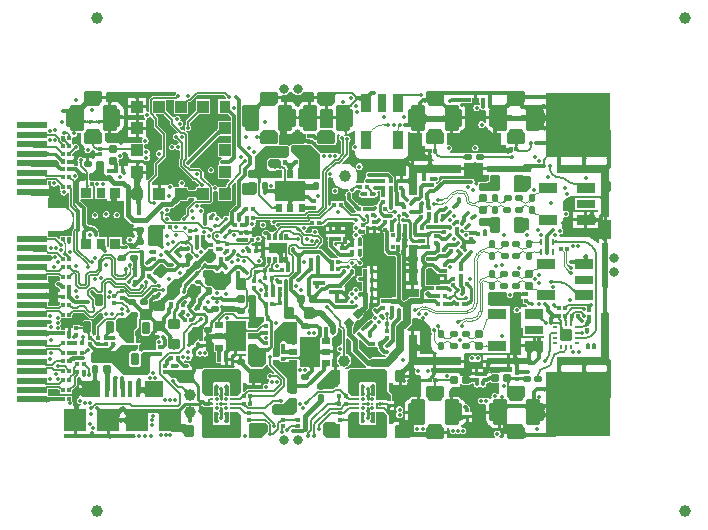
<source format=gtl>
G04*
G04 #@! TF.GenerationSoftware,Altium Limited,Altium Designer,19.1.6 (110)*
G04*
G04 Layer_Physical_Order=1*
G04 Layer_Color=255*
%FSLAX44Y44*%
%MOMM*%
G71*
G01*
G75*
%ADD11C,0.3000*%
%ADD12C,0.2000*%
%ADD13C,0.1500*%
%ADD14C,0.2500*%
%ADD15C,0.1000*%
G04:AMPARAMS|DCode=17|XSize=0.6mm|YSize=1mm|CornerRadius=0.075mm|HoleSize=0mm|Usage=FLASHONLY|Rotation=0.000|XOffset=0mm|YOffset=0mm|HoleType=Round|Shape=RoundedRectangle|*
%AMROUNDEDRECTD17*
21,1,0.6000,0.8500,0,0,0.0*
21,1,0.4500,1.0000,0,0,0.0*
1,1,0.1500,0.2250,-0.4250*
1,1,0.1500,-0.2250,-0.4250*
1,1,0.1500,-0.2250,0.4250*
1,1,0.1500,0.2250,0.4250*
%
%ADD17ROUNDEDRECTD17*%
%ADD18R,0.7000X4.4000*%
%ADD19R,3.8000X0.5000*%
%ADD20R,4.4000X0.7000*%
%ADD21R,0.7000X2.6500*%
%ADD22R,0.7000X3.5000*%
%ADD23R,0.5000X3.8000*%
%ADD24R,0.3500X0.3000*%
%ADD25R,0.3000X0.6000*%
%ADD26R,1.6000X0.9500*%
G04:AMPARAMS|DCode=27|XSize=1mm|YSize=1mm|CornerRadius=0.25mm|HoleSize=0mm|Usage=FLASHONLY|Rotation=270.000|XOffset=0mm|YOffset=0mm|HoleType=Round|Shape=RoundedRectangle|*
%AMROUNDEDRECTD27*
21,1,1.0000,0.5000,0,0,270.0*
21,1,0.5000,1.0000,0,0,270.0*
1,1,0.5000,-0.2500,-0.2500*
1,1,0.5000,-0.2500,0.2500*
1,1,0.5000,0.2500,0.2500*
1,1,0.5000,0.2500,-0.2500*
%
%ADD27ROUNDEDRECTD27*%
%ADD28R,1.0000X1.0000*%
%ADD29R,1.0000X1.0000*%
%ADD30R,0.9500X1.0000*%
%ADD31R,0.4000X1.4000*%
%ADD32R,1.9000X1.9000*%
%ADD33R,1.6000X1.4000*%
%ADD34C,0.2000*%
%ADD35R,0.9000X1.6500*%
%ADD36R,0.7600X1.6500*%
%ADD37R,1.7000X2.5000*%
%ADD38R,0.7000X0.5000*%
%ADD39R,0.3000X0.3100*%
G04:AMPARAMS|DCode=40|XSize=0.5mm|YSize=0.6mm|CornerRadius=0.05mm|HoleSize=0mm|Usage=FLASHONLY|Rotation=90.000|XOffset=0mm|YOffset=0mm|HoleType=Round|Shape=RoundedRectangle|*
%AMROUNDEDRECTD40*
21,1,0.5000,0.5000,0,0,90.0*
21,1,0.4000,0.6000,0,0,90.0*
1,1,0.1000,0.2500,0.2000*
1,1,0.1000,0.2500,-0.2000*
1,1,0.1000,-0.2500,-0.2000*
1,1,0.1000,-0.2500,0.2000*
%
%ADD40ROUNDEDRECTD40*%
%ADD41R,0.9500X0.9500*%
%ADD42R,0.8000X0.9500*%
G04:AMPARAMS|DCode=43|XSize=1mm|YSize=1.55mm|CornerRadius=0.125mm|HoleSize=0mm|Usage=FLASHONLY|Rotation=90.000|XOffset=0mm|YOffset=0mm|HoleType=Round|Shape=RoundedRectangle|*
%AMROUNDEDRECTD43*
21,1,1.0000,1.3000,0,0,90.0*
21,1,0.7500,1.5500,0,0,90.0*
1,1,0.2500,0.6500,0.3750*
1,1,0.2500,0.6500,-0.3750*
1,1,0.2500,-0.6500,-0.3750*
1,1,0.2500,-0.6500,0.3750*
%
%ADD43ROUNDEDRECTD43*%
G04:AMPARAMS|DCode=44|XSize=1.2mm|YSize=1.6mm|CornerRadius=0.15mm|HoleSize=0mm|Usage=FLASHONLY|Rotation=180.000|XOffset=0mm|YOffset=0mm|HoleType=Round|Shape=RoundedRectangle|*
%AMROUNDEDRECTD44*
21,1,1.2000,1.3000,0,0,180.0*
21,1,0.9000,1.6000,0,0,180.0*
1,1,0.3000,-0.4500,0.6500*
1,1,0.3000,0.4500,0.6500*
1,1,0.3000,0.4500,-0.6500*
1,1,0.3000,-0.4500,-0.6500*
%
%ADD44ROUNDEDRECTD44*%
G04:AMPARAMS|DCode=45|XSize=1.2mm|YSize=1.2mm|CornerRadius=0.15mm|HoleSize=0mm|Usage=FLASHONLY|Rotation=0.000|XOffset=0mm|YOffset=0mm|HoleType=Round|Shape=RoundedRectangle|*
%AMROUNDEDRECTD45*
21,1,1.2000,0.9000,0,0,0.0*
21,1,0.9000,1.2000,0,0,0.0*
1,1,0.3000,0.4500,-0.4500*
1,1,0.3000,-0.4500,-0.4500*
1,1,0.3000,-0.4500,0.4500*
1,1,0.3000,0.4500,0.4500*
%
%ADD45ROUNDEDRECTD45*%
G04:AMPARAMS|DCode=46|XSize=1.2mm|YSize=2.15mm|CornerRadius=0.15mm|HoleSize=0mm|Usage=FLASHONLY|Rotation=180.000|XOffset=0mm|YOffset=0mm|HoleType=Round|Shape=RoundedRectangle|*
%AMROUNDEDRECTD46*
21,1,1.2000,1.8500,0,0,180.0*
21,1,0.9000,2.1500,0,0,180.0*
1,1,0.3000,-0.4500,0.9250*
1,1,0.3000,0.4500,0.9250*
1,1,0.3000,0.4500,-0.9250*
1,1,0.3000,-0.4500,-0.9250*
%
%ADD46ROUNDEDRECTD46*%
G04:AMPARAMS|DCode=47|XSize=0.6mm|YSize=0.6mm|CornerRadius=0.06mm|HoleSize=0mm|Usage=FLASHONLY|Rotation=0.000|XOffset=0mm|YOffset=0mm|HoleType=Round|Shape=RoundedRectangle|*
%AMROUNDEDRECTD47*
21,1,0.6000,0.4800,0,0,0.0*
21,1,0.4800,0.6000,0,0,0.0*
1,1,0.1200,0.2400,-0.2400*
1,1,0.1200,-0.2400,-0.2400*
1,1,0.1200,-0.2400,0.2400*
1,1,0.1200,0.2400,0.2400*
%
%ADD47ROUNDEDRECTD47*%
%ADD48R,0.3000X0.3500*%
G04:AMPARAMS|DCode=49|XSize=1.3mm|YSize=0.8mm|CornerRadius=0.1mm|HoleSize=0mm|Usage=FLASHONLY|Rotation=90.000|XOffset=0mm|YOffset=0mm|HoleType=Round|Shape=RoundedRectangle|*
%AMROUNDEDRECTD49*
21,1,1.3000,0.6000,0,0,90.0*
21,1,1.1000,0.8000,0,0,90.0*
1,1,0.2000,0.3000,0.5500*
1,1,0.2000,0.3000,-0.5500*
1,1,0.2000,-0.3000,-0.5500*
1,1,0.2000,-0.3000,0.5500*
%
%ADD49ROUNDEDRECTD49*%
G04:AMPARAMS|DCode=50|XSize=0.3mm|YSize=0.35mm|CornerRadius=0mm|HoleSize=0mm|Usage=FLASHONLY|Rotation=45.000|XOffset=0mm|YOffset=0mm|HoleType=Round|Shape=Rectangle|*
%AMROTATEDRECTD50*
4,1,4,0.0177,-0.2298,-0.2298,0.0177,-0.0177,0.2298,0.2298,-0.0177,0.0177,-0.2298,0.0*
%
%ADD50ROTATEDRECTD50*%

G04:AMPARAMS|DCode=51|XSize=0.6mm|YSize=0.6mm|CornerRadius=0.06mm|HoleSize=0mm|Usage=FLASHONLY|Rotation=270.000|XOffset=0mm|YOffset=0mm|HoleType=Round|Shape=RoundedRectangle|*
%AMROUNDEDRECTD51*
21,1,0.6000,0.4800,0,0,270.0*
21,1,0.4800,0.6000,0,0,270.0*
1,1,0.1200,-0.2400,-0.2400*
1,1,0.1200,-0.2400,0.2400*
1,1,0.1200,0.2400,0.2400*
1,1,0.1200,0.2400,-0.2400*
%
%ADD51ROUNDEDRECTD51*%
G04:AMPARAMS|DCode=52|XSize=1mm|YSize=0.9mm|CornerRadius=0.1125mm|HoleSize=0mm|Usage=FLASHONLY|Rotation=270.000|XOffset=0mm|YOffset=0mm|HoleType=Round|Shape=RoundedRectangle|*
%AMROUNDEDRECTD52*
21,1,1.0000,0.6750,0,0,270.0*
21,1,0.7750,0.9000,0,0,270.0*
1,1,0.2250,-0.3375,-0.3875*
1,1,0.2250,-0.3375,0.3875*
1,1,0.2250,0.3375,0.3875*
1,1,0.2250,0.3375,-0.3875*
%
%ADD52ROUNDEDRECTD52*%
G04:AMPARAMS|DCode=53|XSize=1mm|YSize=0.9mm|CornerRadius=0.1125mm|HoleSize=0mm|Usage=FLASHONLY|Rotation=180.000|XOffset=0mm|YOffset=0mm|HoleType=Round|Shape=RoundedRectangle|*
%AMROUNDEDRECTD53*
21,1,1.0000,0.6750,0,0,180.0*
21,1,0.7750,0.9000,0,0,180.0*
1,1,0.2250,-0.3875,0.3375*
1,1,0.2250,0.3875,0.3375*
1,1,0.2250,0.3875,-0.3375*
1,1,0.2250,-0.3875,-0.3375*
%
%ADD53ROUNDEDRECTD53*%
G04:AMPARAMS|DCode=54|XSize=1mm|YSize=0.9mm|CornerRadius=0.1125mm|HoleSize=0mm|Usage=FLASHONLY|Rotation=45.000|XOffset=0mm|YOffset=0mm|HoleType=Round|Shape=RoundedRectangle|*
%AMROUNDEDRECTD54*
21,1,1.0000,0.6750,0,0,45.0*
21,1,0.7750,0.9000,0,0,45.0*
1,1,0.2250,0.5127,0.0354*
1,1,0.2250,-0.0354,-0.5127*
1,1,0.2250,-0.5127,-0.0354*
1,1,0.2250,0.0354,0.5127*
%
%ADD54ROUNDEDRECTD54*%
G04:AMPARAMS|DCode=55|XSize=0.5mm|YSize=0.6mm|CornerRadius=0.05mm|HoleSize=0mm|Usage=FLASHONLY|Rotation=180.000|XOffset=0mm|YOffset=0mm|HoleType=Round|Shape=RoundedRectangle|*
%AMROUNDEDRECTD55*
21,1,0.5000,0.5000,0,0,180.0*
21,1,0.4000,0.6000,0,0,180.0*
1,1,0.1000,-0.2000,0.2500*
1,1,0.1000,0.2000,0.2500*
1,1,0.1000,0.2000,-0.2500*
1,1,0.1000,-0.2000,-0.2500*
%
%ADD55ROUNDEDRECTD55*%
G04:AMPARAMS|DCode=56|XSize=0.3mm|YSize=0.35mm|CornerRadius=0mm|HoleSize=0mm|Usage=FLASHONLY|Rotation=315.000|XOffset=0mm|YOffset=0mm|HoleType=Round|Shape=Rectangle|*
%AMROTATEDRECTD56*
4,1,4,-0.2298,-0.0177,0.0177,0.2298,0.2298,0.0177,-0.0177,-0.2298,-0.2298,-0.0177,0.0*
%
%ADD56ROTATEDRECTD56*%

%ADD57R,0.5000X0.7000*%
%ADD58R,2.5000X1.7000*%
%ADD59R,1.6500X0.9000*%
%ADD60R,1.6500X0.7600*%
%ADD61R,0.3100X0.3000*%
G04:AMPARAMS|DCode=62|XSize=1mm|YSize=1mm|CornerRadius=0.15mm|HoleSize=0mm|Usage=FLASHONLY|Rotation=180.000|XOffset=0mm|YOffset=0mm|HoleType=Round|Shape=RoundedRectangle|*
%AMROUNDEDRECTD62*
21,1,1.0000,0.7000,0,0,180.0*
21,1,0.7000,1.0000,0,0,180.0*
1,1,0.3000,-0.3500,0.3500*
1,1,0.3000,0.3500,0.3500*
1,1,0.3000,0.3500,-0.3500*
1,1,0.3000,-0.3500,-0.3500*
%
%ADD62ROUNDEDRECTD62*%
%ADD63R,0.2000X0.3950*%
%ADD64R,0.3950X0.2000*%
G04:AMPARAMS|DCode=65|XSize=0.25mm|YSize=0.55mm|CornerRadius=0.0625mm|HoleSize=0mm|Usage=FLASHONLY|Rotation=0.000|XOffset=0mm|YOffset=0mm|HoleType=Round|Shape=RoundedRectangle|*
%AMROUNDEDRECTD65*
21,1,0.2500,0.4250,0,0,0.0*
21,1,0.1250,0.5500,0,0,0.0*
1,1,0.1250,0.0625,-0.2125*
1,1,0.1250,-0.0625,-0.2125*
1,1,0.1250,-0.0625,0.2125*
1,1,0.1250,0.0625,0.2125*
%
%ADD65ROUNDEDRECTD65*%
G04:AMPARAMS|DCode=66|XSize=0.6mm|YSize=0.6mm|CornerRadius=0.06mm|HoleSize=0mm|Usage=FLASHONLY|Rotation=135.000|XOffset=0mm|YOffset=0mm|HoleType=Round|Shape=RoundedRectangle|*
%AMROUNDEDRECTD66*
21,1,0.6000,0.4800,0,0,135.0*
21,1,0.4800,0.6000,0,0,135.0*
1,1,0.1200,0.0000,0.3394*
1,1,0.1200,0.3394,0.0000*
1,1,0.1200,0.0000,-0.3394*
1,1,0.1200,-0.3394,0.0000*
%
%ADD66ROUNDEDRECTD66*%
G04:AMPARAMS|DCode=67|XSize=0.5mm|YSize=0.6mm|CornerRadius=0.05mm|HoleSize=0mm|Usage=FLASHONLY|Rotation=45.000|XOffset=0mm|YOffset=0mm|HoleType=Round|Shape=RoundedRectangle|*
%AMROUNDEDRECTD67*
21,1,0.5000,0.5000,0,0,45.0*
21,1,0.4000,0.6000,0,0,45.0*
1,1,0.1000,0.3182,-0.0354*
1,1,0.1000,0.0354,-0.3182*
1,1,0.1000,-0.3182,0.0354*
1,1,0.1000,-0.0354,0.3182*
%
%ADD67ROUNDEDRECTD67*%
%ADD125R,5.5000X5.5000*%
%ADD126C,0.1800*%
%ADD127R,2.5000X0.6000*%
%ADD128C,1.0000*%
%ADD129C,0.3500*%
%ADD130C,0.4000*%
%ADD131C,0.1400*%
%ADD132C,0.6000*%
%ADD133C,0.2200*%
%ADD134C,0.4500*%
%ADD135C,0.5000*%
%ADD136C,0.1100*%
%ADD137C,0.1200*%
%ADD138C,0.7000*%
%ADD139C,0.8000*%
%ADD140C,0.3500*%
%ADD141C,0.4000*%
%ADD142C,0.5000*%
G36*
X377408Y295546D02*
X380340Y295346D01*
X380471Y295284D01*
X380500Y295213D01*
X380427Y295134D01*
X379532Y291050D01*
X379561Y291335D01*
X379516Y291590D01*
X379398Y291815D01*
X379205Y292010D01*
X378939Y292175D01*
X378599Y292310D01*
X378185Y292415D01*
X378037Y292438D01*
X377787Y291050D01*
X377805Y291335D01*
X377752Y291590D01*
X377628Y291815D01*
X377432Y292010D01*
X377164Y292175D01*
X376826Y292310D01*
X376415Y292415D01*
X375934Y292490D01*
X375381Y292535D01*
X374757Y292550D01*
X374767Y295550D01*
X375589Y295546D01*
X376560Y295480D01*
X376561Y295550D01*
X377408Y295546D01*
D02*
G37*
G36*
X234243Y293000D02*
X233812Y292990D01*
X233431Y292960D01*
X233101Y292910D01*
X232822Y292840D01*
X232593Y292750D01*
X232416Y292640D01*
X232289Y292510D01*
X232213Y292360D01*
X232187Y292190D01*
X232213Y292000D01*
X231963Y292983D01*
X231668Y292960D01*
X231332Y292910D01*
X231050Y292840D01*
X230820Y292750D01*
X230644Y292640D01*
X230520Y292510D01*
X230450Y292360D01*
X230432Y292190D01*
X230468Y292000D01*
X229573Y294884D01*
X229557Y294906D01*
X229576Y294925D01*
X229630Y294942D01*
X229720Y294957D01*
X229844Y294970D01*
X230432Y294994D01*
X231000Y294998D01*
X231682Y294089D01*
X231476Y294899D01*
X231476Y294918D01*
X231536Y294935D01*
X231657Y294950D01*
X231838Y294963D01*
X233650Y294999D01*
X234194Y295000D01*
X234243Y293000D01*
D02*
G37*
G36*
X327243Y292550D02*
X326619Y292535D01*
X326066Y292490D01*
X325585Y292415D01*
X325174Y292310D01*
X324836Y292175D01*
X324568Y292010D01*
X324372Y291815D01*
X324248Y291590D01*
X324195Y291335D01*
X324213Y291050D01*
X324058Y291908D01*
X323195Y290922D01*
X322957Y290597D01*
X322765Y290301D01*
X322620Y290033D01*
X322522Y289792D01*
X322472Y289579D01*
X322468Y289395D01*
X321831Y294926D01*
X321860Y294770D01*
X321909Y294654D01*
X321977Y294576D01*
X322064Y294536D01*
X322171Y294535D01*
X322296Y294573D01*
X322441Y294650D01*
X322604Y294765D01*
X322787Y294918D01*
X322989Y295111D01*
X323682Y294000D01*
X323476Y295149D01*
X323405Y295225D01*
X323434Y295293D01*
X323562Y295353D01*
X323789Y295406D01*
X324115Y295450D01*
X325065Y295514D01*
X327233Y295550D01*
X327243Y292550D01*
D02*
G37*
G36*
X393243Y293215D02*
X393334Y292960D01*
X393486Y292735D01*
X393698Y292540D01*
X393971Y292375D01*
X394304Y292240D01*
X394698Y292135D01*
X395153Y292060D01*
X395668Y292015D01*
X396244Y292000D01*
Y289000D01*
X395668Y288985D01*
X395153Y288940D01*
X394698Y288865D01*
X394304Y288760D01*
X393971Y288625D01*
X393698Y288460D01*
X393486Y288265D01*
X393334Y288040D01*
X393243Y287785D01*
X393213Y287500D01*
Y288908D01*
X392953Y288865D01*
X392559Y288760D01*
X392225Y288625D01*
X391953Y288460D01*
X391741Y288265D01*
X391589Y288040D01*
X391498Y287785D01*
X391468Y287500D01*
Y293500D01*
X391498Y293215D01*
X391589Y292960D01*
X391741Y292735D01*
X391953Y292540D01*
X392225Y292375D01*
X392559Y292240D01*
X392953Y292135D01*
X393213Y292092D01*
Y293500D01*
X393243Y293215D01*
D02*
G37*
G36*
X214181Y293979D02*
X214136Y293750D01*
Y291270D01*
X224500D01*
Y289000D01*
X225770D01*
Y280381D01*
X229000D01*
X229881Y279658D01*
Y274270D01*
X238500D01*
Y271730D01*
X229881D01*
Y264772D01*
X229000Y264049D01*
X220000D01*
X219119Y264772D01*
Y271730D01*
X210500D01*
Y273000D01*
X209230D01*
Y286369D01*
X206000D01*
X204424Y286056D01*
X203087Y285163D01*
X202194Y283826D01*
X202118Y283444D01*
X201423Y283306D01*
X200125Y282438D01*
X198826Y283306D01*
X198132Y283444D01*
X198056Y283826D01*
X197163Y285163D01*
X195826Y286056D01*
X194250Y286369D01*
X191020D01*
Y273000D01*
Y259631D01*
X194250D01*
X195826Y259944D01*
X197163Y260837D01*
X198056Y262174D01*
X198132Y262556D01*
X198826Y262694D01*
X200125Y263562D01*
X201423Y262694D01*
X202118Y262556D01*
X202194Y262174D01*
X203087Y260837D01*
X204424Y259944D01*
X206000Y259631D01*
X207500D01*
Y257496D01*
X207451Y257250D01*
X206238Y256840D01*
X205960D01*
Y254498D01*
X206101Y254498D01*
X208410Y254352D01*
X208500Y254313D01*
X208530Y254270D01*
Y254020D01*
X210000D01*
Y251480D01*
X208530D01*
Y251231D01*
X208500Y251282D01*
X208410Y251327D01*
X208260Y251368D01*
X208050Y251403D01*
X207780Y251433D01*
X206804Y251480D01*
X205960D01*
Y251082D01*
X196000Y251082D01*
X196000Y251082D01*
X195235Y250765D01*
X195235Y250765D01*
X194427Y249958D01*
X193897Y249574D01*
X192766Y249515D01*
X192758Y249519D01*
X192000Y249832D01*
X184794D01*
X184189Y251102D01*
X184370Y251372D01*
X184544Y252250D01*
Y258476D01*
X185250Y259631D01*
X185706Y259631D01*
X185688Y259840D01*
X185610Y260326D01*
X185501Y260775D01*
X185360Y261186D01*
X185189Y261561D01*
X184986Y261899D01*
X184752Y262200D01*
X184487Y262464D01*
X184191Y262691D01*
X188480Y262433D01*
Y273000D01*
Y286369D01*
X186114D01*
Y288730D01*
X175750D01*
Y291270D01*
X186138D01*
X187384Y292149D01*
X188625Y291902D01*
X190576Y292290D01*
X192230Y293395D01*
X193276Y294961D01*
X195724D01*
X196770Y293395D01*
X198424Y292290D01*
X200375Y291902D01*
X202326Y292290D01*
X203980Y293395D01*
X205026Y294961D01*
X213375D01*
X214181Y293979D01*
D02*
G37*
G36*
X253611Y286670D02*
X253582Y286875D01*
X253496Y287059D01*
X253354Y287221D01*
X253153Y287361D01*
X252896Y287480D01*
X252581Y287577D01*
X252209Y287653D01*
X251780Y287707D01*
X251294Y287739D01*
X250863Y287748D01*
X250852Y287745D01*
X250786Y287720D01*
X250711Y287680D01*
X250626Y287626D01*
X250532Y287558D01*
X250317Y287381D01*
X250064Y287147D01*
X249924Y287010D01*
X248333Y288248D01*
X248469Y288387D01*
X248785Y288761D01*
X248861Y288870D01*
X248921Y288972D01*
X248966Y289067D01*
X248996Y289154D01*
X249011Y289234D01*
X249011Y289306D01*
X250750Y287887D01*
Y291231D01*
X249001Y289555D01*
X248996Y289624D01*
X248976Y289700D01*
X248941Y289784D01*
X248893Y289876D01*
X248829Y289977D01*
X248751Y290085D01*
X248551Y290324D01*
X248294Y290595D01*
X249745Y291973D01*
X249884Y291836D01*
X250254Y291512D01*
X250361Y291432D01*
X250459Y291367D01*
X250549Y291316D01*
X250631Y291280D01*
X250705Y291258D01*
X250767Y291250D01*
X251294Y291261D01*
X252209Y291347D01*
X252581Y291423D01*
X252896Y291520D01*
X253153Y291639D01*
X253354Y291779D01*
X253496Y291942D01*
X253582Y292125D01*
X253611Y292330D01*
Y286670D01*
D02*
G37*
G36*
X303250Y291025D02*
X303180Y291087D01*
X303096Y291142D01*
X302999Y291191D01*
X302889Y291233D01*
X302766Y291269D01*
X302629Y291298D01*
X302479Y291321D01*
X302139Y291347D01*
X301949Y291350D01*
Y293150D01*
X302139Y293153D01*
X302479Y293179D01*
X302629Y293202D01*
X302766Y293231D01*
X302889Y293267D01*
X302999Y293309D01*
X303096Y293358D01*
X303180Y293413D01*
X303250Y293475D01*
Y291025D01*
D02*
G37*
G36*
X289438Y293733D02*
X289492Y293610D01*
X289582Y293503D01*
X289708Y293409D01*
X289869Y293330D01*
X290068Y293265D01*
X290302Y293215D01*
X290572Y293179D01*
X290877Y293157D01*
X291220Y293150D01*
Y291350D01*
X290873Y291341D01*
X290563Y291314D01*
X290289Y291269D01*
X290052Y291206D01*
X289851Y291125D01*
X289686Y291026D01*
X289557Y290909D01*
X289465Y290774D01*
X289409Y290621D01*
X289389Y290450D01*
X289420Y293869D01*
X289438Y293733D01*
D02*
G37*
G36*
X141299Y292518D02*
X141430Y292408D01*
X141560Y292311D01*
X141691Y292227D01*
X141822Y292157D01*
X141953Y292099D01*
X142085Y292055D01*
X142217Y292023D01*
X142350Y292005D01*
X142483Y292000D01*
X140750Y290268D01*
X140745Y290400D01*
X140727Y290533D01*
X140695Y290665D01*
X140651Y290797D01*
X140593Y290928D01*
X140523Y291059D01*
X140439Y291190D01*
X140342Y291320D01*
X140232Y291451D01*
X140109Y291580D01*
X141170Y292641D01*
X141299Y292518D01*
D02*
G37*
G36*
X98982Y289750D02*
X98850Y289745D01*
X98717Y289727D01*
X98585Y289695D01*
X98453Y289651D01*
X98322Y289593D01*
X98191Y289523D01*
X98060Y289439D01*
X97930Y289342D01*
X97800Y289232D01*
X97670Y289109D01*
X96609Y290170D01*
X96732Y290299D01*
X96842Y290430D01*
X96939Y290560D01*
X97023Y290691D01*
X97093Y290822D01*
X97151Y290953D01*
X97195Y291085D01*
X97227Y291217D01*
X97245Y291350D01*
X97250Y291483D01*
X98982Y289750D01*
D02*
G37*
G36*
X22737Y287627D02*
X26413Y285287D01*
X26035Y285440D01*
X25583Y285464D01*
X25059Y285359D01*
X24461Y285126D01*
X23831Y284784D01*
X24409Y283282D01*
X24215Y283620D01*
X23946Y283827D01*
X23601Y283901D01*
X23180Y283844D01*
X22682Y283655D01*
X22110Y283333D01*
X21461Y282881D01*
X20781Y282332D01*
X20057Y281477D01*
X19605Y280829D01*
X19264Y280236D01*
X19034Y279698D01*
X18914Y279214D01*
X18904Y278785D01*
X19006Y278411D01*
X19218Y278092D01*
X13842Y283968D01*
X14139Y283733D01*
X14496Y283615D01*
X14912Y283611D01*
X15388Y283724D01*
X15924Y283952D01*
X16520Y284296D01*
X17175Y284755D01*
X17890Y285330D01*
X17986Y285420D01*
X18854Y286435D01*
X19329Y287105D01*
X19677Y287705D01*
X19900Y288236D01*
X19998Y288697D01*
X19970Y289089D01*
X19816Y289411D01*
X19537Y289664D01*
X20746Y288894D01*
X20972Y289307D01*
X21224Y289924D01*
X21360Y290479D01*
X21379Y290974D01*
X21282Y291409D01*
X22737Y287627D01*
D02*
G37*
G36*
X380774Y287115D02*
X384206Y285287D01*
X383870Y285415D01*
X383498Y285459D01*
X383091Y285418D01*
X382649Y285294D01*
X382171Y285086D01*
X381659Y284793D01*
X381643Y284782D01*
X382201Y283282D01*
X382036Y283581D01*
X381805Y283766D01*
X381509Y283836D01*
X381147Y283792D01*
X380720Y283634D01*
X380227Y283361D01*
X379668Y282974D01*
X379045Y282472D01*
X378939Y282374D01*
X378234Y281539D01*
X377843Y280977D01*
X377545Y280459D01*
X377342Y279987D01*
X377232Y279560D01*
X377217Y279177D01*
X377295Y278841D01*
X377468Y278549D01*
X373049Y283968D01*
X373296Y283750D01*
X373598Y283637D01*
X373955Y283628D01*
X374367Y283722D01*
X374835Y283921D01*
X375358Y284223D01*
X375935Y284630D01*
X376545Y285122D01*
X377251Y285946D01*
X377667Y286533D01*
X377969Y287055D01*
X378159Y287514D01*
X378236Y287908D01*
X378199Y288238D01*
X378050Y288504D01*
X377787Y288706D01*
X379068Y288024D01*
X379238Y288323D01*
X379450Y288805D01*
X379585Y289258D01*
X379644Y289683D01*
X379627Y290081D01*
X379532Y290452D01*
X380774Y287115D01*
D02*
G37*
G36*
X410061Y287500D02*
X410031Y287785D01*
X409940Y288040D01*
X409788Y288265D01*
X409576Y288460D01*
X409303Y288625D01*
X408970Y288760D01*
X408576Y288865D01*
X408121Y288940D01*
X407606Y288985D01*
X407030Y289000D01*
Y292000D01*
X407606Y292015D01*
X408121Y292060D01*
X408576Y292135D01*
X408970Y292240D01*
X409303Y292375D01*
X409576Y292540D01*
X409788Y292735D01*
X409940Y292960D01*
X410031Y293215D01*
X410061Y293500D01*
Y287500D01*
D02*
G37*
G36*
X170447Y286693D02*
X173499Y285037D01*
X173213Y285148D01*
X172896Y285186D01*
X172548Y285152D01*
X172170Y285046D01*
X171761Y284867D01*
X171321Y284615D01*
X170954Y284362D01*
X171250Y283002D01*
X170935Y283043D01*
X170616Y283043D01*
X170292Y283001D01*
X169965Y282918D01*
X169634Y282794D01*
X169299Y282627D01*
X168960Y282419D01*
X168763Y282276D01*
X168359Y281800D01*
X168020Y281315D01*
X167764Y280870D01*
X167590Y280466D01*
X167498Y280103D01*
X167489Y279780D01*
X167562Y279497D01*
X167718Y279256D01*
X166737Y280361D01*
X166295Y279903D01*
X165385Y278826D01*
X165050Y278344D01*
X164795Y277901D01*
X164620Y277496D01*
X164524Y277129D01*
X164509Y276800D01*
X164573Y276509D01*
X164718Y276256D01*
X161006Y280968D01*
X161214Y280779D01*
X161470Y280680D01*
X161775Y280670D01*
X162127Y280751D01*
X162527Y280921D01*
X162975Y281181D01*
X163472Y281531D01*
X164016Y281971D01*
X164722Y282629D01*
X163756Y283718D01*
X163975Y283540D01*
X164240Y283449D01*
X164550Y283446D01*
X164907Y283531D01*
X165308Y283702D01*
X165755Y283961D01*
X166248Y284307D01*
X166786Y284741D01*
X166910Y284856D01*
X167582Y285642D01*
X167935Y286141D01*
X168192Y286586D01*
X168353Y286977D01*
X168418Y287314D01*
X168387Y287597D01*
X168260Y287825D01*
X168037Y287999D01*
X169179Y287380D01*
X169187Y287393D01*
X169431Y287825D01*
X169617Y288241D01*
X169746Y288641D01*
X169816Y289025D01*
X169828Y289393D01*
X169782Y289744D01*
X170447Y286693D01*
D02*
G37*
G36*
X107530Y287470D02*
X106469Y286408D01*
X105408Y287470D01*
X106469Y288530D01*
X107530Y287470D01*
D02*
G37*
G36*
X309121Y285621D02*
X309046Y285693D01*
X308925Y285757D01*
X308756Y285814D01*
X308540Y285863D01*
X308276Y285905D01*
X307608Y285966D01*
X306750Y285996D01*
X306250Y286000D01*
Y289500D01*
X306742Y289508D01*
X307567Y289568D01*
X307900Y289621D01*
X308180Y289689D01*
X308407Y289772D01*
X308582Y289871D01*
X308703Y289984D01*
X308771Y290113D01*
X308787Y290257D01*
X309121Y285621D01*
D02*
G37*
G36*
X358570Y286950D02*
X358661Y286861D01*
X358740Y286710D01*
X358809Y286500D01*
X358867Y286230D01*
X358915Y285900D01*
X358979Y285061D01*
X359000Y283981D01*
X356000D01*
X355990Y284550D01*
X355913Y285511D01*
X355845Y285900D01*
X355758Y286230D01*
X355651Y286500D01*
X355525Y286710D01*
X355379Y286861D01*
X355215Y286950D01*
X355031Y286980D01*
X358470D01*
X358570Y286950D01*
D02*
G37*
G36*
X352460Y290010D02*
X354000D01*
Y287220D01*
X354000Y287216D01*
X353962Y287155D01*
X353971Y287037D01*
X353948Y286980D01*
X354000Y285950D01*
X354577D01*
X354577Y285950D01*
X354577D01*
X354872Y284846D01*
X354207Y283755D01*
X353681Y283664D01*
X352823Y284237D01*
X351750Y284450D01*
X350677Y284237D01*
X349767Y283629D01*
X349160Y282719D01*
X348946Y281646D01*
X349160Y280574D01*
X349767Y279664D01*
X350677Y279056D01*
X351750Y278843D01*
X352823Y279056D01*
X353733Y279664D01*
X354063Y280158D01*
X355379Y280303D01*
X355517Y280267D01*
X356427Y279660D01*
X357500Y279446D01*
X358573Y279660D01*
X358611Y279685D01*
X359881Y279006D01*
Y274520D01*
X368500D01*
Y271980D01*
X359881D01*
Y268630D01*
X358707Y268397D01*
X358611Y268417D01*
X358033Y269283D01*
X357123Y269890D01*
X356050Y270104D01*
X354977Y269890D01*
X354067Y269283D01*
X353460Y268373D01*
X353246Y267300D01*
X353460Y266227D01*
X354067Y265317D01*
X354977Y264710D01*
X356050Y264496D01*
X357123Y264710D01*
X358033Y265317D01*
X358640Y266227D01*
X358665Y266352D01*
X359960D01*
X360195Y265174D01*
X361087Y263837D01*
X362424Y262944D01*
X363118Y262806D01*
X363195Y262424D01*
X364087Y261087D01*
X365424Y260194D01*
X367000Y259881D01*
X367741D01*
X365502Y261000D01*
X365561Y262252D01*
X365500D01*
X365485Y262827D01*
X365440Y263342D01*
X365365Y263797D01*
X365261Y264191D01*
X365126Y264524D01*
X364962Y264797D01*
X364768Y265009D01*
X364544Y265161D01*
X364290Y265251D01*
X364006Y265282D01*
X370000Y265282D01*
X369715Y265252D01*
X369460Y265161D01*
X369235Y265009D01*
X369040Y264797D01*
X368875Y264524D01*
X368740Y264191D01*
X368635Y263797D01*
X368560Y263343D01*
X368516Y262835D01*
X370000Y262532D01*
X369715Y262557D01*
X369460Y262509D01*
X369235Y262388D01*
X369040Y262194D01*
X368875Y261928D01*
X368740Y261588D01*
X368635Y261176D01*
X368560Y260691D01*
X368515Y260133D01*
X368509Y259881D01*
X372250D01*
Y250000D01*
X376910D01*
Y247770D01*
X381000D01*
Y246500D01*
X382250Y247750D01*
Y245000D01*
X380500Y243250D01*
X376910Y243250D01*
X329466D01*
X329090Y243568D01*
X329088Y244060D01*
X329323Y244909D01*
X330233Y245517D01*
X330840Y246427D01*
X331054Y247500D01*
X330840Y248573D01*
X330233Y249482D01*
X329323Y250090D01*
X328250Y250304D01*
X327770Y250208D01*
X326500Y251049D01*
Y259881D01*
X329230D01*
Y273250D01*
X331770D01*
Y259881D01*
X335000D01*
X336576Y260194D01*
X337913Y261087D01*
X338806Y262424D01*
X338882Y262806D01*
X339576Y262944D01*
X340913Y263837D01*
X341805Y265174D01*
X342119Y266750D01*
Y271980D01*
X333500D01*
Y274520D01*
X342119D01*
Y279750D01*
X341805Y281326D01*
X340913Y282663D01*
X339576Y283556D01*
X339091Y283652D01*
X338537Y284821D01*
X339114Y285901D01*
X345250D01*
X345496Y285950D01*
X348000D01*
Y290010D01*
X349540D01*
Y294961D01*
X352460D01*
Y290010D01*
D02*
G37*
G36*
X246481Y283567D02*
X246007Y283079D01*
X245242Y282203D01*
X244949Y281814D01*
X244718Y281458D01*
X244547Y281134D01*
X244436Y280844D01*
X244386Y280586D01*
X244397Y280362D01*
X244468Y280170D01*
X242420Y283718D01*
X242538Y283573D01*
X242688Y283488D01*
X242872Y283464D01*
X243088Y283500D01*
X243337Y283597D01*
X243619Y283755D01*
X243934Y283972D01*
X244282Y284251D01*
X244662Y284590D01*
X245075Y284990D01*
X246481Y283567D01*
D02*
G37*
G36*
X324987Y285487D02*
X322513Y283013D01*
X321891Y283614D01*
X322468Y288005D01*
X324987Y285487D01*
D02*
G37*
G36*
X305384Y280323D02*
X300270Y281218D01*
X300602Y281198D01*
X300900Y281261D01*
X301162Y281407D01*
X301390Y281636D01*
X301583Y281947D01*
X301740Y282342D01*
X301863Y282819D01*
X301950Y283379D01*
X302003Y284022D01*
X302020Y284748D01*
X305520D01*
X305384Y280323D01*
D02*
G37*
G36*
X7282Y276000D02*
X7252Y276285D01*
X7161Y276540D01*
X7010Y276765D01*
X6797Y276960D01*
X6525Y277125D01*
X6191Y277260D01*
X5797Y277365D01*
X5343Y277440D01*
X4827Y277485D01*
X4474Y277494D01*
X4282Y276498D01*
X4292Y276689D01*
X4243Y276859D01*
X4135Y277009D01*
X3970Y277139D01*
X3746Y277250D01*
X3463Y277340D01*
X3123Y277410D01*
X2723Y277460D01*
X2266Y277490D01*
X1750Y277500D01*
Y280500D01*
X2230Y280506D01*
X3487Y280602D01*
X3845Y280658D01*
X4470Y280811D01*
X4736Y280906D01*
X4972Y281014D01*
X5177Y281134D01*
X5061Y280535D01*
X5343Y280560D01*
X5797Y280635D01*
X6191Y280740D01*
X6525Y280875D01*
X6797Y281040D01*
X7010Y281235D01*
X7161Y281460D01*
X7252Y281715D01*
X7282Y282000D01*
Y276000D01*
D02*
G37*
G36*
X365532Y279498D02*
X365544Y279689D01*
X365496Y279859D01*
X365390Y280009D01*
X365225Y280139D01*
X365001Y280250D01*
X364719Y280340D01*
X364377Y280410D01*
X363977Y280460D01*
X363518Y280490D01*
X363000Y280500D01*
Y283500D01*
X363548Y283504D01*
X365602Y283638D01*
X365877Y283688D01*
X366105Y283746D01*
X366289Y283811D01*
X366427Y283884D01*
X365532Y279498D01*
D02*
G37*
G36*
X410061Y279000D02*
X410026Y279333D01*
X409920Y279630D01*
X409743Y279893D01*
X409496Y280120D01*
X409178Y280312D01*
X408790Y280470D01*
X408331Y280592D01*
X407801Y280680D01*
X407716Y280687D01*
X407625Y280680D01*
X407063Y280592D01*
X406585Y280470D01*
X406190Y280312D01*
X405879Y280120D01*
X405651Y279893D01*
X405507Y279630D01*
X405446Y279333D01*
X405468Y279000D01*
X404573Y283884D01*
X404519Y283954D01*
X404575Y284016D01*
X404742Y284071D01*
X405019Y284118D01*
X405406Y284159D01*
X406530Y284206D01*
Y284250D01*
X407201Y284268D01*
X407801Y284320D01*
X408331Y284408D01*
X408790Y284530D01*
X409178Y284688D01*
X409496Y284880D01*
X409743Y285107D01*
X409920Y285370D01*
X410026Y285667D01*
X410061Y286000D01*
Y279000D01*
D02*
G37*
G36*
X392504Y285522D02*
X392293Y285422D01*
X392107Y285262D01*
X391946Y285044D01*
X391810Y284767D01*
X391698Y284431D01*
X391647Y284200D01*
X394425Y284016D01*
X394481Y283954D01*
X394427Y283884D01*
X393532Y279000D01*
X393555Y279333D01*
X393494Y279630D01*
X393349Y279893D01*
X393121Y280120D01*
X392810Y280312D01*
X392415Y280470D01*
X391937Y280592D01*
X391375Y280680D01*
X390730Y280732D01*
X390002Y280750D01*
Y282500D01*
X388500D01*
X388487Y283041D01*
X388450Y283524D01*
X388387Y283948D01*
X388299Y284314D01*
X388186Y284622D01*
X388048Y284872D01*
X387884Y285063D01*
X387696Y285196D01*
X387482Y285271D01*
X387243Y285287D01*
X392740Y285564D01*
X392504Y285522D01*
D02*
G37*
G36*
X97329Y293691D02*
X97017Y293483D01*
X96410Y292573D01*
X96226Y291649D01*
X96168Y291525D01*
X96165Y291445D01*
X96161Y291417D01*
X96154Y291384D01*
X96140Y291344D01*
X96119Y291296D01*
X96113Y291284D01*
X77525D01*
X76842Y291148D01*
X76263Y290762D01*
X74738Y289237D01*
X74352Y288658D01*
X74216Y287975D01*
Y278822D01*
X73183Y278125D01*
X72040Y278723D01*
Y281230D01*
X65770D01*
Y274960D01*
X69754D01*
X69910Y274177D01*
X70517Y273267D01*
X71202Y272810D01*
X71066Y271733D01*
X70991Y271540D01*
X65770D01*
Y265270D01*
X72040D01*
Y271243D01*
X72265Y271832D01*
X72783Y272502D01*
X73573Y272660D01*
X74483Y273267D01*
X74755Y273675D01*
X76247Y273979D01*
X78716Y271511D01*
Y265750D01*
X78851Y265067D01*
X79238Y264488D01*
X84966Y258761D01*
Y246155D01*
X83696Y245415D01*
X83000Y245554D01*
X81927Y245340D01*
X81017Y244733D01*
X80410Y243823D01*
X80196Y242750D01*
X80410Y241677D01*
X81017Y240767D01*
X81927Y240160D01*
X82272Y240091D01*
X82690Y238713D01*
X78738Y234762D01*
X78351Y234183D01*
X78216Y233500D01*
Y224989D01*
X73488Y220262D01*
X73310Y219995D01*
X72040Y220360D01*
Y225730D01*
X64500D01*
Y227000D01*
X63230D01*
Y234540D01*
X56960D01*
Y233200D01*
X56090Y232290D01*
X55690Y232290D01*
X53320D01*
Y228000D01*
X50780D01*
Y232290D01*
X49004D01*
X48999Y232413D01*
Y234300D01*
X48805Y235275D01*
X48253Y236102D01*
X48641Y237341D01*
X49301Y237785D01*
X49750Y237696D01*
X50823Y237910D01*
X51733Y238517D01*
X52340Y239427D01*
X52554Y240500D01*
X52340Y241573D01*
X51733Y242483D01*
X52122Y243750D01*
X54250D01*
X54689Y243707D01*
X55500Y243371D01*
X56121Y242750D01*
X56457Y241939D01*
X56500Y241500D01*
X56500Y240704D01*
X57109Y239234D01*
X58234Y238109D01*
X59704Y237500D01*
X60500Y237500D01*
X70112D01*
X70267Y237267D01*
X71177Y236660D01*
X72250Y236446D01*
X73323Y236660D01*
X74232Y237267D01*
X74840Y238177D01*
X75054Y239250D01*
X74840Y240323D01*
X74623Y240648D01*
X74233Y241767D01*
X74840Y242677D01*
X75054Y243750D01*
X74840Y244823D01*
X74233Y245733D01*
X73323Y246340D01*
X72250Y246554D01*
X71770Y246458D01*
X70500Y247299D01*
Y250331D01*
X71250Y250946D01*
X72323Y251160D01*
X73233Y251767D01*
X73840Y252677D01*
X74054Y253750D01*
X73840Y254823D01*
X73233Y255733D01*
X72323Y256341D01*
X72040Y256460D01*
Y262730D01*
X65770D01*
Y256460D01*
X68244D01*
X68905Y255190D01*
X68660Y254823D01*
X68446Y253750D01*
X68591Y253020D01*
X68029Y252034D01*
X67752Y251750D01*
X40000D01*
X39464Y251803D01*
X38472Y252213D01*
X37713Y252972D01*
X37303Y253963D01*
X37250Y254500D01*
Y259881D01*
X39980D01*
Y273250D01*
Y286619D01*
X37614D01*
Y288980D01*
X27250D01*
Y291520D01*
X37614D01*
Y294000D01*
X38403Y294961D01*
X96944D01*
X97329Y293691D01*
D02*
G37*
G36*
X117152Y277561D02*
X117038Y277643D01*
X116902Y277682D01*
X116744Y277679D01*
X116565Y277634D01*
X116364Y277546D01*
X116141Y277415D01*
X115896Y277243D01*
X115629Y277027D01*
X115030Y276470D01*
X113970Y277530D01*
X114270Y277841D01*
X114742Y278396D01*
X114915Y278641D01*
X115045Y278864D01*
X115133Y279065D01*
X115179Y279244D01*
X115182Y279402D01*
X115143Y279538D01*
X115061Y279652D01*
X117152Y277561D01*
D02*
G37*
G36*
X139282Y290945D02*
X139324Y290835D01*
X139425Y290728D01*
X139493Y290648D01*
X139548Y290575D01*
X139589Y290510D01*
X139619Y290453D01*
X139640Y290406D01*
X139654Y290366D01*
X139661Y290333D01*
X139665Y290305D01*
X139669Y290225D01*
X139726Y290101D01*
X139792Y289770D01*
X138951Y288500D01*
X132750D01*
Y276500D01*
X139073D01*
X139101Y276485D01*
X139153Y276500D01*
X139221D01*
X139278Y276480D01*
X139319Y276500D01*
X140467D01*
X140634Y276404D01*
X141046Y276114D01*
X142103Y275215D01*
X142707Y274631D01*
X142758Y274611D01*
X142785Y274563D01*
X142837Y274547D01*
X143701Y273684D01*
Y270000D01*
X132500D01*
Y264036D01*
X132491Y264007D01*
X132360Y263710D01*
X132161Y263360D01*
X131899Y262976D01*
X131121Y262043D01*
X130629Y261531D01*
X130613Y261490D01*
X130574Y261469D01*
X130556Y261411D01*
X108708Y239563D01*
X107534Y240049D01*
Y258450D01*
X107399Y259132D01*
X107012Y259711D01*
X105656Y261067D01*
X105856Y261486D01*
X106405Y262114D01*
X107250Y261946D01*
X108323Y262160D01*
X109233Y262767D01*
X109840Y263677D01*
X110054Y264750D01*
X109840Y265823D01*
X109317Y266606D01*
X109270Y266735D01*
X109215Y266793D01*
X109198Y266816D01*
X109180Y266845D01*
X109162Y266882D01*
X109143Y266931D01*
X109125Y266992D01*
X109108Y267067D01*
X109095Y267157D01*
X109086Y267262D01*
X109082Y267410D01*
X109034Y267517D01*
Y269011D01*
X115661Y275638D01*
X115768Y275678D01*
X116339Y276209D01*
X116548Y276378D01*
X116721Y276500D01*
X117100D01*
X117152Y276479D01*
X117203Y276500D01*
X117296D01*
X117327Y276493D01*
X117338Y276500D01*
X126000D01*
Y288500D01*
X114000D01*
Y279839D01*
X113993Y279827D01*
X114000Y279796D01*
Y279704D01*
X113978Y279652D01*
X114000Y279600D01*
Y279221D01*
X113886Y279060D01*
X113468Y278568D01*
X113191Y278283D01*
X113147Y278171D01*
X105988Y271012D01*
X105602Y270433D01*
X105466Y269750D01*
Y267517D01*
X105418Y267410D01*
X105414Y267262D01*
X105405Y267158D01*
X105392Y267067D01*
X105375Y266992D01*
X105357Y266931D01*
X105338Y266882D01*
X105320Y266845D01*
X105302Y266816D01*
X105285Y266793D01*
X105230Y266735D01*
X105183Y266606D01*
X104660Y265823D01*
X104446Y264750D01*
X104660Y263677D01*
X104958Y263230D01*
X104761Y262860D01*
X104118Y262201D01*
X103700Y262284D01*
X102239D01*
X100529Y263994D01*
X101020Y265299D01*
X101573Y265410D01*
X102483Y266017D01*
X103090Y266927D01*
X103304Y268000D01*
X103090Y269073D01*
X102483Y269983D01*
X101573Y270590D01*
X100927Y270719D01*
X100840Y270927D01*
X101054Y272000D01*
X100840Y273073D01*
X100233Y273983D01*
X99323Y274590D01*
X98250Y274804D01*
X97177Y274590D01*
X96267Y273983D01*
X96095Y273724D01*
X94561Y273482D01*
X94529Y273494D01*
X89863Y278160D01*
X89823Y278267D01*
X89299Y278832D01*
X89134Y279037D01*
X89013Y279212D01*
X89000Y279235D01*
Y279526D01*
X89052Y279652D01*
X89018Y279734D01*
X89039Y279820D01*
X89000Y279884D01*
Y287716D01*
X95500D01*
Y276500D01*
X107500D01*
Y285908D01*
X107807Y286216D01*
X108950D01*
X109633Y286352D01*
X110211Y286738D01*
X115439Y291966D01*
X138261D01*
X139282Y290945D01*
D02*
G37*
G36*
X87885Y279535D02*
X87842Y279397D01*
Y279238D01*
X87885Y279058D01*
X87969Y278856D01*
X88097Y278633D01*
X88266Y278390D01*
X88478Y278124D01*
X89030Y277530D01*
X87969Y276470D01*
X87662Y276767D01*
X87110Y277234D01*
X86866Y277403D01*
X86644Y277530D01*
X86442Y277615D01*
X86262Y277658D01*
X86103D01*
X85965Y277615D01*
X85848Y277530D01*
X87969Y279652D01*
X87885Y279535D01*
D02*
G37*
G36*
X86288Y276487D02*
X86450Y276374D01*
X86936Y275963D01*
X87218Y275691D01*
X87330Y275647D01*
X92466Y270511D01*
Y267750D01*
X92601Y267067D01*
X92988Y266488D01*
X98596Y260881D01*
X97970Y259710D01*
X97500Y259804D01*
X96427Y259590D01*
X95517Y258983D01*
X94910Y258073D01*
X94696Y257000D01*
X94910Y255927D01*
X95517Y255017D01*
X96427Y254410D01*
X97066Y254283D01*
X97251Y254179D01*
X97334Y254170D01*
X97371Y254162D01*
X97415Y254149D01*
X97464Y254129D01*
X97521Y254102D01*
X97586Y254064D01*
X97645Y254025D01*
X97832Y253872D01*
X97930Y253779D01*
X98041Y253736D01*
X99535Y252242D01*
X99109Y251297D01*
X98939Y251042D01*
X97927Y250840D01*
X97017Y250233D01*
X95733D01*
X94823Y250840D01*
X93750Y251054D01*
X92677Y250840D01*
X91767Y250233D01*
X91160Y249323D01*
X90946Y248250D01*
X91160Y247177D01*
X91767Y246267D01*
X92677Y245660D01*
X93750Y245446D01*
X94823Y245660D01*
X95733Y246267D01*
X97017D01*
X97927Y245660D01*
X99000Y245446D01*
X99446Y245535D01*
X100716Y244678D01*
Y238975D01*
X100238Y238497D01*
X99851Y237918D01*
X99715Y237235D01*
Y232265D01*
X99851Y231582D01*
X100238Y231003D01*
X111003Y220238D01*
X111582Y219851D01*
X112265Y219716D01*
X113386D01*
X116032Y217070D01*
X116074Y216960D01*
X116175Y216853D01*
X116243Y216773D01*
X116298Y216700D01*
X116339Y216635D01*
X116369Y216579D01*
X116390Y216531D01*
X116404Y216491D01*
X116412Y216458D01*
X116415Y216430D01*
X116419Y216350D01*
X116476Y216226D01*
X116566Y215770D01*
X115784Y214500D01*
X114000D01*
Y213198D01*
X113954Y213113D01*
X113922Y212813D01*
X113875Y212678D01*
X113795Y212559D01*
X113653Y212427D01*
X113415Y212281D01*
X113063Y212138D01*
X112595Y212012D01*
X112014Y211915D01*
X111323Y211854D01*
X110749Y211839D01*
X110170Y211854D01*
X109474Y211915D01*
X108887Y212012D01*
X108415Y212138D01*
X108059Y212283D01*
X107818Y212429D01*
X107674Y212562D01*
X107594Y212680D01*
X107547Y212814D01*
X107515Y213114D01*
X107500Y213143D01*
Y214500D01*
X104393D01*
X103983Y215753D01*
X104590Y216663D01*
X104804Y217736D01*
X104590Y218809D01*
X103983Y219718D01*
X103073Y220326D01*
X102000Y220540D01*
X100927Y220326D01*
X100017Y219718D01*
X99410Y218809D01*
X99196Y217736D01*
X99410Y216663D01*
X100017Y215753D01*
X99607Y214500D01*
X95500Y214500D01*
X94814Y215486D01*
X94483Y215983D01*
X93573Y216590D01*
X92500Y216804D01*
X91570Y216619D01*
X91427Y216590D01*
X90540Y216040D01*
Y216040D01*
X90540Y216040D01*
X84270D01*
Y208500D01*
X81730D01*
Y216040D01*
X76534D01*
Y218261D01*
X81262Y222988D01*
X81649Y223567D01*
X81784Y224250D01*
Y232761D01*
X88012Y238988D01*
X88399Y239567D01*
X88534Y240250D01*
Y259500D01*
X88399Y260183D01*
X88012Y260762D01*
X82284Y266489D01*
Y272250D01*
X82149Y272933D01*
X81762Y273512D01*
X79947Y275327D01*
X80433Y276500D01*
X85616D01*
X85679Y276461D01*
X85766Y276482D01*
X85848Y276448D01*
X85973Y276500D01*
X86265D01*
X86288Y276487D01*
D02*
G37*
G36*
X410061Y276250D02*
Y275282D01*
X410443Y275180D01*
X411047Y275080D01*
X411732Y275020D01*
X412498Y275000D01*
Y271000D01*
X411732Y270980D01*
X411047Y270920D01*
X410443Y270820D01*
X410061Y270718D01*
Y270250D01*
Y269000D01*
X410021Y269380D01*
X409900Y269720D01*
X409698Y270020D01*
X409416Y270280D01*
X409264Y270372D01*
X409113Y270280D01*
X408831Y270020D01*
X408629Y269720D01*
X408508Y269380D01*
X408468Y269000D01*
Y270250D01*
Y270718D01*
X408086Y270820D01*
X407764Y270873D01*
X407443Y270820D01*
X406919Y270680D01*
X406475Y270500D01*
X406113Y270280D01*
X405831Y270020D01*
X405629Y269720D01*
X405508Y269380D01*
X405468Y269000D01*
Y270250D01*
Y276250D01*
Y277000D01*
X405508Y276620D01*
X405629Y276280D01*
X405831Y275980D01*
X406113Y275720D01*
X406475Y275500D01*
X406919Y275320D01*
X407443Y275180D01*
X407764Y275127D01*
X408086Y275180D01*
X408468Y275282D01*
Y276250D01*
Y277000D01*
X408508Y276620D01*
X408629Y276280D01*
X408831Y275980D01*
X409113Y275720D01*
X409264Y275628D01*
X409416Y275720D01*
X409698Y275980D01*
X409900Y276280D01*
X410021Y276620D01*
X410061Y277000D01*
Y276250D01*
D02*
G37*
G36*
X143033Y281772D02*
X142959Y281490D01*
X142968Y281167D01*
X143060Y280804D01*
X143234Y280400D01*
X143490Y279955D01*
X143829Y279470D01*
X144250Y278944D01*
X145341Y277770D01*
X143459Y275409D01*
X142830Y276017D01*
X141709Y276971D01*
X141217Y277317D01*
X140770Y277575D01*
X140368Y277747D01*
X140012Y277831D01*
X139702Y277828D01*
X139436Y277738D01*
X139216Y277561D01*
X143189Y282013D01*
X143033Y281772D01*
D02*
G37*
G36*
X396532Y269000D02*
X396492Y269380D01*
X396371Y269720D01*
X396170Y270020D01*
X395887Y270280D01*
X395525Y270500D01*
X395081Y270680D01*
X394557Y270820D01*
X393953Y270920D01*
X393532Y270957D01*
Y269000D01*
X393492Y269380D01*
X393371Y269720D01*
X393170Y270020D01*
X392887Y270280D01*
X392525Y270500D01*
X392081Y270680D01*
X391557Y270820D01*
X390953Y270920D01*
X390267Y270980D01*
X389502Y271000D01*
Y275000D01*
X390267Y275020D01*
X390953Y275080D01*
X391557Y275180D01*
X392081Y275320D01*
X392525Y275500D01*
X392887Y275720D01*
X393170Y275980D01*
X393371Y276280D01*
X393492Y276620D01*
X393532Y277000D01*
Y275043D01*
X393953Y275080D01*
X394557Y275180D01*
X395081Y275320D01*
X395525Y275500D01*
X395887Y275720D01*
X396170Y275980D01*
X396371Y276280D01*
X396492Y276620D01*
X396532Y277000D01*
Y269000D01*
D02*
G37*
G36*
X377508Y276620D02*
X377629Y276280D01*
X377831Y275980D01*
X378113Y275720D01*
X378475Y275500D01*
X378919Y275320D01*
X379443Y275180D01*
X380047Y275080D01*
X380732Y275020D01*
X381498Y275000D01*
Y271000D01*
X380732Y270980D01*
X380047Y270920D01*
X379443Y270820D01*
X378919Y270680D01*
X378475Y270500D01*
X378113Y270280D01*
X377831Y270020D01*
X377629Y269720D01*
X377508Y269380D01*
X377468Y269000D01*
Y270957D01*
X377047Y270920D01*
X376443Y270820D01*
X375919Y270680D01*
X375476Y270500D01*
X375113Y270280D01*
X374831Y270020D01*
X374629Y269720D01*
X374508Y269380D01*
X374468Y269000D01*
Y277000D01*
X374508Y276620D01*
X374629Y276280D01*
X374831Y275980D01*
X375113Y275720D01*
X375476Y275500D01*
X375919Y275320D01*
X376443Y275180D01*
X377047Y275080D01*
X377468Y275043D01*
Y277000D01*
X377508Y276620D01*
D02*
G37*
G36*
X327532Y270250D02*
Y268000D01*
X327497Y268333D01*
X327391Y268630D01*
X327214Y268892D01*
X326967Y269120D01*
X326650Y269312D01*
X326261Y269470D01*
X325802Y269592D01*
X325273Y269680D01*
X324673Y269732D01*
X324532Y269736D01*
Y268000D01*
X324497Y268333D01*
X324391Y268630D01*
X324214Y268892D01*
X323967Y269120D01*
X323649Y269312D01*
X323261Y269470D01*
X322802Y269592D01*
X322273Y269680D01*
X321673Y269732D01*
X321002Y269750D01*
Y273250D01*
X321502Y273263D01*
Y274750D01*
X322077Y274765D01*
X322593Y274810D01*
X323047Y274885D01*
X323441Y274990D01*
X323774Y275125D01*
X324047Y275290D01*
X324259Y275485D01*
X324411Y275710D01*
X324502Y275965D01*
X324532Y276250D01*
Y274751D01*
X325078Y274765D01*
X325593Y274810D01*
X326047Y274885D01*
X326441Y274990D01*
X326774Y275125D01*
X327047Y275290D01*
X327259Y275485D01*
X327411Y275710D01*
X327502Y275965D01*
X327532Y276250D01*
Y270250D01*
D02*
G37*
G36*
X308498Y275965D02*
X308589Y275710D01*
X308741Y275485D01*
X308953Y275290D01*
X309225Y275125D01*
X309559Y274990D01*
X309953Y274885D01*
X310407Y274810D01*
X310923Y274765D01*
X311498Y274750D01*
Y273263D01*
X311998Y273250D01*
Y269750D01*
X311327Y269732D01*
X310727Y269680D01*
X310198Y269592D01*
X309739Y269470D01*
X309350Y269312D01*
X309033Y269120D01*
X308785Y268892D01*
X308609Y268630D01*
X308503Y268333D01*
X308468Y268000D01*
Y269736D01*
X308328Y269732D01*
X307727Y269680D01*
X307198Y269592D01*
X306739Y269470D01*
X306350Y269312D01*
X306033Y269120D01*
X305786Y268892D01*
X305609Y268630D01*
X305503Y268333D01*
X305468Y268000D01*
Y270250D01*
Y276250D01*
X305498Y275965D01*
X305589Y275710D01*
X305741Y275485D01*
X305953Y275290D01*
X306225Y275125D01*
X306559Y274990D01*
X306953Y274885D01*
X307407Y274810D01*
X307922Y274765D01*
X308468Y274751D01*
Y276250D01*
X308498Y275965D01*
D02*
G37*
G36*
X201532Y271000D02*
X201512Y271190D01*
X201451Y271360D01*
X201349Y271510D01*
X201207Y271640D01*
X201024Y271750D01*
X200801Y271840D01*
X200537Y271910D01*
X200233Y271960D01*
X200125Y271969D01*
X200017Y271960D01*
X199713Y271910D01*
X199449Y271840D01*
X199225Y271750D01*
X199043Y271640D01*
X198901Y271510D01*
X198799Y271360D01*
X198738Y271190D01*
X198718Y271000D01*
Y275000D01*
X198738Y274810D01*
X198799Y274640D01*
X198901Y274490D01*
X199043Y274360D01*
X199225Y274250D01*
X199449Y274160D01*
X199713Y274090D01*
X200017Y274040D01*
X200125Y274031D01*
X200233Y274040D01*
X200537Y274090D01*
X200801Y274160D01*
X201024Y274250D01*
X201207Y274360D01*
X201349Y274490D01*
X201451Y274640D01*
X201512Y274810D01*
X201532Y275000D01*
Y271000D01*
D02*
G37*
G36*
X204532D02*
X204512Y271190D01*
X204451Y271360D01*
X204349Y271510D01*
X204207Y271640D01*
X204024Y271750D01*
X203801Y271840D01*
X203537Y271910D01*
X203232Y271960D01*
X202887Y271990D01*
X202502Y272000D01*
Y274000D01*
X202887Y274010D01*
X203232Y274040D01*
X203537Y274090D01*
X203801Y274160D01*
X204024Y274250D01*
X204207Y274360D01*
X204349Y274490D01*
X204451Y274640D01*
X204512Y274810D01*
X204532Y275000D01*
Y271000D01*
D02*
G37*
G36*
X195738Y274810D02*
X195799Y274640D01*
X195901Y274490D01*
X196043Y274360D01*
X196225Y274250D01*
X196449Y274160D01*
X196713Y274090D01*
X197017Y274040D01*
X197362Y274010D01*
X197748Y274000D01*
Y272000D01*
X197362Y271990D01*
X197017Y271960D01*
X196713Y271910D01*
X196449Y271840D01*
X196225Y271750D01*
X196043Y271640D01*
X195901Y271510D01*
X195799Y271360D01*
X195738Y271190D01*
X195718Y271000D01*
Y275000D01*
X195738Y274810D01*
D02*
G37*
G36*
X35282Y267750D02*
X35262Y267940D01*
X35201Y268110D01*
X35099Y268260D01*
X34957Y268390D01*
X34775Y268500D01*
X34551Y268590D01*
X34287Y268660D01*
X33983Y268710D01*
X33877Y268719D01*
X33801Y268714D01*
X33669Y268694D01*
X33554Y268669D01*
X33454Y268640D01*
X33370Y268606D01*
X33302Y268568D01*
X33250Y268525D01*
Y270975D01*
X33302Y270932D01*
X33370Y270894D01*
X33454Y270860D01*
X33554Y270831D01*
X33669Y270806D01*
X33801Y270786D01*
X33869Y270780D01*
X33983Y270790D01*
X34287Y270840D01*
X34551Y270910D01*
X34775Y271000D01*
X34957Y271110D01*
X35099Y271240D01*
X35201Y271390D01*
X35262Y271560D01*
X35282Y271750D01*
Y267750D01*
D02*
G37*
G36*
X296532Y264250D02*
X296502Y264535D01*
X296411Y264790D01*
X296259Y265015D01*
X296047Y265210D01*
X295774Y265375D01*
X295441Y265510D01*
X295047Y265615D01*
X294593Y265690D01*
X294347Y265711D01*
X294427Y265366D01*
X294294Y265439D01*
X294125Y265504D01*
X293922Y265562D01*
X293682Y265612D01*
X293407Y265654D01*
X292751Y265715D01*
X291952Y265746D01*
X291500Y265750D01*
Y268750D01*
X291907Y268755D01*
X292856Y268830D01*
X293082Y268875D01*
X293263Y268931D01*
X293398Y268996D01*
X293488Y269071D01*
X293533Y269156D01*
X293532Y269252D01*
X293647Y268754D01*
X294077Y268765D01*
X294593Y268810D01*
X295047Y268885D01*
X295441Y268990D01*
X295774Y269125D01*
X296047Y269290D01*
X296259Y269485D01*
X296411Y269710D01*
X296502Y269965D01*
X296532Y270250D01*
Y264250D01*
D02*
G37*
G36*
X30750Y268525D02*
X30698Y268568D01*
X30630Y268606D01*
X30546Y268640D01*
X30447Y268669D01*
X30331Y268694D01*
X30199Y268714D01*
X29888Y268741D01*
X29514Y268750D01*
Y270750D01*
X29709Y270752D01*
X30199Y270786D01*
X30331Y270806D01*
X30447Y270831D01*
X30546Y270860D01*
X30630Y270894D01*
X30698Y270932D01*
X30750Y270975D01*
Y268525D01*
D02*
G37*
G36*
X25552Y270932D02*
X25620Y270894D01*
X25704Y270860D01*
X25803Y270831D01*
X25919Y270806D01*
X26051Y270786D01*
X26362Y270759D01*
X26736Y270750D01*
Y268750D01*
X26541Y268748D01*
X26051Y268714D01*
X25919Y268694D01*
X25803Y268669D01*
X25704Y268640D01*
X25620Y268606D01*
X25552Y268568D01*
X25500Y268525D01*
Y270975D01*
X25552Y270932D01*
D02*
G37*
G36*
X23000Y268525D02*
X22948Y268568D01*
X22880Y268606D01*
X22796Y268640D01*
X22697Y268669D01*
X22581Y268694D01*
X22449Y268714D01*
X22138Y268741D01*
X21764Y268750D01*
Y270750D01*
X21959Y270752D01*
X22449Y270786D01*
X22581Y270806D01*
X22697Y270831D01*
X22796Y270860D01*
X22880Y270894D01*
X22948Y270932D01*
X23000Y270975D01*
Y268525D01*
D02*
G37*
G36*
X38282Y267750D02*
X38262Y267940D01*
X38201Y268110D01*
X38100Y268260D01*
X37957Y268390D01*
X37775Y268500D01*
X37551Y268590D01*
X37287Y268660D01*
X36983Y268710D01*
X36637Y268740D01*
X36252Y268750D01*
Y270750D01*
X36637Y270760D01*
X36983Y270790D01*
X37287Y270840D01*
X37551Y270910D01*
X37775Y271000D01*
X37957Y271110D01*
X38100Y271240D01*
X38201Y271390D01*
X38262Y271560D01*
X38282Y271750D01*
Y267750D01*
D02*
G37*
G36*
X19238Y271560D02*
X19299Y271390D01*
X19401Y271240D01*
X19543Y271110D01*
X19726Y271000D01*
X19949Y270910D01*
X20213Y270840D01*
X20517Y270790D01*
X20863Y270760D01*
X21248Y270750D01*
Y268750D01*
X20863Y268740D01*
X20517Y268710D01*
X20213Y268660D01*
X19949Y268590D01*
X19726Y268500D01*
X19543Y268390D01*
X19401Y268260D01*
X19299Y268110D01*
X19238Y267940D01*
X19218Y267750D01*
Y271750D01*
X19238Y271560D01*
D02*
G37*
G36*
X16238D02*
X16299Y271390D01*
X16401Y271240D01*
X16543Y271110D01*
X16725Y271000D01*
X16949Y270910D01*
X17213Y270840D01*
X17517Y270790D01*
X17862Y270760D01*
X18248Y270750D01*
Y268750D01*
X17862Y268740D01*
X17517Y268710D01*
X17213Y268660D01*
X16949Y268590D01*
X16725Y268500D01*
X16543Y268390D01*
X16401Y268260D01*
X16299Y268110D01*
X16238Y267940D01*
X16218Y267750D01*
Y271750D01*
X16238Y271560D01*
D02*
G37*
G36*
X275750Y266025D02*
X275608Y266163D01*
X275464Y266286D01*
X275319Y266395D01*
X275173Y266489D01*
X275026Y266569D01*
X274877Y266634D01*
X274728Y266685D01*
X274577Y266721D01*
X274426Y266743D01*
X274273Y266750D01*
Y267750D01*
X274426Y267757D01*
X274577Y267779D01*
X274728Y267815D01*
X274877Y267866D01*
X275026Y267931D01*
X275173Y268011D01*
X275319Y268105D01*
X275464Y268214D01*
X275608Y268337D01*
X275750Y268475D01*
Y266025D01*
D02*
G37*
G36*
X108005Y267202D02*
X108019Y267033D01*
X108043Y266872D01*
X108076Y266721D01*
X108119Y266578D01*
X108171Y266444D01*
X108233Y266320D01*
X108304Y266204D01*
X108385Y266097D01*
X108475Y266000D01*
X106025D01*
X106115Y266097D01*
X106196Y266204D01*
X106267Y266320D01*
X106329Y266444D01*
X106381Y266578D01*
X106424Y266721D01*
X106457Y266872D01*
X106481Y267033D01*
X106495Y267202D01*
X106500Y267381D01*
X108000D01*
X108005Y267202D01*
D02*
G37*
G36*
X410061Y261000D02*
X410031Y261285D01*
X409940Y261540D01*
X409788Y261765D01*
X409576Y261960D01*
X409303Y262125D01*
X408970Y262260D01*
X408576Y262365D01*
X408121Y262440D01*
X407606Y262485D01*
X407030Y262500D01*
Y262563D01*
X407000Y262502D01*
X404573Y262616D01*
X405468Y267000D01*
X405443Y266715D01*
X405491Y266460D01*
X405612Y266235D01*
X405806Y266040D01*
X406073Y265875D01*
X406412Y265740D01*
X406824Y265635D01*
X407309Y265560D01*
X407732Y265526D01*
X408121Y265560D01*
X408576Y265635D01*
X408970Y265740D01*
X409303Y265875D01*
X409576Y266040D01*
X409788Y266235D01*
X409940Y266460D01*
X410031Y266715D01*
X410061Y267000D01*
Y261000D01*
D02*
G37*
G36*
X287201Y265512D02*
X287005Y265482D01*
X286823Y265441D01*
X286656Y265387D01*
X286504Y265322D01*
X286366Y265244D01*
X286244Y265155D01*
X286136Y265054D01*
X286042Y264941D01*
X285964Y264816D01*
X285900Y264678D01*
X285082Y265313D01*
X285141Y265461D01*
X285191Y265613D01*
X285232Y265770D01*
X285264Y265933D01*
X285287Y266100D01*
X285300Y266273D01*
X285305Y266451D01*
X285288Y266821D01*
X285266Y267014D01*
X287201Y265512D01*
D02*
G37*
G36*
X263227Y262020D02*
X263028Y261814D01*
X262714Y261446D01*
X262598Y261283D01*
X262510Y261134D01*
X262451Y261000D01*
X262418Y260880D01*
X262414Y260774D01*
X262438Y260683D01*
X262489Y260605D01*
X261155Y262039D01*
X261228Y261983D01*
X261316Y261956D01*
X261420Y261958D01*
X261538Y261989D01*
X261672Y262048D01*
X261821Y262136D01*
X261985Y262253D01*
X262165Y262399D01*
X262570Y262777D01*
X263227Y262020D01*
D02*
G37*
G36*
X242810Y262262D02*
X242640Y262201D01*
X242490Y262099D01*
X242360Y261957D01*
X242250Y261775D01*
X242160Y261551D01*
X242090Y261287D01*
X242040Y260983D01*
X242010Y260637D01*
X242000Y260252D01*
X240000D01*
X239990Y260637D01*
X239960Y260983D01*
X239910Y261287D01*
X239840Y261551D01*
X239750Y261775D01*
X239640Y261957D01*
X239510Y262099D01*
X239360Y262201D01*
X239190Y262262D01*
X239000Y262282D01*
X243000D01*
X242810Y262262D01*
D02*
G37*
G36*
X303770Y259881D02*
X305500D01*
Y249000D01*
X307910D01*
Y246520D01*
X312000D01*
Y245250D01*
X313270D01*
Y241210D01*
X313610D01*
X313788Y240312D01*
X314354Y238947D01*
X315174Y237719D01*
X315583Y237310D01*
X315057Y236040D01*
X313761D01*
X313765Y235894D01*
X313810Y235378D01*
X313885Y234924D01*
X313990Y234530D01*
X314125Y234197D01*
X314290Y233924D01*
X314485Y233712D01*
X314710Y233560D01*
X314965Y233469D01*
X315250Y233439D01*
X309250D01*
X309535Y233469D01*
X309790Y233560D01*
X310015Y233712D01*
X310210Y233924D01*
X310375Y234197D01*
X310510Y234530D01*
X310615Y234924D01*
X310690Y235378D01*
X310735Y235894D01*
X310739Y236040D01*
X303632D01*
Y236040D01*
X298862D01*
Y233354D01*
X299023Y233439D01*
X299023Y233439D01*
X299023Y233439D01*
X298862Y233307D01*
Y226483D01*
Y220250D01*
X296322D01*
Y231215D01*
X294403Y229634D01*
X294588Y229847D01*
X294684Y230106D01*
X294688Y230275D01*
X294153Y229884D01*
X294349Y230086D01*
X294454Y230336D01*
X294467Y230637D01*
X294389Y230987D01*
X294220Y231386D01*
X293959Y231835D01*
X293607Y232334D01*
X293163Y232882D01*
X292528Y233563D01*
X292116Y233892D01*
X291648Y234211D01*
X291552Y234265D01*
Y223390D01*
X289270D01*
Y219350D01*
X288000D01*
Y218080D01*
X283710D01*
Y215310D01*
X285250D01*
Y211250D01*
X284274Y210540D01*
X282821D01*
X281845Y211250D01*
X281897Y212281D01*
X281845Y212406D01*
Y215580D01*
X281845Y216250D01*
X281845Y217520D01*
Y221850D01*
X281644D01*
Y222155D01*
X281450Y223131D01*
X280897Y223958D01*
X278552Y226302D01*
X277726Y226855D01*
X276750Y227049D01*
X261635D01*
X261573Y227090D01*
X260500Y227304D01*
X259427Y227090D01*
X258517Y226483D01*
X257910Y225573D01*
X257696Y224500D01*
X257910Y223427D01*
X258048Y223219D01*
X257885Y221952D01*
X257634Y221728D01*
X256967Y221283D01*
X256360Y220373D01*
X256146Y219300D01*
X256255Y218751D01*
X256265Y218478D01*
X255604Y217699D01*
X255318Y217500D01*
X255030Y217500D01*
X251970D01*
X251955Y217500D01*
X251887Y217540D01*
X251768Y217536D01*
X251730Y217552D01*
X250700Y217500D01*
X250387Y217485D01*
X249902Y218092D01*
X249636Y218722D01*
X250347Y220437D01*
X250750Y222466D01*
X250750Y223500D01*
X250750Y224534D01*
X250347Y226563D01*
X249555Y228474D01*
X248406Y230194D01*
X246944Y231656D01*
X245224Y232805D01*
X243313Y233597D01*
X241284Y234000D01*
X240250Y234000D01*
X239216Y234000D01*
X238409Y233840D01*
X237783Y235010D01*
X243512Y240738D01*
X243899Y241317D01*
X244034Y242000D01*
Y252233D01*
X244082Y252340D01*
X244086Y252488D01*
X244095Y252592D01*
X244108Y252683D01*
X244125Y252758D01*
X244143Y252819D01*
X244162Y252868D01*
X244181Y252905D01*
X244198Y252934D01*
X244216Y252957D01*
X244270Y253015D01*
X244317Y253144D01*
X244841Y253927D01*
X245054Y255000D01*
X244841Y256073D01*
X244233Y256983D01*
X243323Y257590D01*
X242250Y257804D01*
X241177Y257590D01*
X240610Y257211D01*
X240340Y257323D01*
X239733Y258232D01*
X239541Y258361D01*
X239926Y259631D01*
X243000D01*
X244576Y259944D01*
X245912Y260837D01*
X246805Y262174D01*
X247915Y262565D01*
X249000Y261880D01*
Y250804D01*
X247927Y250590D01*
X247017Y249983D01*
X246410Y249073D01*
X246196Y248000D01*
X246410Y246927D01*
X247017Y246017D01*
X247927Y245410D01*
X249000Y245196D01*
Y242255D01*
X249761Y240418D01*
X251168Y239011D01*
X253005Y238250D01*
X287879D01*
X288470Y238271D01*
X289044Y238335D01*
X289600Y238441D01*
X290138Y238589D01*
X290659Y238780D01*
X291162Y239014D01*
X291648Y239289D01*
X292116Y239608D01*
X292567Y239968D01*
X293000Y240371D01*
X293109Y240311D01*
X293500Y241254D01*
Y261177D01*
X294770Y261562D01*
X295087Y261087D01*
X296424Y260194D01*
X298000Y259881D01*
X301230D01*
Y273250D01*
X303770D01*
Y259881D01*
D02*
G37*
G36*
X3320Y261663D02*
X3404Y261608D01*
X3501Y261559D01*
X3611Y261517D01*
X3734Y261481D01*
X3871Y261452D01*
X4021Y261429D01*
X4361Y261403D01*
X4551Y261400D01*
Y259600D01*
X4361Y259597D01*
X4021Y259571D01*
X3871Y259548D01*
X3734Y259519D01*
X3611Y259483D01*
X3501Y259441D01*
X3404Y259392D01*
X3320Y259337D01*
X3250Y259275D01*
Y261725D01*
X3320Y261663D01*
D02*
G37*
G36*
X136023Y259061D02*
X135870Y259306D01*
X135658Y259448D01*
X135384Y259489D01*
X135051Y259427D01*
X134657Y259263D01*
X134202Y258997D01*
X133687Y258628D01*
X133112Y258157D01*
X131780Y256909D01*
X131409Y260781D01*
X131928Y261320D01*
X132763Y262323D01*
X133079Y262786D01*
X133328Y263223D01*
X133510Y263634D01*
X133624Y264020D01*
X133670Y264380D01*
X133649Y264714D01*
X133561Y265023D01*
X136023Y259061D01*
D02*
G37*
G36*
X169782Y254700D02*
X169764Y254871D01*
X169709Y255024D01*
X169618Y255159D01*
X169489Y255276D01*
X169325Y255375D01*
X169123Y255456D01*
X168885Y255519D01*
X168611Y255564D01*
X168300Y255591D01*
X168289Y255591D01*
X168037Y255572D01*
Y254700D01*
X168019Y254871D01*
X167964Y255024D01*
X167872Y255159D01*
X167744Y255276D01*
X167579Y255375D01*
X167463Y255422D01*
X167404Y255392D01*
X167320Y255337D01*
X167250Y255275D01*
Y255490D01*
X167140Y255519D01*
X166866Y255564D01*
X166554Y255591D01*
X166207Y255600D01*
Y257400D01*
X166554Y257409D01*
X166866Y257436D01*
X167140Y257481D01*
X167250Y257510D01*
Y257725D01*
X167320Y257663D01*
X167404Y257608D01*
X167463Y257578D01*
X167579Y257625D01*
X167744Y257724D01*
X167872Y257841D01*
X167964Y257976D01*
X168019Y258129D01*
X168037Y258300D01*
Y257428D01*
X168289Y257409D01*
X168300Y257409D01*
X168611Y257436D01*
X168885Y257481D01*
X169123Y257544D01*
X169325Y257625D01*
X169489Y257724D01*
X169618Y257841D01*
X169709Y257976D01*
X169764Y258129D01*
X169782Y258300D01*
Y254700D01*
D02*
G37*
G36*
X7449Y258625D02*
X7474Y258325D01*
X7516Y258060D01*
X7575Y257831D01*
X7651Y257636D01*
X7743Y257477D01*
X7852Y257352D01*
X7978Y257263D01*
X8121Y257208D01*
X8281Y257189D01*
X5580Y257220D01*
X5592Y257237D01*
X5602Y257289D01*
X5611Y257376D01*
X5631Y257846D01*
X5641Y258959D01*
X7441D01*
X7449Y258625D01*
D02*
G37*
G36*
X-12547Y259764D02*
X-12504Y259645D01*
X-12432Y259540D01*
X-12332Y259449D01*
X-12203Y259372D01*
X-12046Y259309D01*
X-11860Y259260D01*
X-11645Y259225D01*
X-11402Y259204D01*
X-11130Y259197D01*
Y257797D01*
X-11402Y257790D01*
X-11645Y257769D01*
X-11860Y257734D01*
X-12046Y257685D01*
X-12203Y257622D01*
X-12332Y257545D01*
X-12432Y257454D01*
X-12504Y257349D01*
X-12547Y257230D01*
X-12561Y257097D01*
Y259897D01*
X-12547Y259764D01*
D02*
G37*
G36*
X211492Y258766D02*
X211561Y258762D01*
X213750Y258750D01*
Y255750D01*
X211469Y255730D01*
Y258769D01*
X211492Y258766D01*
D02*
G37*
G36*
X99238Y256709D02*
X99247Y256577D01*
X99270Y256445D01*
X99308Y256313D01*
X99360Y256182D01*
X99426Y256050D01*
X99507Y255919D01*
X99601Y255789D01*
X99710Y255658D01*
X99833Y255528D01*
X98677Y254562D01*
X98548Y254685D01*
X98289Y254896D01*
X98159Y254983D01*
X98029Y255058D01*
X97899Y255121D01*
X97769Y255173D01*
X97638Y255212D01*
X97507Y255239D01*
X97376Y255254D01*
X99243Y256841D01*
X99238Y256709D01*
D02*
G37*
G36*
X239500Y253764D02*
X238000Y253468D01*
X237995Y253652D01*
X237978Y253819D01*
X237951Y253968D01*
X237913Y254100D01*
X237865Y254214D01*
X237805Y254312D01*
X237735Y254391D01*
X237654Y254453D01*
X237562Y254497D01*
X237459Y254524D01*
X239440Y255794D01*
X239500Y253764D01*
D02*
G37*
G36*
X218532Y252750D02*
X218502Y253035D01*
X218411Y253290D01*
X218259Y253515D01*
X218047Y253710D01*
X217774Y253875D01*
X217441Y254010D01*
X217047Y254115D01*
X216593Y254190D01*
X216077Y254235D01*
X215532Y254249D01*
X215250Y254250D01*
Y257250D01*
X215550Y257251D01*
X216077Y257265D01*
X216593Y257310D01*
X217047Y257385D01*
X217441Y257490D01*
X217774Y257625D01*
X218047Y257790D01*
X218259Y257985D01*
X218411Y258210D01*
X218502Y258465D01*
X218532Y258750D01*
Y252750D01*
D02*
G37*
G36*
X243385Y253653D02*
X243304Y253546D01*
X243233Y253430D01*
X243171Y253306D01*
X243119Y253172D01*
X243076Y253029D01*
X243043Y252878D01*
X243019Y252717D01*
X243005Y252548D01*
X243000Y252369D01*
X241500D01*
X241495Y252548D01*
X241481Y252717D01*
X241457Y252878D01*
X241424Y253029D01*
X241381Y253172D01*
X241329Y253306D01*
X241267Y253430D01*
X241196Y253546D01*
X241115Y253653D01*
X241025Y253750D01*
X243475D01*
X243385Y253653D01*
D02*
G37*
G36*
X2804Y255887D02*
X2742Y255733D01*
X2734Y255550D01*
X2780Y255338D01*
X2880Y255098D01*
X3035Y254829D01*
X3243Y254531D01*
X3505Y254205D01*
X3573Y254133D01*
X3748Y254329D01*
X3759Y254239D01*
X3783Y254144D01*
X3821Y254044D01*
X3872Y253938D01*
X3937Y253827D01*
X4016Y253711D01*
X4108Y253590D01*
X4332Y253332D01*
X4464Y253195D01*
X3274Y251840D01*
X3137Y251972D01*
X2878Y252191D01*
X2755Y252279D01*
X2637Y252353D01*
X2523Y252412D01*
X2414Y252457D01*
X2310Y252487D01*
X2210Y252503D01*
X2114Y252504D01*
X2309Y252721D01*
X1549Y253361D01*
X1214Y253582D01*
X913Y253743D01*
X648Y253843D01*
X417Y253883D01*
X221Y253862D01*
X61Y253780D01*
X2919Y256013D01*
X2804Y255887D01*
D02*
G37*
G36*
X235959Y258361D02*
X235767Y258232D01*
X235160Y257323D01*
X234946Y256250D01*
X235160Y255177D01*
X235767Y254267D01*
X236677Y253659D01*
X236938Y253258D01*
X236966Y253217D01*
Y242869D01*
X236026Y241976D01*
X235664Y242006D01*
X234691Y242296D01*
X234233Y242983D01*
X233323Y243591D01*
X232250Y243804D01*
X231177Y243591D01*
X230267Y242983D01*
X229119Y243225D01*
X228573Y243590D01*
X227500Y243804D01*
X226427Y243590D01*
X225517Y242983D01*
X224233Y242983D01*
X223323Y243590D01*
X222250Y243804D01*
X221177Y243590D01*
X221110Y243545D01*
X220035Y243163D01*
X219290Y243741D01*
X214040Y248991D01*
Y251273D01*
X215310Y252343D01*
X215428Y252327D01*
X215738Y252089D01*
X215880Y251372D01*
X216378Y250628D01*
X217122Y250131D01*
X218000Y249956D01*
X219975D01*
X220000Y249951D01*
X229000D01*
X229025Y249956D01*
X231000D01*
X231878Y250131D01*
X232622Y250628D01*
X233119Y251372D01*
X233294Y252250D01*
Y258476D01*
X234000Y259631D01*
X234466Y259631D01*
X235574D01*
X235959Y258361D01*
D02*
G37*
G36*
X387254Y251282D02*
X387300D01*
X387129Y251264D01*
X386976Y251209D01*
X386841Y251117D01*
X386724Y250989D01*
X386625Y250825D01*
X386544Y250623D01*
X386481Y250385D01*
X386436Y250111D01*
X386409Y249799D01*
X386400Y249452D01*
X384600D01*
X384591Y249799D01*
X384564Y250111D01*
X384519Y250385D01*
X384456Y250623D01*
X384375Y250825D01*
X384276Y250989D01*
X384159Y251117D01*
X384024Y251209D01*
X383871Y251264D01*
X383700Y251282D01*
X383746D01*
X383700Y251287D01*
X387300D01*
X387254Y251282D01*
D02*
G37*
G36*
X318254D02*
X318300D01*
X318129Y251264D01*
X317976Y251209D01*
X317841Y251117D01*
X317724Y250989D01*
X317625Y250825D01*
X317544Y250623D01*
X317481Y250385D01*
X317436Y250111D01*
X317409Y249799D01*
X317400Y249452D01*
X315600D01*
X315591Y249799D01*
X315564Y250111D01*
X315519Y250385D01*
X315456Y250623D01*
X315375Y250825D01*
X315276Y250989D01*
X315159Y251117D01*
X315024Y251209D01*
X314871Y251264D01*
X314700Y251282D01*
X314746D01*
X314700Y251287D01*
X318300D01*
X318254Y251282D01*
D02*
G37*
G36*
X745Y251455D02*
X1230Y251049D01*
X1450Y250898D01*
X1655Y250782D01*
X1846Y250700D01*
X2022Y250653D01*
X2183Y250641D01*
X2329Y250663D01*
X2460Y250720D01*
X-19Y249240D01*
X82Y249326D01*
X139Y249437D01*
X152Y249573D01*
X120Y249734D01*
X43Y249920D01*
X-78Y250130D01*
X-244Y250365D01*
X-455Y250625D01*
X-1010Y251220D01*
X481Y251709D01*
X745Y251455D01*
D02*
G37*
G36*
X398663Y250430D02*
X398608Y250346D01*
X398559Y250249D01*
X398517Y250139D01*
X398481Y250016D01*
X398452Y249879D01*
X398429Y249729D01*
X398403Y249389D01*
X398400Y249199D01*
X396600D01*
X396597Y249389D01*
X396571Y249729D01*
X396548Y249879D01*
X396519Y250016D01*
X396483Y250139D01*
X396441Y250249D01*
X396392Y250346D01*
X396337Y250430D01*
X396275Y250500D01*
X398725D01*
X398663Y250430D01*
D02*
G37*
G36*
X410061Y248750D02*
X410031Y249035D01*
X409940Y249290D01*
X409788Y249515D01*
X409576Y249710D01*
X409303Y249875D01*
X408970Y250010D01*
X408576Y250115D01*
X408121Y250190D01*
X407606Y250235D01*
X407030Y250250D01*
Y253250D01*
X407606Y253265D01*
X408121Y253310D01*
X408576Y253385D01*
X408970Y253490D01*
X409303Y253625D01*
X409576Y253790D01*
X409788Y253985D01*
X409940Y254210D01*
X410031Y254465D01*
X410061Y254750D01*
Y248750D01*
D02*
G37*
G36*
X6033Y251640D02*
X6689Y251085D01*
X6981Y250883D01*
X7248Y250730D01*
X7490Y250628D01*
X7707Y250576D01*
X7901Y250574D01*
X8069Y250622D01*
X8213Y250720D01*
X5580Y248261D01*
X5686Y248397D01*
X5740Y248559D01*
X5742Y248748D01*
X5693Y248963D01*
X5591Y249205D01*
X5438Y249472D01*
X5233Y249766D01*
X4976Y250087D01*
X4308Y250807D01*
X5667Y251992D01*
X6033Y251640D01*
D02*
G37*
G36*
X-12541Y250129D02*
X-12485Y249976D01*
X-12392Y249841D01*
X-12263Y249724D01*
X-12098Y249625D01*
X-11897Y249544D01*
X-11660Y249481D01*
X-11386Y249436D01*
X-11077Y249409D01*
X-10731Y249400D01*
Y247600D01*
X-12530Y247528D01*
X-12561Y250300D01*
X-12541Y250129D01*
D02*
G37*
G36*
X317406Y248178D02*
X317456Y247602D01*
X317499Y247367D01*
X317555Y247169D01*
X317623Y247008D01*
X317703Y246882D01*
X317796Y246791D01*
X317902Y246737D01*
X318020Y246719D01*
X314981D01*
X315098Y246737D01*
X315203Y246791D01*
X315296Y246882D01*
X315377Y247008D01*
X315445Y247169D01*
X315501Y247367D01*
X315544Y247602D01*
X315575Y247871D01*
X315594Y248178D01*
X315600Y248519D01*
X317400D01*
X317406Y248178D01*
D02*
G37*
G36*
X12233Y246250D02*
X12139Y246244D01*
X12041Y246224D01*
X11938Y246190D01*
X11830Y246142D01*
X11717Y246080D01*
X11600Y246004D01*
X11478Y245914D01*
X11219Y245692D01*
X11083Y245560D01*
X9810Y246833D01*
X9942Y246969D01*
X10164Y247228D01*
X10254Y247350D01*
X10330Y247467D01*
X10392Y247580D01*
X10440Y247688D01*
X10474Y247791D01*
X10494Y247889D01*
X10500Y247983D01*
X12233Y246250D01*
D02*
G37*
G36*
X33988Y248152D02*
X34042Y248046D01*
X34132Y247953D01*
X34258Y247873D01*
X34420Y247805D01*
X34618Y247749D01*
X34852Y247706D01*
X35122Y247675D01*
X35427Y247656D01*
X35770Y247650D01*
Y245850D01*
X35427Y245844D01*
X34852Y245794D01*
X34618Y245751D01*
X34420Y245695D01*
X34258Y245627D01*
X34132Y245546D01*
X34042Y245453D01*
X33988Y245348D01*
X33970Y245231D01*
Y248270D01*
X33988Y248152D01*
D02*
G37*
G36*
X59561Y244950D02*
X59543Y245121D01*
X59488Y245274D01*
X59396Y245409D01*
X59268Y245526D01*
X59103Y245625D01*
X58902Y245706D01*
X58664Y245769D01*
X58389Y245814D01*
X58078Y245841D01*
X57730Y245850D01*
Y247650D01*
X58078Y247659D01*
X58389Y247686D01*
X58664Y247731D01*
X58902Y247794D01*
X59103Y247875D01*
X59268Y247974D01*
X59396Y248091D01*
X59488Y248226D01*
X59543Y248379D01*
X59561Y248550D01*
Y244950D01*
D02*
G37*
G36*
X47004Y248379D02*
X47059Y248226D01*
X47151Y248091D01*
X47279Y247974D01*
X47444Y247875D01*
X47645Y247794D01*
X47883Y247731D01*
X48157Y247686D01*
X48469Y247659D01*
X48816Y247650D01*
Y245850D01*
X48469Y245841D01*
X48157Y245814D01*
X47883Y245769D01*
X47645Y245706D01*
X47444Y245625D01*
X47279Y245526D01*
X47151Y245409D01*
X47059Y245274D01*
X47004Y245121D01*
X46986Y244950D01*
Y248550D01*
X47004Y248379D01*
D02*
G37*
G36*
X41014Y244950D02*
X40996Y245121D01*
X40941Y245274D01*
X40849Y245409D01*
X40721Y245526D01*
X40556Y245625D01*
X40355Y245706D01*
X40117Y245769D01*
X39843Y245814D01*
X39531Y245841D01*
X39184Y245850D01*
Y247650D01*
X39531Y247659D01*
X39843Y247686D01*
X40117Y247731D01*
X40355Y247794D01*
X40556Y247875D01*
X40721Y247974D01*
X40849Y248091D01*
X40941Y248226D01*
X40996Y248379D01*
X41014Y248550D01*
Y244950D01*
D02*
G37*
G36*
X386827Y246963D02*
X386736Y246824D01*
X386717Y246684D01*
X386771Y246541D01*
X386897Y246398D01*
X387094Y246252D01*
X387364Y246105D01*
X387706Y245956D01*
X388119Y245806D01*
X388605Y245655D01*
X387367Y244087D01*
X383980Y245030D01*
X386989Y247101D01*
X386827Y246963D01*
D02*
G37*
G36*
X9792Y244270D02*
X9434Y243898D01*
X8871Y243233D01*
X8666Y242940D01*
X8513Y242672D01*
X8412Y242431D01*
X8361Y242215D01*
X8363Y242025D01*
X8415Y241862D01*
X8519Y241724D01*
X5924Y244219D01*
X6066Y244120D01*
X6233Y244071D01*
X6426Y244072D01*
X6643Y244124D01*
X6885Y244226D01*
X7152Y244378D01*
X7444Y244581D01*
X7761Y244834D01*
X8469Y245492D01*
X9792Y244270D01*
D02*
G37*
G36*
X317981Y243765D02*
X317962Y243717D01*
X317960Y243639D01*
X317978Y243528D01*
X318014Y243386D01*
X318069Y243213D01*
X318235Y242772D01*
X318476Y242204D01*
X316393Y242100D01*
X316246Y242419D01*
X315955Y242957D01*
X315812Y243176D01*
X315670Y243360D01*
X315529Y243512D01*
X315390Y243629D01*
X315252Y243713D01*
X315116Y243764D01*
X314981Y243780D01*
X318020D01*
X317981Y243765D01*
D02*
G37*
G36*
X113Y245122D02*
X794Y244541D01*
X1091Y244330D01*
X1360Y244173D01*
X1600Y244070D01*
X1812Y244020D01*
X1995Y244023D01*
X2150Y244079D01*
X2276Y244189D01*
X11Y241424D01*
X99Y241572D01*
X138Y241744D01*
X129Y241940D01*
X71Y242159D01*
X-35Y242402D01*
X-190Y242668D01*
X-393Y242958D01*
X-644Y243272D01*
X-1292Y243969D01*
X-269Y245492D01*
X113Y245122D01*
D02*
G37*
G36*
X-12536Y244755D02*
X-12460Y244542D01*
X-12333Y244355D01*
X-12156Y244192D01*
X-11928Y244055D01*
X-11650Y243942D01*
X-11321Y243855D01*
X-10941Y243792D01*
X-10511Y243754D01*
X-10030Y243741D01*
Y241241D01*
X-10511Y241229D01*
X-10941Y241192D01*
X-11321Y241129D01*
X-11650Y241042D01*
X-11928Y240930D01*
X-12156Y240792D01*
X-12333Y240630D01*
X-12460Y240442D01*
X-12536Y240230D01*
X-12561Y239992D01*
Y244992D01*
X-12536Y244755D01*
D02*
G37*
G36*
X192750Y248000D02*
X192750Y241500D01*
X190500Y239250D01*
X176255Y239250D01*
X174000Y236995D01*
X174000Y230750D01*
X176747Y228003D01*
X177171Y228005D01*
X181791Y228300D01*
X181971Y228380D01*
X182031Y228470D01*
Y221531D01*
X181971Y221620D01*
X181791Y221700D01*
X181490Y221770D01*
X181070Y221831D01*
X179870Y221925D01*
X176031Y222000D01*
Y225000D01*
X159250Y225000D01*
X164000Y229750D01*
Y240250D01*
X172500Y248750D01*
X192000D01*
X192750Y248000D01*
D02*
G37*
G36*
X16750Y255500D02*
X16750Y254343D01*
X17201Y252073D01*
X18087Y249934D01*
X19373Y248010D01*
X20170Y247213D01*
X19910Y246823D01*
X19696Y245750D01*
X19910Y244677D01*
X20517Y243768D01*
X21427Y243160D01*
X22500Y242946D01*
X23573Y243160D01*
X24483Y243768D01*
X24838Y244299D01*
X25073Y244202D01*
X27343Y243750D01*
X27562D01*
X27792Y243520D01*
X32500D01*
Y240980D01*
X28460D01*
Y238830D01*
X27192Y238442D01*
X26186Y239114D01*
X25000Y239350D01*
X23770D01*
Y234250D01*
X21230D01*
Y239350D01*
X20000D01*
X18814Y239114D01*
X18640Y238997D01*
X18483Y239233D01*
X17573Y239840D01*
X16500Y240054D01*
X15427Y239840D01*
X14518Y239233D01*
X13910Y238323D01*
X13696Y237250D01*
X13910Y236177D01*
X14352Y235515D01*
X14352Y235501D01*
X14351Y235492D01*
X14352Y235489D01*
X14352Y235476D01*
X14366Y235441D01*
X14369Y235431D01*
X14379Y235385D01*
X14387Y235330D01*
X14416Y234916D01*
X14418Y234751D01*
X14461Y234650D01*
Y232891D01*
X13652Y232296D01*
X13231Y232119D01*
X12300Y232304D01*
X11090D01*
Y234717D01*
X10237D01*
Y234487D01*
X9911Y234485D01*
X8794Y234408D01*
X8674Y234379D01*
X8588Y234347D01*
X8537Y234309D01*
X8520Y234268D01*
Y234717D01*
X7050D01*
Y237257D01*
X8520D01*
Y237707D01*
X8537Y237665D01*
X8588Y237627D01*
X8674Y237595D01*
X8794Y237566D01*
X8949Y237542D01*
X9361Y237507D01*
X9911Y237489D01*
X10237Y237487D01*
Y237257D01*
X11090D01*
Y240277D01*
X9872D01*
X9575Y241547D01*
X9592Y241574D01*
X9569Y241661D01*
X9602Y241745D01*
X9550Y241863D01*
Y242305D01*
X9582Y242361D01*
X9730Y242573D01*
X10237Y243172D01*
X10571Y243518D01*
X10575Y243529D01*
X10587Y243535D01*
X10624Y243634D01*
X11730Y244740D01*
X11835Y244781D01*
X11948Y244891D01*
X12152Y245066D01*
X12216Y245113D01*
X12274Y245151D01*
X12312Y245172D01*
X12324Y245177D01*
X12356Y245184D01*
X12369Y245192D01*
X12380Y245196D01*
X12402Y245215D01*
X12424Y245230D01*
X12428Y245231D01*
X13323Y245410D01*
X14233Y246017D01*
X14840Y246927D01*
X15054Y248000D01*
X14840Y249073D01*
X14233Y249983D01*
X13323Y250590D01*
X12250Y250804D01*
X11177Y250590D01*
X10820Y250352D01*
X10363Y250593D01*
X9550Y251469D01*
X9550Y252750D01*
X9550D01*
Y256166D01*
X10500Y256946D01*
X11573Y257160D01*
X12483Y257767D01*
X13090Y258677D01*
X13304Y259750D01*
X13411Y259881D01*
X16750D01*
Y255500D01*
D02*
G37*
G36*
X380500Y238275D02*
X380430Y238337D01*
X380346Y238392D01*
X380249Y238441D01*
X380139Y238483D01*
X380016Y238519D01*
X379879Y238548D01*
X379729Y238571D01*
X379389Y238597D01*
X379199Y238600D01*
Y240400D01*
X379389Y240403D01*
X379729Y240429D01*
X379879Y240452D01*
X380016Y240481D01*
X380139Y240517D01*
X380249Y240559D01*
X380346Y240608D01*
X380430Y240663D01*
X380500Y240725D01*
Y238275D01*
D02*
G37*
G36*
X357246Y241129D02*
X357301Y240976D01*
X357392Y240841D01*
X357521Y240724D01*
X357685Y240625D01*
X357887Y240544D01*
X358125Y240481D01*
X358399Y240436D01*
X358710Y240409D01*
X359058Y240400D01*
Y238600D01*
X358710Y238591D01*
X358399Y238564D01*
X358125Y238519D01*
X357887Y238456D01*
X357685Y238375D01*
X357521Y238276D01*
X357392Y238159D01*
X357301Y238024D01*
X357246Y237871D01*
X357228Y237700D01*
Y241300D01*
X357246Y241129D01*
D02*
G37*
G36*
X341272Y237700D02*
X341254Y237871D01*
X341199Y238024D01*
X341107Y238159D01*
X340979Y238276D01*
X340815Y238375D01*
X340613Y238456D01*
X340375Y238519D01*
X340101Y238564D01*
X339790Y238591D01*
X339442Y238600D01*
Y240400D01*
X339790Y240409D01*
X340101Y240436D01*
X340375Y240481D01*
X340613Y240544D01*
X340815Y240625D01*
X340979Y240724D01*
X341107Y240841D01*
X341199Y240976D01*
X341254Y241129D01*
X341272Y241300D01*
Y237700D01*
D02*
G37*
G36*
X17682Y235948D02*
X17644Y235880D01*
X17610Y235796D01*
X17581Y235697D01*
X17556Y235581D01*
X17536Y235449D01*
X17509Y235138D01*
X17500Y234764D01*
X15500D01*
X15498Y234959D01*
X15464Y235449D01*
X15444Y235581D01*
X15419Y235697D01*
X15390Y235796D01*
X15356Y235880D01*
X15318Y235948D01*
X15275Y236000D01*
X17725D01*
X17682Y235948D01*
D02*
G37*
G36*
X200116Y233780D02*
X199799Y233759D01*
X199471Y233696D01*
X199132Y233590D01*
X198782Y233441D01*
X198420Y233250D01*
X198047Y233017D01*
X197663Y232741D01*
X197267Y232423D01*
X197056Y232228D01*
X196761Y231859D01*
X196443Y231391D01*
X196167Y230905D01*
X195934Y230402D01*
X195743Y229881D01*
X195603Y229375D01*
X195670Y229163D01*
X195787Y228913D01*
X195926Y228719D01*
X196086Y228580D01*
X196267Y228497D01*
X196469Y228470D01*
X195453D01*
X195424Y228213D01*
X195403Y227621D01*
X192403D01*
X192382Y228213D01*
X192354Y228470D01*
X191530D01*
X191696Y228497D01*
X191845Y228580D01*
X191976Y228719D01*
X192089Y228913D01*
X192185Y229163D01*
X192220Y229300D01*
X192212Y229342D01*
X192064Y229881D01*
X191873Y230402D01*
X191640Y230905D01*
X191364Y231391D01*
X191046Y231859D01*
X190868Y232081D01*
X190370Y232491D01*
X189967Y232767D01*
X189570Y233000D01*
X189179Y233191D01*
X188794Y233340D01*
X188416Y233446D01*
X188043Y233509D01*
X187677Y233530D01*
X190616Y236970D01*
X190647Y236877D01*
X190743Y236728D01*
X190902Y236521D01*
X191411Y235936D01*
X192238Y235081D01*
X192631Y234806D01*
X193055Y234594D01*
X193479Y234467D01*
X193903Y234425D01*
X194328Y234467D01*
X194752Y234594D01*
X195176Y234806D01*
X195398Y234962D01*
X196890Y236636D01*
X197049Y236883D01*
X197145Y237077D01*
X197176Y237220D01*
X200116Y233780D01*
D02*
G37*
G36*
X82Y239139D02*
X761Y238573D01*
X1090Y238343D01*
X1412Y238149D01*
X1728Y237989D01*
X2036Y237866D01*
X2338Y237777D01*
X2632Y237724D01*
X2920Y237707D01*
X-19Y234268D01*
X-37Y234555D01*
X-90Y234850D01*
X-179Y235152D01*
X-302Y235460D01*
X-461Y235776D01*
X-656Y236098D01*
X-885Y236428D01*
X-1150Y236764D01*
X-1787Y237458D01*
X-268Y239475D01*
X82Y239139D01*
D02*
G37*
G36*
X155483Y234500D02*
X155415Y234494D01*
X155340Y234473D01*
X155257Y234437D01*
X155166Y234387D01*
X155067Y234323D01*
X154959Y234244D01*
X154720Y234043D01*
X154449Y233785D01*
X153035Y235199D01*
X153171Y235339D01*
X153494Y235709D01*
X153573Y235817D01*
X153637Y235916D01*
X153687Y236007D01*
X153722Y236090D01*
X153743Y236166D01*
X153750Y236232D01*
X155483Y234500D01*
D02*
G37*
G36*
X409903Y234813D02*
X409952Y234211D01*
X409981Y234047D01*
X410017Y233901D01*
X410059Y233773D01*
X410108Y233664D01*
X410163Y233573D01*
X410225Y233500D01*
X407775D01*
X407837Y233573D01*
X407892Y233664D01*
X407941Y233773D01*
X407983Y233901D01*
X408019Y234047D01*
X408048Y234211D01*
X408087Y234594D01*
X408097Y234813D01*
X408100Y235050D01*
X409900D01*
X409903Y234813D01*
D02*
G37*
G36*
X445557Y239000D02*
X445302Y238911D01*
X445077Y238761D01*
X444882Y238550D01*
X444717Y238281D01*
X444582Y237950D01*
X444477Y237561D01*
X444402Y237111D01*
X444357Y236600D01*
X444348Y236250D01*
X444357Y235900D01*
X444402Y235389D01*
X444477Y234939D01*
X444582Y234550D01*
X444717Y234219D01*
X444882Y233950D01*
X445077Y233739D01*
X445302Y233589D01*
X445557Y233500D01*
X445842Y233470D01*
X439842D01*
X440127Y233500D01*
X440382Y233589D01*
X440607Y233739D01*
X440802Y233950D01*
X440967Y234219D01*
X441102Y234550D01*
X441207Y234939D01*
X441282Y235389D01*
X441327Y235900D01*
X441337Y236250D01*
X441327Y236600D01*
X441282Y237111D01*
X441207Y237561D01*
X441102Y237950D01*
X440967Y238281D01*
X440802Y238550D01*
X440607Y238761D01*
X440382Y238911D01*
X440127Y239000D01*
X439842Y239030D01*
X445842D01*
X445557Y239000D01*
D02*
G37*
G36*
X424215D02*
X423960Y238911D01*
X423735Y238761D01*
X423540Y238550D01*
X423375Y238281D01*
X423240Y237950D01*
X423135Y237561D01*
X423060Y237111D01*
X423015Y236600D01*
X423006Y236250D01*
X423015Y235900D01*
X423060Y235389D01*
X423135Y234939D01*
X423240Y234550D01*
X423375Y234219D01*
X423540Y233950D01*
X423735Y233739D01*
X423960Y233589D01*
X424215Y233500D01*
X424500Y233470D01*
X419873D01*
X419897Y233500D01*
X419919Y233589D01*
X419938Y233739D01*
X419968Y234219D01*
X419996Y236184D01*
X419985Y236600D01*
X419940Y237111D01*
X419865Y237561D01*
X419760Y237950D01*
X419625Y238281D01*
X419460Y238550D01*
X419265Y238761D01*
X419040Y238911D01*
X418785Y239000D01*
X418500Y239030D01*
X424500D01*
X424215Y239000D01*
D02*
G37*
G36*
X464975D02*
X464981Y238911D01*
X464997Y236469D01*
X465000D01*
X464998Y236362D01*
X464999Y236219D01*
X465000D01*
X464999Y236215D01*
X465000Y236031D01*
X464991D01*
X464988Y235900D01*
X464893Y234939D01*
X464810Y234550D01*
X464703Y234219D01*
X464572Y233950D01*
X464418Y233739D01*
X464240Y233589D01*
X464168Y233557D01*
X464062Y233219D01*
X460500Y233189D01*
X460785Y233222D01*
X461040Y233314D01*
X461265Y233467D01*
X461267Y233470D01*
X460500D01*
X460785Y233500D01*
X461040Y233589D01*
X461265Y233739D01*
X461460Y233950D01*
X461625Y234219D01*
X461760Y234550D01*
X461865Y234939D01*
X461940Y235389D01*
X461985Y235900D01*
X461994Y236250D01*
X461985Y236600D01*
X461940Y237111D01*
X461865Y237561D01*
X461760Y237950D01*
X461625Y238281D01*
X461460Y238550D01*
X461265Y238761D01*
X461040Y238911D01*
X460785Y239000D01*
X460500Y239030D01*
X464969D01*
X464975Y239000D01*
D02*
G37*
G36*
X47614Y234857D02*
X47717Y234578D01*
X47801Y234138D01*
X47866Y233535D01*
X47941Y231843D01*
X47950Y230754D01*
X44950Y230734D01*
X44935Y231354D01*
X44890Y231903D01*
X44815Y232383D01*
X44710Y232792D01*
X44575Y233130D01*
X44410Y233398D01*
X44215Y233595D01*
X43990Y233722D01*
X43735Y233778D01*
X43450Y233764D01*
X47016Y234350D01*
X47194Y234720D01*
X47352Y234928D01*
X47493Y234973D01*
X47614Y234857D01*
D02*
G37*
G36*
X186000Y236250D02*
Y231750D01*
X184500Y230250D01*
X177500Y230250D01*
X175250Y232500D01*
X175250Y236250D01*
X176750Y237750D01*
X184500Y237750D01*
X186000Y236250D01*
D02*
G37*
G36*
X188523Y231288D02*
X187776Y229914D01*
X187640Y230043D01*
X187512Y230151D01*
X187391Y230239D01*
X187277Y230306D01*
X187171Y230352D01*
X187072Y230378D01*
X186980Y230383D01*
X186896Y230368D01*
X186819Y230332D01*
X186750Y230275D01*
X186911Y232535D01*
X188523Y231288D01*
D02*
G37*
G36*
X414913Y230677D02*
X414852Y230585D01*
X414802Y230481D01*
X414763Y230367D01*
X414735Y230242D01*
X414718Y230106D01*
X414712Y229960D01*
X414717Y229803D01*
X414732Y229636D01*
X414759Y229457D01*
X412938Y229452D01*
X412908Y229652D01*
X412804Y230157D01*
X412764Y230294D01*
X412679Y230520D01*
X412633Y230610D01*
X412585Y230683D01*
X412535Y230741D01*
X414985Y230760D01*
X414913Y230677D01*
D02*
G37*
G36*
X401062Y230500D02*
X400488Y230485D01*
X399975Y230440D01*
X399522Y230365D01*
X399129Y230260D01*
X398796Y230125D01*
X398523Y229960D01*
X398310Y229765D01*
X398157Y229540D01*
X398064Y229285D01*
X398031Y229000D01*
X398062Y232470D01*
X401062Y233500D01*
Y230500D01*
D02*
G37*
G36*
X-1961Y234512D02*
X-1852Y234207D01*
X-1686Y233869D01*
X-1463Y233497D01*
X-1185Y233091D01*
X-477Y232204D01*
X66Y231740D01*
X564Y231389D01*
X1013Y231128D01*
X1413Y230958D01*
X1764Y230879D01*
X2065Y230892D01*
X2317Y230995D01*
X2520Y231189D01*
X-19Y227780D01*
X-51Y227739D01*
X-147Y227769D01*
X-306Y227871D01*
X-529Y228043D01*
X-1024Y228479D01*
X-1063Y228439D01*
X-1637Y229001D01*
X-3594Y230682D01*
X-3999Y230961D01*
X-4372Y231183D01*
X-4710Y231349D01*
X-5015Y231458D01*
X-5287Y231511D01*
X-2014Y234784D01*
X-1961Y234512D01*
D02*
G37*
G36*
X44981Y229720D02*
Y226280D01*
X44950Y226379D01*
X44861Y226467D01*
X44710Y226546D01*
X44500Y226613D01*
X44230Y226670D01*
X43900Y226717D01*
X43060Y226779D01*
X41981Y226800D01*
Y229800D01*
X44981Y229720D01*
D02*
G37*
G36*
X16268Y228021D02*
X17590Y226907D01*
X17988Y226635D01*
X18363Y226413D01*
X18717Y226239D01*
X19050Y226115D01*
X19361Y226041D01*
X19650Y226017D01*
X14264Y222617D01*
X14509Y222836D01*
X14643Y223117D01*
X14668Y223459D01*
X14582Y223863D01*
X14387Y224327D01*
X14081Y224853D01*
X13666Y225439D01*
X13140Y226087D01*
X11759Y227567D01*
X15783Y228491D01*
X16268Y228021D01*
D02*
G37*
G36*
X228654Y222574D02*
X229513Y222119D01*
X229875Y221835D01*
X230153Y220437D01*
X230945Y218526D01*
X232094Y216807D01*
X233557Y215344D01*
X235276Y214195D01*
X237187Y213403D01*
X239216Y213000D01*
X240250Y213000D01*
X241284Y213000D01*
X242394Y213221D01*
X243474Y212141D01*
X243446Y212000D01*
X243448Y211990D01*
X243497Y210881D01*
X242526Y210610D01*
X242427Y210590D01*
X241517Y209983D01*
X240910Y209073D01*
X240696Y208000D01*
X240910Y206927D01*
X240951Y206865D01*
Y204374D01*
X241145Y203399D01*
X241698Y202572D01*
X247527Y196743D01*
X247558Y196664D01*
X247950Y196262D01*
X248280Y195903D01*
X248830Y195234D01*
X249021Y194964D01*
X249102Y194834D01*
X249325Y194015D01*
X248855Y192987D01*
X248324Y192789D01*
X246461D01*
X240512Y198738D01*
X240477Y198834D01*
X239782Y199582D01*
X239549Y199873D01*
X239370Y200128D01*
X239300Y200249D01*
Y200967D01*
X239317Y201022D01*
X239300Y201055D01*
Y202317D01*
X234300D01*
Y202317D01*
X233700D01*
Y202317D01*
X228700D01*
Y200371D01*
X228686Y200347D01*
X228700Y200298D01*
Y199808D01*
X228673Y199762D01*
X228559Y199599D01*
X228156Y199123D01*
X227891Y198849D01*
X227304Y198590D01*
X226034Y199337D01*
Y221678D01*
X227304Y222535D01*
X227750Y222446D01*
X228480Y222591D01*
X228654Y222574D01*
D02*
G37*
G36*
X11Y222297D02*
X-5Y222430D01*
X-49Y222549D01*
X-121Y222654D01*
X-222Y222745D01*
X-351Y222822D01*
X-508Y222885D01*
X-693Y222934D01*
X-907Y222969D01*
X-1149Y222990D01*
X-1419Y222997D01*
Y224397D01*
X-1153Y224400D01*
X-523Y224444D01*
X-369Y224470D01*
X-243Y224502D01*
X-145Y224540D01*
X-75Y224583D01*
X-33Y224632D01*
X-19Y224688D01*
X11Y222297D01*
D02*
G37*
G36*
X219146Y242354D02*
X219146Y221451D01*
X200799Y221451D01*
X200500Y221750D01*
X200501Y230501D01*
X201750Y231750D01*
X201750Y237499D01*
X199000Y240250D01*
X195000Y244250D01*
Y249000D01*
X196000Y250000D01*
X211500Y250000D01*
X219146Y242354D01*
D02*
G37*
G36*
X8440Y223102D02*
X8400Y222974D01*
X8399Y222826D01*
X8438Y222658D01*
X8518Y222470D01*
X8636Y222262D01*
X8795Y222034D01*
X8993Y221786D01*
X9510Y221230D01*
X8501Y220259D01*
X8215Y220535D01*
X7702Y220970D01*
X7474Y221128D01*
X7266Y221246D01*
X7078Y221326D01*
X6909Y221365D01*
X6761Y221366D01*
X6631Y221327D01*
X6521Y221249D01*
X8520Y223210D01*
X8440Y223102D01*
D02*
G37*
G36*
X36500Y235500D02*
Y226250D01*
X38250Y224500D01*
Y222250D01*
X38000Y222000D01*
X34446D01*
X34190Y220000D01*
X30086Y220164D01*
Y222000D01*
X25250D01*
X24250Y223000D01*
X24250Y225250D01*
X25000Y226000D01*
X25750Y226000D01*
X29500Y229750D01*
Y233250D01*
X33000Y236750D01*
X35250D01*
X36500Y235500D01*
D02*
G37*
G36*
X190007Y220685D02*
X190030Y220429D01*
X190068Y220205D01*
X190120Y220009D01*
X190187Y219844D01*
X190270Y219709D01*
X190368Y219604D01*
X190480Y219529D01*
X190607Y219485D01*
X190750Y219470D01*
X190076D01*
X190119Y219328D01*
X190171Y219194D01*
X190233Y219070D01*
X190304Y218954D01*
X190385Y218847D01*
X190475Y218750D01*
X188025D01*
X188115Y218847D01*
X188196Y218954D01*
X188267Y219070D01*
X188329Y219194D01*
X188381Y219328D01*
X188424Y219470D01*
X187750D01*
X187892Y219485D01*
X188020Y219529D01*
X188132Y219604D01*
X188230Y219709D01*
X188312Y219844D01*
X188380Y220009D01*
X188433Y220205D01*
X188470Y220429D01*
X188493Y220685D01*
X188500Y220970D01*
X190000D01*
X190007Y220685D01*
D02*
G37*
G36*
X42251Y224051D02*
X42347Y223878D01*
X42506Y223650D01*
X42729Y223368D01*
X43779Y222194D01*
X45401Y220530D01*
X43110Y216458D01*
X38780Y221231D01*
X42219Y224170D01*
X42251Y224051D01*
D02*
G37*
G36*
X118049Y218643D02*
X118180Y218533D01*
X118310Y218436D01*
X118441Y218353D01*
X118572Y218282D01*
X118703Y218224D01*
X118835Y218180D01*
X118967Y218148D01*
X119100Y218130D01*
X119233Y218125D01*
X117500Y216392D01*
X117495Y216525D01*
X117477Y216658D01*
X117445Y216790D01*
X117401Y216922D01*
X117343Y217053D01*
X117273Y217184D01*
X117189Y217315D01*
X117092Y217446D01*
X116982Y217575D01*
X116859Y217705D01*
X117920Y218766D01*
X118049Y218643D01*
D02*
G37*
G36*
X294123Y216350D02*
X294093Y216635D01*
X294003Y216890D01*
X293853Y217115D01*
X293643Y217310D01*
X293373Y217475D01*
X293043Y217610D01*
X292653Y217715D01*
X292203Y217790D01*
X291693Y217835D01*
X291123Y217850D01*
Y220850D01*
X291693Y220865D01*
X292203Y220910D01*
X292653Y220985D01*
X293043Y221090D01*
X293373Y221225D01*
X293643Y221390D01*
X293853Y221585D01*
X294003Y221810D01*
X294093Y222065D01*
X294123Y222350D01*
Y216350D01*
D02*
G37*
G36*
X169659Y222611D02*
X169468Y222252D01*
X169300Y221804D01*
X169154Y221267D01*
X169031Y220641D01*
X168930Y219925D01*
X168795Y218227D01*
X168750Y216172D01*
X166750D01*
X166739Y217244D01*
X166469Y220641D01*
X166346Y221267D01*
X166200Y221804D01*
X166031Y222252D01*
X165841Y222611D01*
X165627Y222880D01*
X169873D01*
X169659Y222611D01*
D02*
G37*
G36*
X357552Y231270D02*
X379092D01*
Y228730D01*
X357552D01*
Y224960D01*
X361877D01*
X362592Y223820D01*
X362598Y223690D01*
X362461Y223000D01*
Y220802D01*
X362440Y220368D01*
X362365Y220125D01*
X362232Y219912D01*
X362001Y219694D01*
X361636Y219470D01*
X361115Y219259D01*
X360437Y219080D01*
X359607Y218945D01*
X358630Y218861D01*
X357484Y218832D01*
X357476Y218829D01*
X356750D01*
X356514Y218782D01*
X354350D01*
X353726Y218657D01*
X353197Y218304D01*
X352843Y217774D01*
X352719Y217150D01*
Y216148D01*
X351449Y215623D01*
X351082Y215989D01*
X350292Y216316D01*
X349815Y217889D01*
X349840Y217927D01*
X350054Y219000D01*
X349840Y220073D01*
X349233Y220983D01*
X348323Y221590D01*
X347250Y221804D01*
X346177Y221590D01*
X346115Y221549D01*
X324250D01*
X323274Y221355D01*
X322448Y220802D01*
X318173Y216528D01*
X317000Y217014D01*
Y217501D01*
X317209Y218539D01*
X318079Y218911D01*
X318323Y218960D01*
X319233Y219567D01*
X319841Y220477D01*
X320054Y221550D01*
X319841Y222623D01*
X319796Y222690D01*
X320475Y223960D01*
X340882D01*
Y228730D01*
X316342D01*
Y231270D01*
X340882D01*
Y235000D01*
X357552D01*
Y231270D01*
D02*
G37*
G36*
X772Y216978D02*
X1259Y216567D01*
X1479Y216414D01*
X1685Y216295D01*
X1875Y216210D01*
X2050Y216160D01*
X2210Y216144D01*
X2355Y216162D01*
X2484Y216215D01*
X11Y214789D01*
X110Y214872D01*
X165Y214981D01*
X175Y215115D01*
X140Y215275D01*
X60Y215460D01*
X-64Y215671D01*
X-233Y215907D01*
X-447Y216169D01*
X-1009Y216769D01*
X505Y217235D01*
X772Y216978D01*
D02*
G37*
G36*
X143701Y251500D02*
X132500D01*
Y239500D01*
X135754D01*
X135879Y238230D01*
X135177Y238090D01*
X134267Y237483D01*
X133660Y236573D01*
X133446Y235500D01*
X133660Y234427D01*
X133764Y234270D01*
X133086Y233000D01*
X132500D01*
Y221000D01*
X142207D01*
X142693Y219827D01*
X140558Y217692D01*
X140116Y217030D01*
X139961Y216250D01*
Y215594D01*
X139918Y215498D01*
X139909Y215146D01*
X139885Y214876D01*
X139851Y214665D01*
X139811Y214517D01*
X139804Y214500D01*
X132855D01*
X132840Y214573D01*
X132233Y215483D01*
X131323Y216090D01*
X130250Y216304D01*
X129177Y216090D01*
X128267Y215483D01*
X127286Y216238D01*
X120534Y222989D01*
Y226750D01*
X120399Y227433D01*
X120012Y228012D01*
X118262Y229762D01*
X117683Y230149D01*
X117000Y230284D01*
X109739D01*
X108864Y231275D01*
X109105Y232515D01*
X109482Y232768D01*
X110090Y233677D01*
X110105Y233750D01*
X132446Y256091D01*
X132520Y256119D01*
X133826Y257343D01*
X134346Y257768D01*
X134670Y258000D01*
X143701D01*
Y251500D01*
D02*
G37*
G36*
X23260Y216084D02*
X23290Y215739D01*
X23340Y215434D01*
X23410Y215170D01*
X23500Y214947D01*
X23610Y214764D01*
X23740Y214622D01*
X23890Y214520D01*
X24060Y214459D01*
X24250Y214439D01*
X20250D01*
X20440Y214459D01*
X20610Y214520D01*
X20760Y214622D01*
X20890Y214764D01*
X21000Y214947D01*
X21090Y215170D01*
X21160Y215434D01*
X21210Y215739D01*
X21240Y216084D01*
X21250Y216469D01*
X23250D01*
X23260Y216084D01*
D02*
G37*
G36*
X143005Y215090D02*
X143075Y214190D01*
X143117Y213970D01*
X143169Y213790D01*
X143230Y213650D01*
X143300Y213550D01*
X143380Y213490D01*
X143469Y213470D01*
X140000Y213439D01*
X140190Y213461D01*
X140360Y213523D01*
X140510Y213626D01*
X140640Y213768D01*
X140750Y213951D01*
X140840Y214174D01*
X140910Y214438D01*
X140960Y214741D01*
X140990Y215085D01*
X141000Y215470D01*
X143000D01*
X143005Y215090D01*
D02*
G37*
G36*
X251730Y213030D02*
X251710Y213167D01*
X251650Y213289D01*
X251550Y213397D01*
X251410Y213491D01*
X251230Y213570D01*
X251010Y213635D01*
X250750Y213685D01*
X250450Y213721D01*
X250110Y213743D01*
X249730Y213750D01*
Y215750D01*
X250110Y215757D01*
X250750Y215815D01*
X251010Y215865D01*
X251230Y215930D01*
X251410Y216009D01*
X251550Y216103D01*
X251650Y216210D01*
X251710Y216333D01*
X251730Y216469D01*
Y213030D01*
D02*
G37*
G36*
X69000Y221981D02*
X68580Y221831D01*
X68210Y221581D01*
X67889Y221231D01*
X67617Y220781D01*
X67395Y220231D01*
X67222Y219580D01*
X67099Y218831D01*
X67025Y217980D01*
X67017Y217681D01*
X67018Y217642D01*
X67160Y216091D01*
X67285Y215417D01*
X67445Y214810D01*
X67641Y214270D01*
X67872Y213797D01*
X68139Y213391D01*
X68442Y213052D01*
X68780Y212780D01*
X60219D01*
X60558Y213052D01*
X60860Y213391D01*
X61127Y213797D01*
X61359Y214270D01*
X61555Y214810D01*
X61715Y215417D01*
X61840Y216091D01*
X61929Y216833D01*
X61982Y217642D01*
X61983Y217686D01*
X61975Y217981D01*
X61901Y218831D01*
X61778Y219580D01*
X61605Y220231D01*
X61383Y220781D01*
X61111Y221231D01*
X60790Y221581D01*
X60419Y221831D01*
X60000Y221980D01*
X59530Y222031D01*
X69469D01*
X69000Y221981D01*
D02*
G37*
G36*
X206479Y218370D02*
X206600Y218030D01*
X206802Y217730D01*
X207084Y217470D01*
X207447Y217250D01*
X207890Y217070D01*
X208414Y216930D01*
X209018Y216830D01*
X209704Y216770D01*
X209896Y216765D01*
X211061Y216850D01*
X211572Y216928D01*
X212020Y217027D01*
X212402Y217149D01*
X212720Y217294D01*
X212973Y217460D01*
X213162Y217649D01*
X213286Y217859D01*
Y212141D01*
X213200Y212257D01*
X213040Y212360D01*
X212807Y212451D01*
X212502Y212531D01*
X212123Y212598D01*
X211672Y212652D01*
X210550Y212726D01*
X209940Y212736D01*
X209704Y212730D01*
X209018Y212670D01*
X208414Y212570D01*
X207890Y212430D01*
X207447Y212250D01*
X207084Y212030D01*
X206802Y211770D01*
X206600Y211470D01*
X206479Y211130D01*
X206439Y210750D01*
Y218750D01*
X206479Y218370D01*
D02*
G37*
G36*
X248715Y213051D02*
X248579Y212911D01*
X248256Y212541D01*
X248177Y212433D01*
X248113Y212334D01*
X248063Y212243D01*
X248027Y212160D01*
X248006Y212085D01*
X248000Y212017D01*
X246268Y213750D01*
X246334Y213757D01*
X246410Y213778D01*
X246493Y213813D01*
X246584Y213863D01*
X246683Y213927D01*
X246791Y214006D01*
X247030Y214207D01*
X247301Y214465D01*
X248715Y213051D01*
D02*
G37*
G36*
X-8895Y219209D02*
X-8396Y218294D01*
X-8554Y217500D01*
X-8340Y216427D01*
X-7733Y215517D01*
X-6823Y214910D01*
X-5750Y214696D01*
X-4677Y214910D01*
X-3767Y215517D01*
X-3466Y215969D01*
X-1991Y216289D01*
X-1841Y216140D01*
X-1799Y216030D01*
X-1262Y215456D01*
X-1093Y215249D01*
X-1050Y215188D01*
Y214919D01*
X-1067Y214886D01*
X-1050Y214831D01*
Y211776D01*
X-1050D01*
X-453Y210506D01*
X-554Y210000D01*
X-340Y208927D01*
X267Y208017D01*
X1177Y207410D01*
X2250Y207196D01*
X3323Y207410D01*
X4233Y208017D01*
X4840Y208927D01*
X4997Y209713D01*
X6267Y209587D01*
Y198000D01*
X6399Y197337D01*
X6774Y196774D01*
X11267Y192282D01*
Y179968D01*
X10024Y178726D01*
X9649Y178163D01*
X9517Y177500D01*
Y173000D01*
X5220D01*
X4550Y173000D01*
Y173000D01*
X3950D01*
Y173000D01*
X-1050D01*
Y170460D01*
X-2223Y169974D01*
X-3975Y171726D01*
X-4537Y172101D01*
X-5201Y172233D01*
X-10993D01*
X-11103Y172282D01*
X-11342Y172288D01*
X-11500Y172302D01*
Y176961D01*
X0D01*
X66Y176974D01*
X133Y176965D01*
X1177Y177034D01*
X1372Y177086D01*
X1572Y177099D01*
X3589Y177639D01*
X3828Y177757D01*
X4081Y177843D01*
X5890Y178887D01*
X6090Y179063D01*
X6312Y179211D01*
X7789Y180688D01*
X7937Y180910D01*
X8113Y181110D01*
X9157Y182919D01*
X9243Y183172D01*
X9361Y183411D01*
X9901Y185428D01*
X9919Y185694D01*
X9971Y185956D01*
Y188044D01*
X9919Y188306D01*
X9901Y188572D01*
X9361Y190589D01*
X9243Y190828D01*
X9157Y191081D01*
X8113Y192890D01*
X7937Y193090D01*
X7789Y193312D01*
X6312Y194789D01*
X6090Y194937D01*
X5890Y195113D01*
X4081Y196157D01*
X3828Y196243D01*
X3589Y196361D01*
X1572Y196901D01*
X1372Y196914D01*
X1178Y196966D01*
X133Y197035D01*
X66Y197026D01*
X0Y197039D01*
X-11500D01*
Y204957D01*
X-9960D01*
Y216037D01*
X-11500D01*
Y219564D01*
X-9206D01*
X-8895Y219209D01*
D02*
G37*
G36*
X260158Y215671D02*
X260138Y215480D01*
X260179Y215253D01*
X260281Y214989D01*
X260444Y214689D01*
X260669Y214353D01*
X260954Y213980D01*
X261709Y213126D01*
X262179Y212644D01*
X260520Y211758D01*
X260137Y212128D01*
X259456Y212709D01*
X259159Y212920D01*
X258890Y213076D01*
X258650Y213180D01*
X258438Y213230D01*
X258255Y213227D01*
X258100Y213171D01*
X257974Y213061D01*
X260239Y215826D01*
X260158Y215671D01*
D02*
G37*
G36*
X8554Y212793D02*
X8585Y212751D01*
X8612Y212681D01*
X8635Y212583D01*
X8655Y212457D01*
X8684Y212121D01*
X8698Y211673D01*
X8700Y211407D01*
X7300D01*
X7293Y211673D01*
X7272Y211911D01*
X7237Y212121D01*
X7188Y212303D01*
X7125Y212457D01*
X7048Y212583D01*
X6957Y212681D01*
X6852Y212751D01*
X6733Y212793D01*
X6600Y212807D01*
X8520D01*
X8554Y212793D01*
D02*
G37*
G36*
X364122Y211087D02*
X363878Y211213D01*
X363542Y211326D01*
X363115Y211425D01*
X362596Y211511D01*
X361284Y211644D01*
X359605Y211724D01*
X357561Y211750D01*
X357512Y217750D01*
X358690Y217780D01*
X359740Y217870D01*
X360663Y218020D01*
X361457Y218230D01*
X362124Y218500D01*
X362664Y218830D01*
X363075Y219220D01*
X363358Y219670D01*
X363514Y220180D01*
X363542Y220750D01*
X364122Y211087D01*
D02*
G37*
G36*
X115030Y204000D02*
X114985Y204428D01*
X114850Y204810D01*
X114625Y205148D01*
X114310Y205440D01*
X113905Y205688D01*
X113410Y205890D01*
X112825Y206048D01*
X112150Y206160D01*
X111385Y206228D01*
X110749Y206244D01*
X110108Y206228D01*
X109338Y206160D01*
X108659Y206048D01*
X108070Y205890D01*
X107571Y205688D01*
X107164Y205440D01*
X106847Y205148D01*
X106620Y204810D01*
X106484Y204428D01*
X106439Y204000D01*
Y213000D01*
X106484Y212573D01*
X106620Y212190D01*
X106847Y211853D01*
X107164Y211560D01*
X107571Y211313D01*
X108070Y211110D01*
X108659Y210953D01*
X109338Y210840D01*
X110108Y210773D01*
X110749Y210756D01*
X111385Y210773D01*
X112150Y210840D01*
X112825Y210953D01*
X113410Y211110D01*
X113905Y211313D01*
X114310Y211560D01*
X114625Y211853D01*
X114850Y212190D01*
X114985Y212573D01*
X115030Y213000D01*
Y204000D01*
D02*
G37*
G36*
X396750Y224000D02*
X397500Y223250D01*
X397500Y214250D01*
X393250Y210000D01*
X383500D01*
Y217500D01*
X389250Y223250D01*
Y224000D01*
X392750D01*
X396750Y224000D01*
D02*
G37*
G36*
X263219Y210994D02*
X263249Y210589D01*
X263274Y210425D01*
X263307Y210286D01*
X263347Y210172D01*
X263395Y210083D01*
X263449Y210020D01*
X263511Y209982D01*
X263580Y209969D01*
X261330D01*
X261347Y209982D01*
X261361Y210020D01*
X261374Y210083D01*
X261385Y210172D01*
X261402Y210425D01*
X261416Y211234D01*
X263216D01*
X263219Y210994D01*
D02*
G37*
G36*
X280773Y212250D02*
X280735Y212160D01*
X280702Y212010D01*
X280674Y211800D01*
X280630Y211201D01*
X280595Y209280D01*
X277595D01*
X277593Y209851D01*
X277454Y212160D01*
X277417Y212250D01*
X277375Y212281D01*
X280814D01*
X280773Y212250D01*
D02*
G37*
G36*
X174748Y212066D02*
X174643Y211944D01*
X174551Y211774D01*
X174471Y211556D01*
X174404Y211291D01*
X174348Y210978D01*
X174305Y210617D01*
X174256Y209753D01*
X174250Y209250D01*
X170750D01*
X170744Y209754D01*
X170653Y210980D01*
X170599Y211293D01*
X170532Y211558D01*
X170454Y211775D01*
X170363Y211945D01*
X170260Y212067D01*
X170145Y212141D01*
X174864D01*
X174748Y212066D01*
D02*
G37*
G36*
X181561Y207750D02*
X181531Y208035D01*
X181440Y208290D01*
X181288Y208515D01*
X181076Y208710D01*
X180803Y208875D01*
X180470Y209010D01*
X180076Y209115D01*
X179622Y209190D01*
X179106Y209235D01*
X178531Y209250D01*
Y212250D01*
X179106Y212265D01*
X179622Y212310D01*
X180076Y212385D01*
X180470Y212490D01*
X180803Y212625D01*
X181076Y212790D01*
X181288Y212985D01*
X181440Y213210D01*
X181531Y213465D01*
X181561Y213750D01*
Y207750D01*
D02*
G37*
G36*
X165505Y209755D02*
X163000Y207250D01*
X155000D01*
X153500Y208750D01*
Y216750D01*
X154750Y218000D01*
X165505D01*
Y209755D01*
D02*
G37*
G36*
X311160Y208038D02*
X311260Y204895D01*
X308060Y205248D01*
X308079Y205275D01*
X308096Y205361D01*
X308111Y205506D01*
X308144Y206291D01*
X308160Y208160D01*
X311160Y208038D01*
D02*
G37*
G36*
X206462Y208382D02*
X206532Y208249D01*
X206647Y208132D01*
X206809Y208031D01*
X207017Y207945D01*
X207271Y207875D01*
X207571Y207820D01*
X207918Y207781D01*
X208311Y207758D01*
X208750Y207750D01*
Y204750D01*
X208311Y204742D01*
X207571Y204680D01*
X207271Y204625D01*
X207017Y204555D01*
X206809Y204469D01*
X206647Y204368D01*
X206532Y204251D01*
X206462Y204118D01*
X206439Y203969D01*
Y208531D01*
X206462Y208382D01*
D02*
G37*
G36*
X457153Y203950D02*
X457135Y204121D01*
X457080Y204274D01*
X456988Y204409D01*
X456860Y204526D01*
X456696Y204625D01*
X456494Y204706D01*
X456256Y204769D01*
X455982Y204814D01*
X455671Y204841D01*
X455323Y204850D01*
Y206650D01*
X455671Y206659D01*
X455982Y206686D01*
X456256Y206731D01*
X456494Y206794D01*
X456696Y206875D01*
X456860Y206974D01*
X456988Y207091D01*
X457080Y207226D01*
X457135Y207379D01*
X457153Y207550D01*
Y203950D01*
D02*
G37*
G36*
X103394Y203561D02*
X103025Y203790D01*
X102596Y203897D01*
X102108Y203881D01*
X101560Y203744D01*
X100953Y203484D01*
X100287Y203101D01*
X99562Y202596D01*
X98778Y201970D01*
X97031Y200349D01*
X93348Y203030D01*
X94265Y203978D01*
X95701Y205666D01*
X96220Y206407D01*
X96608Y207078D01*
X96863Y207679D01*
X96986Y208212D01*
X96976Y208675D01*
X96835Y209069D01*
X96561Y209394D01*
X103394Y203561D01*
D02*
G37*
G36*
X147951Y217521D02*
Y210200D01*
X147951Y210200D01*
Y199556D01*
X143148Y194752D01*
X142595Y193925D01*
X142510Y193500D01*
X142450D01*
Y193196D01*
X142401Y192950D01*
Y190115D01*
X142076Y189874D01*
X141131Y189552D01*
X140489Y189981D01*
X139416Y190195D01*
X138343Y189981D01*
X137433Y189373D01*
X136826Y188464D01*
X136703Y187849D01*
X136380Y187653D01*
X135157Y188066D01*
X134982Y188228D01*
X134935Y188464D01*
X134328Y189373D01*
X133418Y189981D01*
X132345Y190195D01*
X131533Y191328D01*
X131400Y191999D01*
X130792Y192909D01*
X129882Y193517D01*
X128809Y193730D01*
X127736Y193517D01*
X126892Y192953D01*
X125690Y192790D01*
X125690Y192790D01*
X121804D01*
X120927Y194060D01*
X121007Y194462D01*
X120793Y195535D01*
X120185Y196445D01*
X119276Y197052D01*
X118605Y197186D01*
X117898Y197692D01*
X117391Y198399D01*
X117332Y198696D01*
X118071Y199966D01*
X125725D01*
X126407Y200102D01*
X126986Y200488D01*
X128012Y201514D01*
X128398Y202092D01*
X128534Y202775D01*
Y209928D01*
X129804Y210785D01*
X130250Y210696D01*
X131230Y210891D01*
X131366Y210882D01*
X132500Y210168D01*
Y202500D01*
X144500D01*
Y213196D01*
X144525Y213233D01*
X144503Y213360D01*
X144552Y213479D01*
X144500Y214500D01*
X144404Y215770D01*
X146681Y218047D01*
X147951Y217521D01*
D02*
G37*
G36*
X111323Y205147D02*
X112014Y205086D01*
X112214Y205052D01*
X112560Y204674D01*
X112619Y204391D01*
X112350Y203106D01*
X112208Y203012D01*
X106238Y197042D01*
X105851Y196463D01*
X105716Y195780D01*
Y191569D01*
X104756Y190609D01*
X104646Y190567D01*
X104539Y190466D01*
X104459Y190398D01*
X104386Y190343D01*
X104321Y190302D01*
X104264Y190271D01*
X104217Y190251D01*
X104177Y190237D01*
X104144Y190229D01*
X104115Y190226D01*
X104036Y190222D01*
X103912Y190165D01*
X102988Y189981D01*
X102078Y189373D01*
X101470Y188464D01*
X101257Y187391D01*
X101346Y186945D01*
X100489Y185675D01*
X93491D01*
X92634Y186945D01*
X92722Y187391D01*
X92509Y188464D01*
X91901Y189373D01*
X90991Y189981D01*
X89918Y190195D01*
X88846Y189981D01*
X87612Y190684D01*
X87581Y190767D01*
X87554Y190999D01*
X87705Y191224D01*
X88489Y192228D01*
X89562Y192015D01*
X90635Y192228D01*
X91545Y192836D01*
X92152Y193745D01*
X92366Y194818D01*
X92283Y195235D01*
X93154Y196505D01*
X93319D01*
X94587Y196757D01*
X95662Y197475D01*
X97726Y199540D01*
X97767Y199555D01*
X99485Y201149D01*
X100210Y201728D01*
X100867Y202186D01*
X101414Y202500D01*
X103424D01*
X103480Y202482D01*
X103515Y202500D01*
X107500D01*
Y203858D01*
X107515Y203886D01*
X107547Y204186D01*
X107594Y204320D01*
X107674Y204438D01*
X107818Y204571D01*
X108059Y204717D01*
X108415Y204862D01*
X108887Y204988D01*
X109474Y205086D01*
X110170Y205147D01*
X110749Y205162D01*
X111323Y205147D01*
D02*
G37*
G36*
X376244Y202272D02*
X376204Y202283D01*
X376151Y202274D01*
X376084Y202247D01*
X376004Y202201D01*
X375910Y202137D01*
X375803Y202054D01*
X375549Y201832D01*
X375242Y201535D01*
X374463Y202170D01*
X374599Y202309D01*
X374966Y202739D01*
X375013Y202815D01*
X375042Y202879D01*
X375053Y202930D01*
X375047Y202968D01*
X375022Y202994D01*
X376244Y202272D01*
D02*
G37*
G36*
X320697Y204488D02*
X320841Y204365D01*
X320986Y204256D01*
X321132Y204162D01*
X321279Y204082D01*
X321428Y204017D01*
X321577Y203966D01*
X321728Y203930D01*
X321879Y203908D01*
X322032Y203901D01*
Y202901D01*
X321879Y202894D01*
X321728Y202872D01*
X321577Y202836D01*
X321428Y202785D01*
X321279Y202719D01*
X321132Y202640D01*
X320986Y202546D01*
X320841Y202437D01*
X320697Y202313D01*
X320555Y202176D01*
Y204626D01*
X320697Y204488D01*
D02*
G37*
G36*
X355371Y201703D02*
X355278Y201759D01*
X355165Y201791D01*
X355033Y201798D01*
X354880Y201782D01*
X354708Y201740D01*
X354516Y201675D01*
X354305Y201586D01*
X354073Y201472D01*
X353551Y201171D01*
X352898Y201952D01*
X353129Y202101D01*
X353489Y202374D01*
X353619Y202498D01*
X353716Y202614D01*
X353780Y202722D01*
X353811Y202821D01*
X353808Y202912D01*
X353772Y202994D01*
X353703Y203069D01*
X355371Y201703D01*
D02*
G37*
G36*
X390842Y202468D02*
X390832Y202457D01*
X390830Y202440D01*
X390835Y202418D01*
X390849Y202390D01*
X390871Y202357D01*
X390900Y202318D01*
X390984Y202225D01*
X391037Y202170D01*
X390258Y201535D01*
X390114Y201677D01*
X389473Y202247D01*
X389434Y202267D01*
X389407Y202272D01*
X390861Y202474D01*
X390842Y202468D01*
D02*
G37*
G36*
X68489Y203994D02*
X68229Y203725D01*
X68000Y203413D01*
X67801Y203059D01*
X67633Y202661D01*
X67495Y202221D01*
X67388Y201738D01*
X67311Y201212D01*
X67265Y200644D01*
X67250Y200032D01*
X63750Y199982D01*
X63733Y200686D01*
X63680Y201311D01*
X63593Y201859D01*
X63471Y202329D01*
X63314Y202721D01*
X63122Y203035D01*
X62895Y203271D01*
X62634Y203429D01*
X62337Y203510D01*
X62006Y203512D01*
X68780Y204220D01*
X68489Y203994D01*
D02*
G37*
G36*
X77501Y199848D02*
X77465Y199892D01*
X77413Y199931D01*
X77345Y199965D01*
X77261Y199995D01*
X77161Y200021D01*
X77045Y200042D01*
X76914Y200058D01*
X76602Y200076D01*
X76422Y200078D01*
Y201578D01*
X76616Y201580D01*
X77096Y201611D01*
X77221Y201630D01*
X77329Y201652D01*
X77420Y201679D01*
X77493Y201709D01*
X77549Y201744D01*
X77587Y201783D01*
X77501Y199848D01*
D02*
G37*
G36*
X195510Y202899D02*
X195537Y202561D01*
X197000D01*
X196715Y202531D01*
X196460Y202440D01*
X196235Y202288D01*
X196040Y202076D01*
X195875Y201803D01*
X195740Y201470D01*
X195708Y201350D01*
X195742Y201219D01*
X195849Y200949D01*
X195975Y200739D01*
X196120Y200589D01*
X196285Y200499D01*
X196469Y200469D01*
X195547D01*
X195515Y200106D01*
X195500Y199531D01*
X192500D01*
X192485Y200106D01*
X192453Y200469D01*
X191530D01*
X191715Y200499D01*
X191880Y200589D01*
X192025Y200739D01*
X192151Y200949D01*
X192258Y201219D01*
X192292Y201350D01*
X192260Y201470D01*
X192125Y201803D01*
X191960Y202076D01*
X191765Y202288D01*
X191540Y202440D01*
X191285Y202531D01*
X191000Y202561D01*
X192467D01*
X192500Y203469D01*
X195500D01*
X195510Y202899D01*
D02*
G37*
G36*
X250700Y212000D02*
X251730Y211948D01*
X251768Y211963D01*
X251887Y211959D01*
X251955Y212000D01*
X253250D01*
X253452Y211380D01*
X253462Y210730D01*
X252717Y210233D01*
X252110Y209323D01*
X251896Y208250D01*
X252110Y207177D01*
X252717Y206267D01*
X253627Y205660D01*
X254700Y205446D01*
X256950D01*
X257221Y205500D01*
X259700Y205500D01*
X260970Y205500D01*
X262779D01*
X263050Y205446D01*
X265300D01*
X266373Y205660D01*
X267283Y206267D01*
X267890Y207177D01*
X268104Y208250D01*
X267890Y209323D01*
X267688Y209626D01*
X268367Y210896D01*
X269696D01*
Y207800D01*
X269750Y207529D01*
X269750Y205050D01*
X269750Y203780D01*
Y202444D01*
X268628Y201322D01*
X268131Y200578D01*
X268059Y200217D01*
X267779Y199958D01*
X266977Y199479D01*
X266686Y199413D01*
X266025Y199545D01*
X264952Y199331D01*
X264042Y198723D01*
X263892Y198499D01*
X262090D01*
X262013Y198532D01*
X260123Y198567D01*
X260024Y198574D01*
Y198700D01*
X258993Y198752D01*
X258868Y198700D01*
X253584D01*
X253496Y198747D01*
X253358Y198760D01*
X253262Y198785D01*
X253108Y198846D01*
X252905Y198951D01*
X252661Y199102D01*
X252399Y199288D01*
X251349Y200187D01*
X250960Y200566D01*
X250904Y200588D01*
X250875Y200641D01*
X250824Y200655D01*
X246049Y205430D01*
Y206865D01*
X246090Y206927D01*
X246304Y208000D01*
X246302Y208010D01*
X246253Y209118D01*
X247224Y209390D01*
X247323Y209410D01*
X248233Y210017D01*
X248840Y210927D01*
X248937Y211412D01*
X250105Y212145D01*
X250700Y212000D01*
D02*
G37*
G36*
X337175Y199230D02*
X336773Y198825D01*
X335238Y197094D01*
X335201Y197004D01*
X335209Y196953D01*
X332777Y199385D01*
X332828Y199377D01*
X332918Y199414D01*
X333047Y199497D01*
X333216Y199625D01*
X333671Y200018D01*
X335054Y201351D01*
X337175Y199230D01*
D02*
G37*
G36*
X317367Y201158D02*
X317511Y201035D01*
X317656Y200926D01*
X317802Y200832D01*
X317949Y200752D01*
X318098Y200687D01*
X318247Y200636D01*
X318398Y200600D01*
X318549Y200578D01*
X318702Y200571D01*
Y199571D01*
X318549Y199564D01*
X318398Y199542D01*
X318247Y199506D01*
X318098Y199455D01*
X317949Y199389D01*
X317802Y199310D01*
X317656Y199216D01*
X317511Y199107D01*
X317367Y198983D01*
X317225Y198846D01*
Y201296D01*
X317367Y201158D01*
D02*
G37*
G36*
X312010Y200700D02*
X312108Y199739D01*
X312194Y199349D01*
X312304Y199020D01*
X312438Y198750D01*
X312597Y198540D01*
X312780Y198389D01*
X312987Y198300D01*
X313220Y198270D01*
X309781D01*
X309632Y198300D01*
X309499Y198389D01*
X309382Y198540D01*
X309280Y198750D01*
X309194Y199020D01*
X309123Y199349D01*
X309069Y199739D01*
X309029Y200189D01*
X308998Y201269D01*
X311998D01*
X312010Y200700D01*
D02*
G37*
G36*
X286186Y201428D02*
X286250Y201390D01*
X286357Y201358D01*
X286506Y201329D01*
X286698Y201305D01*
X287211Y201270D01*
X288300Y201250D01*
Y198250D01*
X287894Y198248D01*
X286357Y198142D01*
X286250Y198109D01*
X286186Y198072D01*
X286164Y198030D01*
Y201469D01*
X286186Y201428D01*
D02*
G37*
G36*
X231602Y197878D02*
X231499Y197971D01*
X231372Y198018D01*
X231220Y198022D01*
X231045Y197980D01*
X230845Y197893D01*
X230620Y197762D01*
X230372Y197585D01*
X230099Y197364D01*
X229480Y196786D01*
X228670Y198097D01*
X228959Y198396D01*
X229417Y198937D01*
X229586Y199178D01*
X229715Y199400D01*
X229804Y199602D01*
X229853Y199785D01*
X229862Y199949D01*
X229832Y200093D01*
X229761Y200218D01*
X231602Y197878D01*
D02*
G37*
G36*
X375380Y197829D02*
X375895Y197376D01*
X375963Y197332D01*
X376020Y197302D01*
X376064Y197288D01*
X376098Y197289D01*
X374758Y196870D01*
X374778Y196881D01*
X374787Y196901D01*
X374785Y196928D01*
X374771Y196962D01*
X374747Y197004D01*
X374712Y197054D01*
X374666Y197112D01*
X374542Y197250D01*
X374463Y197330D01*
X375242Y197965D01*
X375380Y197829D01*
D02*
G37*
G36*
X391037Y197330D02*
X390952Y197244D01*
X390722Y196982D01*
X390693Y196938D01*
X390674Y196903D01*
X390667Y196875D01*
X390671Y196856D01*
X390685Y196846D01*
X389402Y197228D01*
X389427Y197230D01*
X389466Y197249D01*
X389518Y197283D01*
X389583Y197333D01*
X389754Y197480D01*
X390258Y197965D01*
X391037Y197330D01*
D02*
G37*
G36*
X238140Y200762D02*
X238095Y200571D01*
X238104Y200354D01*
X238168Y200111D01*
X238285Y199842D01*
X238457Y199545D01*
X238682Y199223D01*
X238962Y198874D01*
X239684Y198097D01*
X238519Y196433D01*
X238095Y196843D01*
X237342Y197486D01*
X237012Y197719D01*
X236713Y197893D01*
X236446Y198008D01*
X236210Y198064D01*
X236006Y198061D01*
X235833Y197999D01*
X235691Y197878D01*
X238239Y200926D01*
X238140Y200762D01*
D02*
G37*
G36*
X353829Y198161D02*
X354536Y197803D01*
X354729Y197732D01*
X354900Y197685D01*
X355050Y197661D01*
X355178Y197662D01*
X355285Y197687D01*
X355371Y197736D01*
X353764Y196432D01*
X353828Y196502D01*
X353859Y196581D01*
X353856Y196670D01*
X353820Y196768D01*
X353750Y196875D01*
X353646Y196991D01*
X353510Y197117D01*
X353339Y197251D01*
X353136Y197395D01*
X352898Y197548D01*
X353551Y198329D01*
X353829Y198161D01*
D02*
G37*
G36*
X307928Y200340D02*
X307647Y200315D01*
X307396Y200194D01*
X307174Y199979D01*
X306982Y199670D01*
X306820Y199265D01*
X306686Y198765D01*
X306583Y198171D01*
X306509Y197482D01*
X306506Y197405D01*
X306590Y196000D01*
X306628Y195910D01*
X306670Y195880D01*
X306452D01*
X306450Y195818D01*
X305924Y195880D01*
X303230D01*
X303272Y195910D01*
X303309Y196000D01*
X303342Y196150D01*
X303371Y196360D01*
X303415Y196960D01*
X303447Y198727D01*
X303445Y200677D01*
X307928Y200340D01*
D02*
G37*
G36*
X182061Y195000D02*
X182041Y195190D01*
X181980Y195360D01*
X181878Y195510D01*
X181736Y195640D01*
X181553Y195750D01*
X181330Y195840D01*
X181066Y195910D01*
X180761Y195960D01*
X180416Y195990D01*
X180030Y196000D01*
Y198000D01*
X180416Y198010D01*
X180761Y198040D01*
X181066Y198090D01*
X181330Y198160D01*
X181553Y198250D01*
X181736Y198360D01*
X181878Y198490D01*
X181980Y198640D01*
X182041Y198810D01*
X182061Y199000D01*
Y195000D01*
D02*
G37*
G36*
X259023Y197628D02*
X259114Y197591D01*
X259263Y197558D01*
X259473Y197529D01*
X260074Y197485D01*
X261994Y197450D01*
Y194450D01*
X261423Y194448D01*
X259114Y194310D01*
X259023Y194272D01*
X258993Y194230D01*
Y197670D01*
X259023Y197628D01*
D02*
G37*
G36*
X250618Y199388D02*
X251733Y198433D01*
X252062Y198200D01*
X252371Y198009D01*
X252658Y197860D01*
X252924Y197754D01*
X253169Y197691D01*
X253393Y197670D01*
X250455Y194230D01*
X250433Y194455D01*
X250370Y194700D01*
X250264Y194966D01*
X250115Y195253D01*
X249924Y195562D01*
X249691Y195891D01*
X249097Y196613D01*
X248736Y197006D01*
X248333Y197419D01*
X250205Y199791D01*
X250618Y199388D01*
D02*
G37*
G36*
X157970Y194480D02*
X157745Y194459D01*
X157500Y194396D01*
X157234Y194290D01*
X156947Y194141D01*
X156638Y193950D01*
X156309Y193717D01*
X155587Y193123D01*
X155194Y192762D01*
X154893Y192469D01*
X154597Y192170D01*
X152147Y189362D01*
X152051Y189170D01*
X152020Y189030D01*
X149080Y192470D01*
X149399Y192491D01*
X149730Y192554D01*
X150071Y192660D01*
X150423Y192809D01*
X150787Y193000D01*
X151161Y193233D01*
X151547Y193509D01*
X151943Y193827D01*
X152769Y194591D01*
X153375Y194140D01*
X152909Y194730D01*
X153312Y195144D01*
X154267Y196259D01*
X154500Y196588D01*
X154691Y196897D01*
X154840Y197184D01*
X154946Y197450D01*
X155009Y197695D01*
X155030Y197920D01*
X157970Y194480D01*
D02*
G37*
G36*
X205969Y199715D02*
X206060Y199460D01*
X206212Y199235D01*
X206424Y199040D01*
X206697Y198875D01*
X207030Y198740D01*
X207424Y198635D01*
X207878Y198560D01*
X208394Y198515D01*
X208969Y198500D01*
Y195500D01*
X208394Y195485D01*
X207878Y195440D01*
X207424Y195365D01*
X207030Y195260D01*
X206697Y195125D01*
X206424Y194960D01*
X206212Y194765D01*
X206060Y194540D01*
X205969Y194285D01*
X205939Y194000D01*
Y200000D01*
X205969Y199715D01*
D02*
G37*
G36*
X67002Y196285D02*
X67140Y193976D01*
X67178Y193885D01*
X67220Y193855D01*
X63780D01*
X63822Y193885D01*
X63860Y193976D01*
X63892Y194125D01*
X63921Y194335D01*
X63965Y194935D01*
X64000Y196856D01*
X67000D01*
X67002Y196285D01*
D02*
G37*
G36*
X326890Y195680D02*
X324720Y193580D01*
X323388Y196520D01*
X323408Y196520D01*
X323453Y196549D01*
X323525Y196606D01*
X323749Y196806D01*
X324769Y197801D01*
X326890Y195680D01*
D02*
G37*
G36*
X275907Y195801D02*
X275876Y195700D01*
Y195583D01*
X275907Y195451D01*
X275970Y195303D01*
X276063Y195139D01*
X276187Y194960D01*
X276343Y194766D01*
X276747Y194331D01*
X275970Y193553D01*
X275744Y193771D01*
X275340Y194113D01*
X275161Y194237D01*
X274997Y194331D01*
X274849Y194393D01*
X274717Y194424D01*
X274601D01*
X274499Y194393D01*
X274414Y194331D01*
X275970Y195886D01*
X275907Y195801D01*
D02*
G37*
G36*
X163468Y196727D02*
X163438Y196582D01*
X163447Y196419D01*
X163496Y196236D01*
X163585Y196033D01*
X163714Y195811D01*
X163883Y195570D01*
X164092Y195310D01*
X164630Y194730D01*
X163820Y193420D01*
X163498Y193731D01*
X162928Y194219D01*
X162680Y194395D01*
X162455Y194527D01*
X162255Y194613D01*
X162080Y194655D01*
X161928Y194652D01*
X161801Y194604D01*
X161698Y194511D01*
X163539Y196852D01*
X163468Y196727D01*
D02*
G37*
G36*
X281404Y192207D02*
X281273Y192337D01*
X281139Y192453D01*
X281002Y192556D01*
X280861Y192645D01*
X280718Y192720D01*
X280571Y192781D01*
X280422Y192829D01*
X280269Y192863D01*
X280113Y192884D01*
X279954Y192891D01*
X279974Y193991D01*
X280132Y193997D01*
X280288Y194017D01*
X280441Y194051D01*
X280592Y194097D01*
X280740Y194157D01*
X280886Y194230D01*
X281030Y194317D01*
X281171Y194417D01*
X281310Y194530D01*
X281446Y194657D01*
X281404Y192207D01*
D02*
G37*
G36*
X451005Y192820D02*
X451077Y191803D01*
X451120Y191554D01*
X451173Y191351D01*
X451236Y191192D01*
X451308Y191080D01*
X451389Y191012D01*
X451481Y190989D01*
X447019D01*
X447111Y191012D01*
X447192Y191080D01*
X447265Y191192D01*
X447327Y191351D01*
X447380Y191554D01*
X447423Y191803D01*
X447457Y192097D01*
X447495Y192820D01*
X447500Y193250D01*
X451000D01*
X451005Y192820D01*
D02*
G37*
G36*
X329171Y190915D02*
X329120Y190923D01*
X329030Y190886D01*
X328901Y190803D01*
X328732Y190675D01*
X328277Y190282D01*
X326894Y188949D01*
X326861Y188983D01*
X325865Y188113D01*
X325515Y187871D01*
X325229Y187718D01*
X325134Y187690D01*
X325135Y187624D01*
X325067Y187423D01*
X324930Y187178D01*
X324725Y186888D01*
X324450Y186553D01*
X323696Y185750D01*
X321574Y187872D01*
X321598Y187898D01*
X321614Y187921D01*
X321622Y187942D01*
X321623Y187960D01*
X321616Y187975D01*
X321601Y187988D01*
X321579Y187997D01*
X321549Y188005D01*
X321511Y188009D01*
X321465Y188011D01*
X324720Y187980D01*
X322501Y190919D01*
X322708Y190723D01*
X322963Y190618D01*
X323266Y190603D01*
X323618Y190679D01*
X324018Y190846D01*
X324466Y191103D01*
X324963Y191451D01*
X325508Y191890D01*
X325708Y192077D01*
X326710Y193206D01*
X326747Y193296D01*
X326739Y193347D01*
X329171Y190915D01*
D02*
G37*
G36*
X86385Y191153D02*
X86304Y191046D01*
X86233Y190930D01*
X86171Y190806D01*
X86119Y190672D01*
X86076Y190529D01*
X86043Y190378D01*
X86019Y190217D01*
X86005Y190047D01*
X86000Y189869D01*
X84500D01*
X84495Y190047D01*
X84481Y190217D01*
X84457Y190378D01*
X84424Y190529D01*
X84381Y190672D01*
X84329Y190806D01*
X84267Y190930D01*
X84196Y191046D01*
X84115Y191153D01*
X84025Y191250D01*
X86475D01*
X86385Y191153D01*
D02*
G37*
G36*
X275994Y191605D02*
X276070Y191548D01*
X276194Y191497D01*
X276369Y191453D01*
X276595Y191415D01*
X276870Y191385D01*
X277570Y191344D01*
X278470Y191331D01*
Y188831D01*
X275970Y188731D01*
Y191670D01*
X275994Y191605D01*
D02*
G37*
G36*
X272463Y192940D02*
X273384Y192158D01*
X273791Y191873D01*
X274163Y191658D01*
X274498Y191513D01*
X274798Y191439D01*
X275063Y191435D01*
X275291Y191502D01*
X275484Y191639D01*
X272530Y188731D01*
X272513Y188860D01*
X272460Y189013D01*
X272371Y189190D01*
X272248Y189391D01*
X272089Y189614D01*
X271664Y190133D01*
X271099Y190746D01*
X270763Y191087D01*
X271949Y193437D01*
X272463Y192940D01*
D02*
G37*
G36*
X313130Y189708D02*
X313050Y189641D01*
X312980Y189530D01*
X312919Y189374D01*
X312867Y189173D01*
X312825Y188927D01*
X312792Y188638D01*
X312755Y187924D01*
X312750Y187500D01*
X309750D01*
X309781Y189730D01*
X313220D01*
X313130Y189708D01*
D02*
G37*
G36*
X106452Y188721D02*
X106328Y188591D01*
X106219Y188461D01*
X106122Y188331D01*
X106038Y188200D01*
X105968Y188069D01*
X105910Y187938D01*
X105865Y187806D01*
X105834Y187674D01*
X105816Y187541D01*
X105811Y187408D01*
X104078Y189141D01*
X104211Y189146D01*
X104344Y189164D01*
X104476Y189196D01*
X104607Y189240D01*
X104739Y189298D01*
X104870Y189368D01*
X105001Y189452D01*
X105131Y189549D01*
X105261Y189659D01*
X105391Y189782D01*
X106452Y188721D01*
D02*
G37*
G36*
X287102Y188697D02*
X286987Y188561D01*
X286886Y188421D01*
X286798Y188279D01*
X286724Y188135D01*
X286663Y187987D01*
X286616Y187837D01*
X286582Y187684D01*
X286562Y187528D01*
X286555Y187369D01*
X285455D01*
X285448Y187528D01*
X285428Y187684D01*
X285394Y187837D01*
X285347Y187987D01*
X285286Y188135D01*
X285212Y188279D01*
X285124Y188421D01*
X285023Y188561D01*
X284908Y188697D01*
X284780Y188831D01*
X287230D01*
X287102Y188697D01*
D02*
G37*
G36*
X260841Y189123D02*
X260829Y189053D01*
X260819Y188950D01*
X260796Y188449D01*
X260785Y187332D01*
X258785Y187380D01*
X258782Y187574D01*
X258757Y187912D01*
X258735Y188056D01*
X258707Y188184D01*
X258673Y188295D01*
X258633Y188389D01*
X258587Y188467D01*
X258534Y188529D01*
X258475Y188573D01*
X260854Y189161D01*
X260841Y189123D01*
D02*
G37*
G36*
X318755Y189699D02*
X318867Y188020D01*
X318919Y187750D01*
X318980Y187540D01*
X319051Y187390D01*
X319130Y187299D01*
X319219Y187269D01*
X315781D01*
X315775Y187299D01*
X315770Y187390D01*
X315750Y190270D01*
X318750D01*
X318755Y189699D01*
D02*
G37*
G36*
X164285Y189428D02*
X164329Y189391D01*
X164405Y189357D01*
X164510Y189329D01*
X164645Y189305D01*
X164810Y189285D01*
X165229Y189259D01*
X165770Y189250D01*
Y187750D01*
X165480Y187743D01*
X165222Y187720D01*
X164993Y187682D01*
X164795Y187630D01*
X164626Y187563D01*
X164488Y187480D01*
X164381Y187383D01*
X164303Y187270D01*
X164256Y187143D01*
X164239Y187000D01*
X164270Y189470D01*
X164285Y189428D01*
D02*
G37*
G36*
X255124Y189079D02*
X255494Y188757D01*
X255601Y188678D01*
X255701Y188613D01*
X255792Y188564D01*
X255875Y188528D01*
X255950Y188507D01*
X256017Y188501D01*
X254285Y186768D01*
X254278Y186835D01*
X254257Y186910D01*
X254222Y186994D01*
X254172Y187085D01*
X254108Y187184D01*
X254029Y187291D01*
X253828Y187530D01*
X253570Y187802D01*
X254984Y189216D01*
X255124Y189079D01*
D02*
G37*
G36*
X461862Y186710D02*
X465961D01*
Y171174D01*
X465632Y170040D01*
X461862D01*
Y148500D01*
X459322D01*
Y170040D01*
X455552D01*
Y167161D01*
X455189Y167051D01*
X454282Y166931D01*
X452312Y168901D01*
X449855Y170543D01*
X447125Y171674D01*
X444227Y172250D01*
X422864D01*
X421912Y173498D01*
X422099Y174183D01*
X422250Y174246D01*
X422500Y174196D01*
X423573Y174410D01*
X424483Y175017D01*
X425090Y175927D01*
X425304Y177000D01*
X425090Y178073D01*
X424483Y178983D01*
X424114Y179229D01*
X423809Y180660D01*
X423844Y180820D01*
X424750Y183007D01*
Y188586D01*
X426020Y189265D01*
X426177Y189160D01*
X427250Y188946D01*
X428323Y189160D01*
X429233Y189767D01*
X429841Y190677D01*
X430054Y191750D01*
X429841Y192823D01*
X429233Y193733D01*
X428323Y194340D01*
X427250Y194554D01*
X426177Y194340D01*
X426020Y194236D01*
X424750Y194914D01*
Y200000D01*
X424782Y200662D01*
X425041Y201959D01*
X425547Y203182D01*
X426282Y204282D01*
X427218Y205218D01*
X427718Y205552D01*
X428250Y205446D01*
X429323Y205660D01*
X430233Y206267D01*
X430487Y206647D01*
X430838Y206717D01*
X431500Y206750D01*
X454552D01*
Y205084D01*
X453400Y204800D01*
X453282Y204800D01*
X434900D01*
Y195200D01*
X453282D01*
X453400Y195200D01*
X454552Y194916D01*
Y193590D01*
X445420D01*
Y186550D01*
Y179510D01*
X454940D01*
Y184998D01*
X454500Y184989D01*
X454053Y184955D01*
X453658Y184898D01*
X453316Y184819D01*
X453027Y184717D01*
X452790Y184593D01*
X452606Y184446D01*
X452475Y184276D01*
X452396Y184084D01*
X452369Y183869D01*
Y189130D01*
X452396Y188916D01*
X452475Y188723D01*
X452606Y188554D01*
X452790Y188407D01*
X453027Y188283D01*
X453316Y188181D01*
X453658Y188102D01*
X454053Y188045D01*
X454500Y188011D01*
X455000Y188000D01*
Y186710D01*
X459322D01*
Y211250D01*
X461862D01*
Y186710D01*
D02*
G37*
G36*
X283736Y185690D02*
X281270Y183030D01*
X279583Y186439D01*
X279643Y186373D01*
X279734Y186353D01*
X279858Y186378D01*
X280013Y186447D01*
X280200Y186562D01*
X280419Y186721D01*
X280670Y186926D01*
X281268Y187471D01*
X281614Y187811D01*
X283736Y185690D01*
D02*
G37*
G36*
X247867Y185861D02*
X247823Y185920D01*
X247761Y185973D01*
X247683Y186019D01*
X247589Y186059D01*
X247478Y186093D01*
X247350Y186121D01*
X247206Y186143D01*
X247045Y186158D01*
X246674Y186171D01*
X247302Y188171D01*
X247501Y188171D01*
X248424Y188227D01*
X248456Y188240D01*
X247867Y185861D01*
D02*
G37*
G36*
X306670Y187341D02*
X306445Y187320D01*
X306200Y187256D01*
X305934Y187150D01*
X305647Y187002D01*
X305338Y186811D01*
X305009Y186577D01*
X304287Y185984D01*
X303894Y185623D01*
X303480Y185220D01*
X301109Y187091D01*
X301512Y187505D01*
X302467Y188620D01*
X302700Y188949D01*
X302891Y189258D01*
X303040Y189545D01*
X303146Y189811D01*
X303209Y190056D01*
X303230Y190280D01*
X306670Y187341D01*
D02*
G37*
G36*
X286556Y186954D02*
X286656Y185337D01*
X286682Y185252D01*
X286712Y185202D01*
X285297D01*
X285327Y185252D01*
X285354Y185337D01*
X285378Y185460D01*
X285398Y185618D01*
X285430Y186044D01*
X285455Y187330D01*
X286555D01*
X286556Y186954D01*
D02*
G37*
G36*
X139398Y185641D02*
X139266Y185636D01*
X139133Y185617D01*
X139001Y185586D01*
X138869Y185542D01*
X138738Y185484D01*
X138607Y185413D01*
X138476Y185330D01*
X138346Y185233D01*
X138216Y185123D01*
X138086Y185000D01*
X137025Y186061D01*
X137148Y186190D01*
X137258Y186320D01*
X137355Y186451D01*
X137439Y186582D01*
X137509Y186713D01*
X137567Y186844D01*
X137611Y186976D01*
X137643Y187108D01*
X137661Y187241D01*
X137666Y187373D01*
X139398Y185641D01*
D02*
G37*
G36*
X182782Y185250D02*
X182598Y185245D01*
X182431Y185228D01*
X182282Y185201D01*
X182150Y185163D01*
X182035Y185115D01*
X181938Y185055D01*
X181859Y184985D01*
X181797Y184904D01*
X181753Y184812D01*
X181726Y184709D01*
X180456Y186689D01*
X182486Y186750D01*
X182782Y185250D01*
D02*
G37*
G36*
X309280Y187270D02*
X312323Y184331D01*
X312087Y184497D01*
X311808Y184579D01*
X311488Y184577D01*
X311126Y184491D01*
X310723Y184321D01*
X310278Y184067D01*
X309791Y183729D01*
X309263Y183306D01*
X308081Y182209D01*
X306098Y184470D01*
X306703Y185071D01*
X309249Y187310D01*
X309280Y187270D01*
D02*
G37*
G36*
X219540Y185333D02*
X219599Y185210D01*
X219699Y185103D01*
X219839Y185009D01*
X220019Y184930D01*
X220240Y184865D01*
X220499Y184815D01*
X220800Y184779D01*
X221140Y184757D01*
X221520Y184750D01*
Y182750D01*
X221140Y182743D01*
X220499Y182685D01*
X220240Y182635D01*
X220019Y182570D01*
X219839Y182491D01*
X219699Y182397D01*
X219599Y182290D01*
X219540Y182167D01*
X219520Y182031D01*
Y185469D01*
X219540Y185333D01*
D02*
G37*
G36*
X210980Y182031D02*
X210965Y182072D01*
X210921Y182110D01*
X210846Y182142D01*
X210741Y182171D01*
X210606Y182195D01*
X210441Y182215D01*
X210021Y182241D01*
X209480Y182250D01*
Y183750D01*
X209770Y183757D01*
X210028Y183780D01*
X210257Y183818D01*
X210455Y183870D01*
X210624Y183937D01*
X210762Y184020D01*
X210869Y184118D01*
X210947Y184230D01*
X210994Y184357D01*
X211011Y184500D01*
X210980Y182031D01*
D02*
G37*
G36*
X184703Y183978D02*
X184817Y183930D01*
X184939Y183888D01*
X185070Y183851D01*
X185208Y183820D01*
X185510Y183775D01*
X185674Y183761D01*
X186025Y183750D01*
X186532Y182250D01*
X186352Y182244D01*
X186183Y182227D01*
X186028Y182199D01*
X185886Y182159D01*
X185756Y182108D01*
X185639Y182046D01*
X185534Y181972D01*
X185443Y181887D01*
X185364Y181791D01*
X185298Y181683D01*
X184598Y184031D01*
X184703Y183978D01*
D02*
G37*
G36*
X275669Y183030D02*
X275382Y183013D01*
X275087Y182960D01*
X274786Y182871D01*
X274477Y182748D01*
X274162Y182589D01*
X273839Y182394D01*
X273510Y182164D01*
X273174Y181899D01*
X272481Y181263D01*
X270963Y183281D01*
X271299Y183631D01*
X271864Y184310D01*
X272094Y184639D01*
X272289Y184962D01*
X272448Y185277D01*
X272571Y185586D01*
X272660Y185887D01*
X272713Y186182D01*
X272731Y186469D01*
X275669Y183030D01*
D02*
G37*
G36*
X246638Y185089D02*
X246975Y185078D01*
X247074Y185068D01*
X247154Y185056D01*
X247203Y185046D01*
X247208Y185043D01*
X247209Y185042D01*
X247392Y184768D01*
X248302Y184160D01*
X248765Y184068D01*
Y182773D01*
X248302Y182681D01*
X247392Y182073D01*
X246784Y181164D01*
X246571Y180091D01*
X246784Y179018D01*
X247392Y178108D01*
X248302Y177500D01*
X248736Y177414D01*
X248765Y177397D01*
Y176124D01*
X248736Y176107D01*
X248302Y176021D01*
X247392Y175413D01*
X246784Y174504D01*
X246571Y173431D01*
X246784Y172358D01*
X247392Y171448D01*
X248302Y170840D01*
X248575Y169993D01*
X248235Y169340D01*
X247270D01*
Y168500D01*
X247500D01*
X247502Y168171D01*
X247579Y167046D01*
X247608Y166925D01*
X247640Y166839D01*
X247678Y166787D01*
X247719Y166770D01*
X247270D01*
Y165300D01*
X244730D01*
Y166770D01*
X244280D01*
X244322Y166787D01*
X244359Y166839D01*
X244392Y166925D01*
X244421Y167046D01*
X244445Y167202D01*
X244480Y167617D01*
X244498Y168171D01*
X244500Y168500D01*
X244730D01*
Y169340D01*
X241710D01*
Y166421D01*
X239120D01*
Y162381D01*
X236580D01*
Y166421D01*
X233560D01*
Y164688D01*
X232387Y164202D01*
X230854Y165735D01*
Y166129D01*
X230887Y166205D01*
X230903Y167066D01*
X231892Y167862D01*
X231974Y167846D01*
X233047Y168060D01*
X233176Y168146D01*
X235644D01*
X235890Y168195D01*
X238393D01*
Y172255D01*
X239933D01*
Y174356D01*
X239575Y174539D01*
X239125Y174681D01*
X238615Y174766D01*
X238045Y174795D01*
X238112Y175025D01*
X235644D01*
Y176295D01*
X234373D01*
Y180335D01*
X229575D01*
Y176295D01*
X228305D01*
Y175025D01*
X224015D01*
Y172255D01*
X225555D01*
Y169465D01*
X225555Y169350D01*
X225503Y169225D01*
X225555Y168195D01*
X225634D01*
X225720Y166761D01*
X225722Y166221D01*
X225756Y166141D01*
Y164679D01*
X225950Y163704D01*
X226502Y162877D01*
X232160Y157219D01*
X232196Y157136D01*
X233662Y155717D01*
X234109Y155270D01*
X233734Y154118D01*
X233643Y154000D01*
X232300D01*
X232300Y154000D01*
X231700D01*
Y154000D01*
X231030Y154000D01*
X230346D01*
X230298Y154021D01*
X230243Y154000D01*
X230157D01*
X230117Y154010D01*
X230100Y154000D01*
X228990D01*
X228902Y154051D01*
X228484Y154346D01*
X227404Y155268D01*
X226783Y155869D01*
X226705Y155899D01*
X221302Y161302D01*
X220475Y161855D01*
X219500Y162049D01*
X218681D01*
X218195Y163222D01*
X221262Y166289D01*
X221649Y166868D01*
X221784Y167550D01*
Y170450D01*
X221649Y171133D01*
X221262Y171711D01*
X218711Y174262D01*
X218133Y174648D01*
X217463Y175957D01*
X217464Y176048D01*
X217554Y176500D01*
X217340Y177573D01*
X216733Y178483D01*
X215823Y179090D01*
X214750Y179304D01*
X213677Y179090D01*
X212767Y178483D01*
X212160Y177573D01*
X211946Y176500D01*
X211359Y175784D01*
X207001D01*
X206900Y176048D01*
X206790Y177045D01*
X206796Y177059D01*
X207483Y177517D01*
X208090Y178427D01*
X208304Y179500D01*
X208268Y179680D01*
X209039Y180825D01*
X209950Y181000D01*
X210967Y180948D01*
X211097Y181000D01*
X211220Y181000D01*
X214950D01*
Y181000D01*
X215550D01*
Y181000D01*
X219280D01*
X219295Y181000D01*
X219363Y180959D01*
X219482Y180963D01*
X219520Y180948D01*
X220550Y181000D01*
Y181273D01*
X221765Y181711D01*
X222000D01*
X222780Y181866D01*
X223442Y182308D01*
X226265Y185131D01*
X246544D01*
X246638Y185089D01*
D02*
G37*
G36*
X272391Y181173D02*
X272062Y180830D01*
X271783Y180508D01*
X271700Y180400D01*
Y178496D01*
X271651Y178250D01*
Y178000D01*
X271700Y177754D01*
Y175500D01*
X273095D01*
X273251Y175344D01*
Y160700D01*
X273445Y159725D01*
X273998Y158898D01*
X276198Y156698D01*
X277025Y156145D01*
X278000Y155951D01*
X282694D01*
X283201Y155444D01*
Y120859D01*
X280250D01*
X279079Y120626D01*
X278665Y120349D01*
X272750D01*
X272504Y120300D01*
X270000D01*
Y115300D01*
X269261Y114336D01*
X268762Y114002D01*
X267345Y112585D01*
X267098Y112751D01*
X266025Y112964D01*
X264952Y112751D01*
X264042Y112143D01*
X263434Y111233D01*
X263221Y110160D01*
X263434Y109087D01*
X263627Y108799D01*
X263532Y108703D01*
X264042Y108177D01*
X264088Y108147D01*
X264430Y107805D01*
X264945Y107290D01*
X264580Y105859D01*
X264017Y105483D01*
X263410Y104573D01*
X263324Y104144D01*
X262882Y103323D01*
X262032Y102842D01*
X261622Y102760D01*
X261138Y102437D01*
X261099Y102429D01*
X260272Y101877D01*
X257406Y99011D01*
X257328Y98980D01*
X255967Y97668D01*
X255892Y97603D01*
X255803Y97692D01*
X255038Y97000D01*
X254986Y96875D01*
X252268Y94157D01*
X251843Y93732D01*
X248308Y90197D01*
X247316Y90870D01*
X247243Y90944D01*
Y93083D01*
X247261Y93122D01*
X247322Y94769D01*
X247395Y95459D01*
X247495Y96093D01*
X247622Y96659D01*
X247771Y97157D01*
X247941Y97585D01*
X248125Y97946D01*
X248321Y98240D01*
X248576Y98533D01*
X248670Y98815D01*
X248830Y99055D01*
X248954Y99679D01*
X248942Y99742D01*
X250937Y101737D01*
X251000Y101725D01*
X251624Y101849D01*
X252153Y102202D01*
X255548Y105597D01*
X255901Y106126D01*
X255906Y106150D01*
X255916Y106157D01*
X255974Y106462D01*
X256093Y106750D01*
X256051Y106851D01*
X256055Y106891D01*
X256070Y106969D01*
X256085Y107017D01*
X256173Y107199D01*
X256332Y107456D01*
X256547Y107757D01*
X257660Y109040D01*
X258150Y109541D01*
X258172Y109596D01*
X259637Y111061D01*
X259637Y111061D01*
X260300Y112053D01*
X260533Y113224D01*
X260533Y113224D01*
Y115860D01*
X261804D01*
Y120150D01*
X263074D01*
Y121420D01*
X267114D01*
Y123560D01*
Y126580D01*
X263074D01*
Y129120D01*
X267114D01*
Y131110D01*
Y134130D01*
X263074D01*
Y136670D01*
X267114D01*
Y138810D01*
Y141830D01*
X263074D01*
Y143100D01*
X261804D01*
Y147390D01*
X259034D01*
Y145850D01*
X254974D01*
Y143346D01*
X254925Y143100D01*
Y139837D01*
X253991Y139474D01*
X253655Y139415D01*
X252705Y139604D01*
X251632Y139391D01*
X250722Y138783D01*
X250114Y137873D01*
X249901Y136800D01*
X250114Y135727D01*
X250722Y134818D01*
X251632Y134210D01*
X252705Y133996D01*
X253678Y134190D01*
X253955Y134166D01*
X254316Y134106D01*
X254593Y134032D01*
X254784Y133954D01*
X254892Y133890D01*
X254925Y133859D01*
Y127977D01*
X254893Y127912D01*
X254867Y127456D01*
X254807Y127138D01*
X254719Y126895D01*
X254613Y126712D01*
X254485Y126567D01*
X254321Y126444D01*
X254101Y126334D01*
X253806Y126243D01*
X253430Y126182D01*
X253348Y126178D01*
X253210Y126203D01*
X252178Y126810D01*
X251965Y127883D01*
X251357Y128793D01*
X250448Y129401D01*
X249375Y129614D01*
X248302Y129401D01*
X247392Y128793D01*
X246784Y127883D01*
X246571Y126810D01*
X245406Y126157D01*
X244972Y126071D01*
X244062Y125463D01*
X243454Y124553D01*
X243241Y123480D01*
Y123480D01*
X242199Y122210D01*
X240040D01*
Y124036D01*
X235750D01*
Y126576D01*
X240040D01*
Y129346D01*
X239886D01*
X239689Y129512D01*
X239402Y129951D01*
X239246Y130616D01*
X239987Y131482D01*
X240366Y131870D01*
X240388Y131926D01*
X240440Y131955D01*
X240455Y132007D01*
X247847Y139399D01*
X248400Y140225D01*
X248594Y141201D01*
Y142325D01*
X248635Y142387D01*
X248848Y143460D01*
X248635Y144533D01*
X248027Y145443D01*
X247118Y146051D01*
X246654Y146143D01*
Y147438D01*
X247118Y147530D01*
X248027Y148138D01*
X248635Y149047D01*
X248727Y149511D01*
X250022D01*
X250114Y149047D01*
X250722Y148138D01*
X251632Y147530D01*
X252705Y147317D01*
X253778Y147530D01*
X254687Y148138D01*
X255295Y149047D01*
X255508Y150120D01*
X255295Y151193D01*
X254687Y152103D01*
X253778Y152711D01*
X253314Y152803D01*
Y154098D01*
X253778Y154190D01*
X254687Y154798D01*
X255295Y155708D01*
X255508Y156781D01*
X255505Y156796D01*
X255455Y158045D01*
X255507Y159076D01*
X255455Y159201D01*
Y162375D01*
X255455Y163045D01*
X255455D01*
Y163645D01*
X255455D01*
Y167489D01*
X255507Y167615D01*
X255455Y168645D01*
X255470Y169909D01*
X255508Y170101D01*
X255295Y171174D01*
X254687Y172083D01*
X254383Y172287D01*
X254175Y173784D01*
X254191Y173826D01*
X254550Y174151D01*
X255750D01*
X255996Y174200D01*
X258500D01*
Y178530D01*
X258500Y179200D01*
X258500D01*
Y179800D01*
X258500D01*
Y181029D01*
X258992Y181358D01*
X259781Y182148D01*
X260955Y181661D01*
Y180675D01*
X265245D01*
Y179405D01*
X265837D01*
Y180655D01*
X266330Y180673D01*
X266808Y180726D01*
X266964Y180756D01*
Y180875D01*
X266983Y180833D01*
X267040Y180796D01*
X267087Y180779D01*
X267272Y180814D01*
X267720Y180938D01*
X268155Y181097D01*
X268574Y181292D01*
X268979Y181521D01*
X269369Y181787D01*
X269744Y182087D01*
X270105Y182423D01*
X272391Y181173D01*
D02*
G37*
G36*
X146162Y184651D02*
X146279Y184508D01*
X146361Y184382D01*
X146410Y184272D01*
X146424Y184180D01*
X146404Y184104D01*
X146349Y184045D01*
X146260Y184003D01*
X146138Y183978D01*
X145981Y183969D01*
X146011Y180658D01*
X145990Y180662D01*
X145926Y180710D01*
X145820Y180803D01*
X144293Y182287D01*
X143889Y182689D01*
X146011Y184811D01*
X146162Y184651D01*
D02*
G37*
G36*
X131371Y182824D02*
X131439Y182752D01*
X131544Y182688D01*
X131685Y182633D01*
X131864Y182586D01*
X132079Y182548D01*
X132331Y182518D01*
X132946Y182484D01*
X133308Y182480D01*
X133662Y180980D01*
X133276Y180976D01*
X132371Y180912D01*
X132153Y180874D01*
X131977Y180827D01*
X131843Y180772D01*
X131751Y180708D01*
X131701Y180635D01*
X131693Y180555D01*
X131340Y182905D01*
X131371Y182824D01*
D02*
G37*
G36*
X154541Y183928D02*
X154603Y183890D01*
X154708Y183858D01*
X154855Y183829D01*
X155043Y183805D01*
X155546Y183770D01*
X156615Y183750D01*
Y180750D01*
X156217Y180748D01*
X154708Y180643D01*
X154603Y180609D01*
X154541Y180572D01*
X154520Y180530D01*
Y183969D01*
X154541Y183928D01*
D02*
G37*
G36*
X199529Y180657D02*
X199859Y180372D01*
X199953Y180306D01*
X200039Y180254D01*
X200117Y180217D01*
X200186Y180194D01*
X200247Y180185D01*
X200299Y180191D01*
X199021Y178773D01*
X199021Y178824D01*
X199006Y178884D01*
X198976Y178955D01*
X198930Y179035D01*
X198870Y179125D01*
X198794Y179224D01*
X198598Y179452D01*
X198341Y179720D01*
X199402Y180780D01*
X199529Y180657D01*
D02*
G37*
G36*
X363542Y178750D02*
X363514Y179320D01*
X363358Y179830D01*
X363075Y180280D01*
X362664Y180670D01*
X362124Y181000D01*
X361457Y181270D01*
X360663Y181480D01*
X359740Y181630D01*
X358690Y181720D01*
X357512Y181750D01*
X357561Y187750D01*
X358629Y187757D01*
X363115Y188075D01*
X363542Y188175D01*
X363878Y188288D01*
X364122Y188414D01*
X363542Y178750D01*
D02*
G37*
G36*
X125023Y180337D02*
X125213Y180176D01*
X125393Y180045D01*
X125561Y179944D01*
X125718Y179874D01*
X125864Y179834D01*
X125999Y179824D01*
X126124Y179845D01*
X126236Y179896D01*
X126339Y179977D01*
X124313Y177952D01*
X124394Y178054D01*
X124445Y178167D01*
X124466Y178291D01*
X124456Y178426D01*
X124416Y178572D01*
X124346Y178729D01*
X124245Y178897D01*
X124114Y179077D01*
X123953Y179267D01*
X123761Y179468D01*
X124822Y180529D01*
X125023Y180337D01*
D02*
G37*
G36*
X93189Y180359D02*
X93179Y180230D01*
X93209Y180077D01*
X93279Y179901D01*
X93389Y179700D01*
X93540Y179476D01*
X93730Y179229D01*
X94232Y178662D01*
X94542Y178343D01*
X93506Y177682D01*
X93247Y177933D01*
X92788Y178326D01*
X92589Y178469D01*
X92409Y178575D01*
X92249Y178645D01*
X92109Y178678D01*
X91989Y178675D01*
X91889Y178636D01*
X91809Y178561D01*
X93239Y180464D01*
X93189Y180359D01*
D02*
G37*
G36*
X177285Y185446D02*
X177196Y185000D01*
X177410Y183927D01*
X178017Y183017D01*
X178927Y182410D01*
X180000Y182196D01*
X180968Y182389D01*
X181160Y181427D01*
X181768Y180517D01*
X182190Y180235D01*
X182500Y178748D01*
X181105Y177354D01*
X180994Y177310D01*
X180725Y177050D01*
X180495Y176848D01*
X180293Y176688D01*
X180124Y176572D01*
X179997Y176500D01*
X179996Y176500D01*
X179535D01*
X179387Y176526D01*
X179350Y176500D01*
X176571D01*
X176019Y177052D01*
X175192Y177605D01*
X174216Y177799D01*
X173885D01*
X173823Y177840D01*
X172750Y178054D01*
X171677Y177840D01*
X170767Y177232D01*
X170160Y176323D01*
X169946Y175250D01*
X170160Y174177D01*
X170767Y173267D01*
X171677Y172659D01*
X172750Y172446D01*
X173250Y171251D01*
Y170040D01*
X172710D01*
Y164020D01*
X183250D01*
Y161480D01*
X172710D01*
Y155460D01*
X173250D01*
Y150231D01*
X173205Y150149D01*
X173208Y150055D01*
X173198Y150030D01*
X173250Y149000D01*
X172997Y147835D01*
X171691Y146528D01*
X169700D01*
X169662Y146630D01*
X165336D01*
X165527Y146461D01*
X165408Y146537D01*
X165267Y146572D01*
X165107Y146566D01*
X164925Y146519D01*
X164724Y146430D01*
X164501Y146301D01*
X164258Y146130D01*
X163995Y145918D01*
X163406Y145370D01*
X162220Y146305D01*
X162525Y146621D01*
X163006Y147184D01*
X163180Y147430D01*
X163311Y147654D01*
X163398Y147855D01*
X163430Y147984D01*
X163413Y148055D01*
X163326Y148255D01*
X163195Y148480D01*
X163018Y148728D01*
X162797Y149001D01*
X162220Y149620D01*
X163531Y150430D01*
X163830Y150141D01*
X164370Y149683D01*
X164611Y149514D01*
X164833Y149385D01*
X165036Y149296D01*
X165219Y149247D01*
X165382Y149238D01*
X165527Y149268D01*
X165652Y149339D01*
X165437Y149170D01*
X169290D01*
Y149790D01*
X169683Y150053D01*
X170291Y150962D01*
X170504Y152036D01*
X170291Y153109D01*
X169683Y154018D01*
X168773Y154626D01*
X168220Y154736D01*
X168345Y156006D01*
X169080D01*
Y159026D01*
X165040D01*
Y160296D01*
X163770D01*
Y164586D01*
X161684D01*
X160902Y165767D01*
X160944Y166141D01*
X161525Y166683D01*
X161737Y166855D01*
X161890Y166963D01*
X162222D01*
X162262Y166944D01*
X162318Y166963D01*
X162390D01*
X162442Y166948D01*
X162470Y166963D01*
X164300D01*
Y167729D01*
X165570Y168398D01*
X165927Y168159D01*
X167000Y167946D01*
X168073Y168159D01*
X168983Y168767D01*
X169590Y169677D01*
X169804Y170750D01*
X169590Y171823D01*
X168983Y172733D01*
X168073Y173340D01*
X167000Y173554D01*
X165927Y173340D01*
X165363Y172963D01*
X164300Y172463D01*
X161590D01*
Y174480D01*
X157550D01*
Y177020D01*
X161590D01*
Y179815D01*
X161750Y179946D01*
X162823Y180160D01*
X163733Y180767D01*
X164340Y181677D01*
X164554Y182750D01*
X164359Y183730D01*
X164368Y183866D01*
X165082Y185000D01*
X165300D01*
Y186636D01*
X165356Y186645D01*
X165541Y186661D01*
X165798Y186668D01*
X165905Y186716D01*
X176428D01*
X177285Y185446D01*
D02*
G37*
G36*
X202510Y178555D02*
X202541Y178426D01*
X202583Y178296D01*
X202638Y178167D01*
X202703Y178038D01*
X202780Y177908D01*
X202869Y177779D01*
X202969Y177650D01*
X203081Y177521D01*
X203204Y177392D01*
X202280Y176195D01*
X202150Y176318D01*
X202019Y176426D01*
X201888Y176520D01*
X201757Y176599D01*
X201626Y176663D01*
X201495Y176713D01*
X201364Y176747D01*
X201232Y176768D01*
X201101Y176773D01*
X200969Y176764D01*
X202490Y178684D01*
X202510Y178555D01*
D02*
G37*
G36*
X143858Y178288D02*
X143903Y178280D01*
X143968Y178272D01*
X144277Y178256D01*
X144960Y178249D01*
X145668Y176249D01*
X145474Y176246D01*
X145136Y176221D01*
X144992Y176199D01*
X144865Y176170D01*
X144755Y176136D01*
X144662Y176095D01*
X144585Y176048D01*
X144525Y175995D01*
X144482Y175935D01*
X143831Y178297D01*
X143858Y178288D01*
D02*
G37*
G36*
X112217Y178298D02*
X112394Y178300D01*
Y178005D01*
X113257Y176571D01*
X112394Y176455D01*
Y176300D01*
X112123Y176296D01*
X111667Y176262D01*
X111482Y176232D01*
X111326Y176194D01*
X111197Y176147D01*
X111098Y176092D01*
X111026Y176028D01*
X110984Y175956D01*
X110969Y175875D01*
Y178165D01*
X110951Y178300D01*
X111146Y178303D01*
X111478Y178327D01*
X111615Y178348D01*
X111734Y178375D01*
X111832Y178408D01*
X111912Y178447D01*
X111972Y178492D01*
X112014Y178543D01*
X112035Y178600D01*
X112217Y178298D01*
D02*
G37*
G36*
X345531Y177269D02*
Y175660D01*
X345519Y175765D01*
X345486Y175858D01*
X345432Y175941D01*
X345354Y176012D01*
X345256Y176073D01*
X345135Y176122D01*
X344991Y176161D01*
X344827Y176188D01*
X344640Y176205D01*
X344431Y176210D01*
Y177310D01*
X345531Y177269D01*
D02*
G37*
G36*
X21183Y182468D02*
X21634Y182108D01*
X22102Y181789D01*
X22588Y181514D01*
X23091Y181280D01*
X23612Y181089D01*
X24150Y180941D01*
X24706Y180835D01*
X25280Y180771D01*
X25871Y180750D01*
Y177750D01*
X25280Y177729D01*
X24706Y177665D01*
X24150Y177559D01*
X23612Y177411D01*
X23091Y177220D01*
X22588Y176986D01*
X22102Y176710D01*
X21634Y176392D01*
X21183Y176032D01*
X20750Y175629D01*
X18189Y177311D01*
X18538Y177698D01*
X18810Y178086D01*
X19004Y178474D01*
X19120Y178862D01*
X19159Y179250D01*
X19120Y179638D01*
X19004Y180026D01*
X18810Y180414D01*
X18538Y180801D01*
X18189Y181189D01*
X20750Y182871D01*
X21183Y182468D01*
D02*
G37*
G36*
X340669Y177857D02*
X340805Y177742D01*
X340944Y177641D01*
X341086Y177553D01*
X341231Y177479D01*
X341379Y177418D01*
X341529Y177371D01*
X341682Y177337D01*
X341838Y177317D01*
X341996Y177310D01*
Y176210D01*
X341838Y176204D01*
X341682Y176183D01*
X341529Y176150D01*
X341379Y176102D01*
X341231Y176042D01*
X341086Y175967D01*
X340944Y175880D01*
X340805Y175778D01*
X340669Y175664D01*
X340535Y175535D01*
Y177985D01*
X340669Y177857D01*
D02*
G37*
G36*
X396500Y187250D02*
Y179000D01*
X395250Y177750D01*
X393250D01*
X391000Y175500D01*
X386500D01*
X383500Y178500D01*
Y186750D01*
X385250Y188500D01*
X395250D01*
X396500Y187250D01*
D02*
G37*
G36*
X188280Y175944D02*
X187962Y175615D01*
X187467Y175035D01*
X187290Y174784D01*
X187160Y174559D01*
X187078Y174360D01*
X187042Y174187D01*
X187054Y174040D01*
X187113Y173918D01*
X187220Y173823D01*
X184623Y175469D01*
X184767Y175411D01*
X184937Y175401D01*
X185135Y175440D01*
X185359Y175527D01*
X185611Y175661D01*
X185889Y175845D01*
X186195Y176076D01*
X186888Y176684D01*
X187275Y177061D01*
X188280Y175944D01*
D02*
G37*
G36*
X183280D02*
X182962Y175615D01*
X182467Y175035D01*
X182290Y174784D01*
X182160Y174559D01*
X182078Y174360D01*
X182042Y174187D01*
X182054Y174040D01*
X182113Y173918D01*
X182220Y173823D01*
X179623Y175469D01*
X179761Y175406D01*
X179916Y175380D01*
X180087Y175392D01*
X180274Y175442D01*
X180478Y175529D01*
X180699Y175654D01*
X180935Y175816D01*
X181189Y176017D01*
X181458Y176255D01*
X181745Y176530D01*
X183280Y175944D01*
D02*
G37*
G36*
X134130Y174932D02*
X134123Y175070D01*
X134067Y175194D01*
X133962Y175303D01*
X133808Y175398D01*
X133606Y175478D01*
X133354Y175543D01*
X133054Y175594D01*
X132704Y175631D01*
X131859Y175660D01*
X131462Y177160D01*
X132020Y177167D01*
X133354Y177276D01*
X133685Y177342D01*
X133958Y177422D01*
X134175Y177517D01*
X134335Y177626D01*
X134438Y177750D01*
X134484Y177888D01*
X134130Y174932D01*
D02*
G37*
G36*
X141349Y176543D02*
X141452Y176650D01*
X142952Y175149D01*
X142923Y175132D01*
X143030Y175036D01*
X142968Y175026D01*
X142897Y175002D01*
X142817Y174965D01*
X142729Y174912D01*
X142632Y174846D01*
X142433Y174687D01*
X141889Y174153D01*
X141533Y173734D01*
X141381Y173519D01*
X141267Y173322D01*
X141190Y173145D01*
X141150Y172987D01*
X141147Y172847D01*
X141183Y172728D01*
X141255Y172627D01*
X140800Y173082D01*
X140747Y173030D01*
X139333Y174444D01*
X139384Y174498D01*
X139177Y174705D01*
X139230Y174680D01*
X139308Y174687D01*
X139410Y174726D01*
X139536Y174798D01*
X139687Y174902D01*
X139861Y175039D01*
X140143Y175288D01*
X140993Y176172D01*
X141042Y176243D01*
X141104Y176344D01*
X141152Y176437D01*
X141184Y176523D01*
X141202Y176601D01*
X141205Y176671D01*
X141349Y176543D01*
D02*
G37*
G36*
X336428Y177452D02*
X336390Y177367D01*
X336358Y177224D01*
X336329Y177025D01*
X336285Y176456D01*
X336250Y174636D01*
X333250D01*
X333248Y175176D01*
X333110Y177367D01*
X333072Y177452D01*
X333031Y177481D01*
X336469D01*
X336428Y177452D01*
D02*
G37*
G36*
X322505Y174480D02*
X322485Y174617D01*
X322425Y174739D01*
X322324Y174848D01*
X322184Y174941D01*
X322005Y175020D01*
X321785Y175085D01*
X321525Y175135D01*
X321225Y175171D01*
X320885Y175193D01*
X320504Y175200D01*
Y177200D01*
X320885Y177202D01*
X322184Y177279D01*
X322324Y177308D01*
X322425Y177341D01*
X322485Y177378D01*
X322505Y177419D01*
Y174480D01*
D02*
G37*
G36*
X314033Y175374D02*
X313858Y175189D01*
X313702Y175003D01*
X313565Y174816D01*
X313447Y174629D01*
X313349Y174441D01*
X313269Y174252D01*
X313209Y174062D01*
X313168Y173872D01*
X313146Y173681D01*
X313144Y173490D01*
X310735Y175898D01*
X310926Y175901D01*
X311117Y175923D01*
X311308Y175964D01*
X311497Y176024D01*
X311686Y176103D01*
X311874Y176202D01*
X312061Y176320D01*
X312248Y176457D01*
X312434Y176613D01*
X312619Y176788D01*
X314033Y175374D01*
D02*
G37*
G36*
X308519Y172086D02*
X308461Y172155D01*
X308379Y172217D01*
X308272Y172271D01*
X308141Y172319D01*
X307984Y172359D01*
X307803Y172392D01*
X307598Y172417D01*
X307112Y172446D01*
X306833Y172450D01*
X307714Y175450D01*
X309289Y175500D01*
X308519Y172086D01*
D02*
G37*
G36*
X27052Y218841D02*
X27471Y218406D01*
X27779Y217666D01*
X27696Y217250D01*
X27910Y216177D01*
X28500Y215293D01*
Y204000D01*
X38500D01*
X38710Y202817D01*
Y202460D01*
X42222D01*
X42163Y203316D01*
X42095Y203771D01*
X42008Y204156D01*
X41901Y204471D01*
X41775Y204715D01*
X41630Y204890D01*
X41465Y204995D01*
X41280Y205030D01*
X44730Y205047D01*
Y209750D01*
X47270D01*
Y205060D01*
X47500Y205061D01*
X47270Y205035D01*
Y202460D01*
X52936D01*
Y190500D01*
X53189Y189232D01*
X53907Y188157D01*
X58157Y183907D01*
X59232Y183189D01*
X60500Y182936D01*
X60861D01*
X61540Y181666D01*
X61386Y181436D01*
X61150Y180250D01*
Y179520D01*
X66750D01*
Y176980D01*
X61150D01*
Y176250D01*
X61386Y175064D01*
X62058Y174058D01*
X62125Y174014D01*
Y172486D01*
X62058Y172442D01*
X61560Y171696D01*
X60571Y171521D01*
X60118Y171568D01*
X59934Y171843D01*
X59024Y172451D01*
X57951Y172665D01*
X56878Y172451D01*
X55968Y171843D01*
X55361Y170934D01*
X55147Y169861D01*
X55361Y168788D01*
X55968Y167878D01*
X56878Y167271D01*
X57951Y167057D01*
X59024Y167271D01*
X59880Y167843D01*
X60189Y167781D01*
X61150Y167413D01*
Y166250D01*
X61386Y165064D01*
X62058Y164058D01*
X63064Y163386D01*
X64250Y163150D01*
X66875D01*
X67369Y161880D01*
X67285Y161804D01*
X66052Y161832D01*
X65942Y161789D01*
X58742D01*
X57766Y163059D01*
X57804Y163250D01*
X57590Y164323D01*
X56983Y165233D01*
X56073Y165840D01*
X55000Y166054D01*
X53927Y165840D01*
X53264Y165398D01*
X53251Y165398D01*
X53242Y165399D01*
X53239Y165398D01*
X53226Y165398D01*
X53191Y165384D01*
X53181Y165381D01*
X53135Y165371D01*
X53080Y165363D01*
X52983Y165356D01*
X51813Y166147D01*
X51750Y166207D01*
Y172000D01*
X40250D01*
Y163920D01*
X38980Y163234D01*
X38549Y163516D01*
Y163750D01*
X38500Y163996D01*
Y172000D01*
X32748D01*
X32471Y172284D01*
X31909Y173270D01*
X32054Y174000D01*
X31840Y175073D01*
X31799Y175135D01*
Y176500D01*
X31605Y177475D01*
X31052Y178302D01*
X28302Y181052D01*
X27476Y181605D01*
X26500Y181799D01*
X25982D01*
X25910Y181832D01*
X25359Y181852D01*
X24868Y181906D01*
X24396Y181996D01*
X23943Y182121D01*
X23505Y182281D01*
X23083Y182477D01*
X22674Y182709D01*
X22277Y182979D01*
X21891Y183288D01*
X21799Y183374D01*
Y196250D01*
X21605Y197225D01*
X21052Y198052D01*
X16375Y202730D01*
X16482Y204000D01*
X26750D01*
Y215500D01*
X24444D01*
X24439Y215512D01*
X24400Y215661D01*
X24365Y215873D01*
X24341Y216145D01*
X24332Y216498D01*
X24289Y216594D01*
Y218508D01*
X24850Y218969D01*
X26842D01*
X27052Y218841D01*
D02*
G37*
G36*
X287220Y171019D02*
X283780D01*
X283871Y171049D01*
X283951Y171140D01*
X284022Y171290D01*
X284084Y171500D01*
X284136Y171770D01*
X284179Y172099D01*
X284236Y172939D01*
X284255Y174020D01*
X287255D01*
X287220Y171019D01*
D02*
G37*
G36*
X20765Y173395D02*
X20810Y172881D01*
X20885Y172427D01*
X20990Y172034D01*
X21125Y171700D01*
X21290Y171428D01*
X21485Y171215D01*
X21710Y171063D01*
X21965Y170971D01*
X22250Y170939D01*
X16280Y170970D01*
X16560Y171000D01*
X16810Y171089D01*
X17030Y171239D01*
X17221Y171450D01*
X17383Y171719D01*
X17515Y172050D01*
X17618Y172439D01*
X17691Y172889D01*
X17735Y173400D01*
X17750Y173969D01*
X20750D01*
X20765Y173395D01*
D02*
G37*
G36*
X69351Y175753D02*
X69120Y175564D01*
X68916Y175326D01*
X68739Y175037D01*
X68590Y174697D01*
X68467Y174307D01*
X68372Y173866D01*
X68304Y173375D01*
X68300Y173319D01*
X68372Y172634D01*
X68467Y172193D01*
X68590Y171803D01*
X68739Y171463D01*
X68916Y171174D01*
X69120Y170935D01*
X69351Y170747D01*
X69609Y170609D01*
X63891D01*
X64054Y170710D01*
X64200Y170869D01*
X64329Y171087D01*
X64441Y171364D01*
X64535Y171700D01*
X64612Y172094D01*
X64673Y172547D01*
X64714Y173197D01*
X64612Y174406D01*
X64535Y174800D01*
X64441Y175136D01*
X64329Y175413D01*
X64200Y175631D01*
X64054Y175790D01*
X63891Y175891D01*
X69609D01*
X69351Y175753D01*
D02*
G37*
G36*
X312205Y171417D02*
X312035Y171217D01*
X311885Y171014D01*
X311755Y170808D01*
X311645Y170600D01*
X311555Y170388D01*
X311485Y170174D01*
X311435Y169957D01*
X311405Y169738D01*
X311395Y169515D01*
X309895D01*
X309885Y169738D01*
X309855Y169957D01*
X309805Y170174D01*
X309735Y170388D01*
X309645Y170600D01*
X309535Y170808D01*
X309405Y171014D01*
X309255Y171217D01*
X309085Y171417D01*
X308895Y171615D01*
X312395D01*
X312205Y171417D01*
D02*
G37*
G36*
X192211Y172310D02*
X192274Y172140D01*
X192376Y171990D01*
X192519Y171860D01*
X192702Y171750D01*
X192925Y171660D01*
X193188Y171590D01*
X193492Y171540D01*
X193836Y171510D01*
X194219Y171500D01*
Y169500D01*
X192220Y169530D01*
X192189Y172500D01*
X192211Y172310D01*
D02*
G37*
G36*
X199000Y169275D02*
X198948Y169318D01*
X198880Y169356D01*
X198796Y169390D01*
X198696Y169419D01*
X198581Y169444D01*
X198449Y169464D01*
X198138Y169491D01*
X197764Y169500D01*
Y171500D01*
X197959Y171502D01*
X198449Y171536D01*
X198581Y171556D01*
X198696Y171581D01*
X198796Y171610D01*
X198880Y171644D01*
X198948Y171682D01*
X199000Y171725D01*
Y169275D01*
D02*
G37*
G36*
X-12547Y171767D02*
X-12504Y171648D01*
X-12432Y171543D01*
X-12332Y171452D01*
X-12203Y171375D01*
X-12046Y171312D01*
X-11860Y171263D01*
X-11645Y171228D01*
X-11402Y171207D01*
X-11130Y171200D01*
Y169800D01*
X-11402Y169793D01*
X-11645Y169772D01*
X-11860Y169737D01*
X-12046Y169688D01*
X-12203Y169625D01*
X-12332Y169548D01*
X-12432Y169457D01*
X-12504Y169352D01*
X-12547Y169233D01*
X-12561Y169100D01*
Y171900D01*
X-12547Y171767D01*
D02*
G37*
G36*
X107620Y173630D02*
X108438Y172935D01*
X108662Y172784D01*
X108862Y172674D01*
X109038Y172604D01*
X109190Y172575D01*
X109317Y172587D01*
X109420Y172639D01*
X108020Y171529D01*
X110969Y169730D01*
X110713Y169716D01*
X110454Y169674D01*
X110192Y169603D01*
X109927Y169504D01*
X109660Y169377D01*
X109390Y169221D01*
X109116Y169037D01*
X108841Y168825D01*
X108562Y168585D01*
X108452Y168480D01*
X108401Y168428D01*
X108255Y168254D01*
X108254Y168242D01*
X108247Y168141D01*
X108239Y167699D01*
X107826D01*
X107726Y167519D01*
X107652Y167339D01*
X107615Y167177D01*
X107617Y167034D01*
X107657Y166909D01*
X107735Y166803D01*
X106839Y167699D01*
X106739D01*
X106734Y167804D01*
X105303Y169235D01*
X105419Y169148D01*
X105552Y169099D01*
X105703Y169090D01*
X105871Y169119D01*
X106057Y169188D01*
X106261Y169296D01*
X106482Y169442D01*
X106720Y169627D01*
X107214Y170203D01*
X107453Y170539D01*
X107630Y170840D01*
X107742Y171105D01*
X107792Y171334D01*
X107791Y171348D01*
X107561Y171165D01*
X107634Y171248D01*
X107672Y171349D01*
X107674Y171470D01*
X107639Y171611D01*
X107569Y171770D01*
X107464Y171950D01*
X107322Y172149D01*
X107144Y172367D01*
X106682Y172862D01*
X107299Y173942D01*
X107620Y173630D01*
D02*
G37*
G36*
X321942Y173200D02*
X322989Y172324D01*
X323453Y172007D01*
X323879Y171773D01*
X324266Y171619D01*
X324614Y171547D01*
X324922Y171557D01*
X325192Y171647D01*
X325423Y171819D01*
X322505Y168881D01*
X322473Y168816D01*
X322377Y168825D01*
X322218Y168909D01*
X321995Y169065D01*
X321709Y169296D01*
X320468Y170431D01*
X319322Y171556D01*
X321361Y173761D01*
X321942Y173200D01*
D02*
G37*
G36*
X162327Y168024D02*
X162218Y168112D01*
X162087Y168155D01*
X161932Y168155D01*
X161755Y168112D01*
X161554Y168024D01*
X161331Y167893D01*
X161084Y167719D01*
X160814Y167501D01*
X160205Y166933D01*
X159270Y168119D01*
X159564Y168424D01*
X160030Y168971D01*
X160201Y169214D01*
X160330Y169437D01*
X160419Y169639D01*
X160466Y169820D01*
X160472Y169981D01*
X160437Y170121D01*
X160361Y170240D01*
X162327Y168024D01*
D02*
G37*
G36*
X154731Y167994D02*
X154700Y168035D01*
X154611Y168073D01*
X154460Y168106D01*
X154250Y168134D01*
X153651Y168178D01*
X151730Y168213D01*
Y171213D01*
X152301Y171215D01*
X154611Y171354D01*
X154700Y171391D01*
X154731Y171433D01*
Y167994D01*
D02*
G37*
G36*
X2919Y168531D02*
X2884Y168522D01*
X2853Y168496D01*
X2825Y168452D01*
X2800Y168392D01*
X2780Y168313D01*
X2763Y168218D01*
X2750Y168105D01*
X2735Y167827D01*
X2733Y167662D01*
X1733D01*
X1730Y167832D01*
X1700Y168118D01*
X1674Y168234D01*
X1641Y168333D01*
X1601Y168414D01*
X1553Y168477D01*
X1498Y168523D01*
X1435Y168551D01*
X1365Y168561D01*
X2919Y168531D01*
D02*
G37*
G36*
X254207Y169628D02*
X254312Y167839D01*
X254345Y167714D01*
X254382Y167640D01*
X254424Y167615D01*
X250985D01*
X251027Y167640D01*
X251064Y167714D01*
X251097Y167839D01*
X251126Y168013D01*
X251150Y168236D01*
X251196Y169206D01*
X251205Y170101D01*
X254205D01*
X254207Y169628D01*
D02*
G37*
G36*
X304781Y167330D02*
X304755Y167372D01*
X304681Y167409D01*
X304555Y167442D01*
X304380Y167471D01*
X304156Y167495D01*
X303181Y167541D01*
X302281Y167550D01*
Y170050D01*
X302756Y170052D01*
X304555Y170158D01*
X304681Y170191D01*
X304755Y170228D01*
X304781Y170270D01*
Y167330D01*
D02*
G37*
G36*
X405262Y167250D02*
X405252Y167345D01*
X405221Y167430D01*
X405169Y167505D01*
X405097Y167570D01*
X405004Y167625D01*
X404891Y167670D01*
X404757Y167705D01*
X404603Y167730D01*
X404427Y167745D01*
X404232Y167750D01*
Y168750D01*
X404427Y168755D01*
X404603Y168770D01*
X404757Y168795D01*
X404891Y168830D01*
X405004Y168875D01*
X405097Y168930D01*
X405169Y168995D01*
X405221Y169070D01*
X405252Y169155D01*
X405262Y169250D01*
Y167250D01*
D02*
G37*
G36*
X397998Y168757D02*
X398046Y168755D01*
X399488Y168750D01*
Y167750D01*
X399267Y167745D01*
X399074Y167730D01*
X398907Y167705D01*
X398767Y167670D01*
X398653Y167625D01*
X398567Y167570D01*
X398507Y167505D01*
X398474Y167430D01*
X398467Y167345D01*
X398488Y167250D01*
X397979Y168758D01*
X397998Y168757D01*
D02*
G37*
G36*
X348936Y170259D02*
X348966Y170202D01*
X349031Y170115D01*
X349129Y169997D01*
X349862Y169215D01*
X350432Y168639D01*
X348311Y166518D01*
X345916Y168761D01*
X348939Y170284D01*
X348936Y170259D01*
D02*
G37*
G36*
X417756Y169879D02*
X417811Y169726D01*
X417903Y169591D01*
X418031Y169474D01*
X418196Y169375D01*
X418397Y169294D01*
X418635Y169231D01*
X418909Y169186D01*
X419221Y169159D01*
X419568Y169150D01*
Y167350D01*
X419221Y167341D01*
X418909Y167314D01*
X418635Y167269D01*
X418397Y167206D01*
X418196Y167125D01*
X418031Y167026D01*
X417903Y166909D01*
X417811Y166774D01*
X417756Y166621D01*
X417738Y166450D01*
Y170050D01*
X417756Y169879D01*
D02*
G37*
G36*
X134706Y169107D02*
X134753Y168980D01*
X134830Y168867D01*
X134938Y168770D01*
X135076Y168687D01*
X135244Y168620D01*
X135442Y168568D01*
X135671Y168530D01*
X135930Y168507D01*
X136220Y168500D01*
Y167000D01*
X135935Y166994D01*
X135455Y166944D01*
X135260Y166901D01*
X135094Y166845D01*
X134959Y166777D01*
X134854Y166696D01*
X134780Y166604D01*
X134735Y166498D01*
X134719Y166381D01*
X134689Y169250D01*
X134706Y169107D01*
D02*
G37*
G36*
X130776Y170045D02*
X131378Y169528D01*
X131634Y169346D01*
X131861Y169214D01*
X132059Y169134D01*
X132226Y169104D01*
X132364Y169125D01*
X132473Y169197D01*
X132552Y169319D01*
X131280Y166381D01*
X131270Y166586D01*
X131238Y166793D01*
X131185Y167000D01*
X131111Y167208D01*
X131015Y167417D01*
X130899Y167626D01*
X130761Y167836D01*
X130602Y168046D01*
X130421Y168258D01*
X130220Y168470D01*
X130430Y170380D01*
X130776Y170045D01*
D02*
G37*
G36*
X229982Y169195D02*
X229945Y169105D01*
X229912Y168955D01*
X229884Y168745D01*
X229840Y168145D01*
X229804Y166225D01*
X226805D01*
X226802Y166795D01*
X226664Y169105D01*
X226627Y169195D01*
X226585Y169225D01*
X230024D01*
X229982Y169195D01*
D02*
G37*
G36*
X217014Y167327D02*
X216901Y167286D01*
X216779Y167228D01*
X216648Y167153D01*
X216509Y167062D01*
X216203Y166832D01*
X216036Y166692D01*
X215484Y166173D01*
X214375Y167185D01*
X214498Y167317D01*
X214605Y167448D01*
X214694Y167577D01*
X214767Y167706D01*
X214821Y167833D01*
X214859Y167960D01*
X214880Y168085D01*
X214883Y168209D01*
X214869Y168331D01*
X214838Y168453D01*
X217014Y167327D01*
D02*
G37*
G36*
X67407Y165772D02*
X67234Y165887D01*
X67018Y165928D01*
X66759Y165896D01*
X66457Y165791D01*
X66112Y165613D01*
X65724Y165361D01*
X65293Y165036D01*
X64819Y164637D01*
X63742Y163620D01*
X61620Y165742D01*
X62165Y166302D01*
X63361Y167724D01*
X63613Y168112D01*
X63791Y168457D01*
X63896Y168759D01*
X63928Y169018D01*
X63887Y169234D01*
X63772Y169407D01*
X67407Y165772D01*
D02*
G37*
G36*
X127150Y165600D02*
X124696Y165600D01*
X121738Y162642D01*
X120267Y164113D01*
X120267Y172483D01*
X127150Y165600D01*
D02*
G37*
G36*
X-1505Y167801D02*
X-1376Y167695D01*
X-1245Y167601D01*
X-1111Y167519D01*
X-976Y167451D01*
X-839Y167395D01*
X-699Y167352D01*
X-557Y167322D01*
X-413Y167304D01*
X-268Y167299D01*
X-2000Y165567D01*
X-2005Y165713D01*
X-2022Y165857D01*
X-2053Y165998D01*
X-2096Y166138D01*
X-2152Y166275D01*
X-2220Y166411D01*
X-2301Y166544D01*
X-2395Y166675D01*
X-2502Y166804D01*
X-2622Y166931D01*
X-1632Y167921D01*
X-1505Y167801D01*
D02*
G37*
G36*
X104903Y165522D02*
X104892Y165707D01*
X104816Y165874D01*
X104676Y166021D01*
X104470Y166148D01*
X104200Y166255D01*
X103866Y166343D01*
X103467Y166412D01*
X103003Y166461D01*
X101882Y166500D01*
X102568Y168500D01*
X102956Y168507D01*
X103654Y168566D01*
X103966Y168618D01*
X104252Y168684D01*
X104513Y168765D01*
X104748Y168860D01*
X104959Y168970D01*
X105143Y169095D01*
X105303Y169235D01*
X104903Y165522D01*
D02*
G37*
G36*
X311402Y166260D02*
X311421Y166073D01*
X311454Y165893D01*
X311499Y165719D01*
X311558Y165553D01*
X311629Y165394D01*
X311714Y165242D01*
X311811Y165097D01*
X311922Y164959D01*
X312045Y164828D01*
X309245D01*
X309369Y164959D01*
X309479Y165097D01*
X309577Y165242D01*
X309661Y165394D01*
X309733Y165553D01*
X309791Y165719D01*
X309837Y165893D01*
X309869Y166073D01*
X309889Y166260D01*
X309895Y166454D01*
X311395D01*
X311402Y166260D01*
D02*
G37*
G36*
X86200Y180550D02*
X86200Y164750D01*
X84462D01*
X83015Y163303D01*
X83029Y163348D01*
X83010Y163420D01*
X82957Y163519D01*
X82871Y163646D01*
X82751Y163800D01*
X82411Y164190D01*
X81871Y164750D01*
X75000Y164750D01*
X73750Y166000D01*
X73750Y180500D01*
X75500Y182250D01*
X84500Y182250D01*
X86200Y180550D01*
D02*
G37*
G36*
X142485Y167414D02*
X142530Y167319D01*
X142605Y167236D01*
X142710Y167163D01*
X142845Y167102D01*
X143010Y167052D01*
X143205Y167013D01*
X143430Y166985D01*
X143685Y166969D01*
X143970Y166963D01*
Y165463D01*
X143680Y165456D01*
X143421Y165433D01*
X143193Y165396D01*
X142994Y165343D01*
X142826Y165276D01*
X142688Y165193D01*
X142580Y165096D01*
X142503Y164983D01*
X142456Y164856D01*
X142439Y164713D01*
X142470Y167519D01*
X142485Y167414D01*
D02*
G37*
G36*
X101451Y161080D02*
X101417Y161045D01*
X101697Y160765D01*
X101622Y160797D01*
X101511Y160781D01*
X101363Y160717D01*
X101178Y160605D01*
X100956Y160445D01*
X100698Y160237D01*
X100501Y160056D01*
X99514Y158944D01*
X99477Y158854D01*
X99485Y158803D01*
X99330Y158958D01*
X99295Y158924D01*
X97174Y161045D01*
X97208Y161080D01*
X97053Y161235D01*
X97104Y161227D01*
X97194Y161264D01*
X97323Y161347D01*
X97492Y161475D01*
X97947Y161868D01*
X98369Y162274D01*
X99265Y163197D01*
X99295Y163167D01*
X99330Y163201D01*
X101451Y161080D01*
D02*
G37*
G36*
X363445Y162772D02*
X363388Y162843D01*
X363311Y162887D01*
X363212Y162903D01*
X363092Y162892D01*
X362951Y162854D01*
X362788Y162789D01*
X362605Y162698D01*
X362400Y162578D01*
X361927Y162259D01*
X361705Y163308D01*
X361900Y163456D01*
X362213Y163732D01*
X362331Y163861D01*
X362423Y163984D01*
X362490Y164100D01*
X362531Y164210D01*
X362547Y164314D01*
X362537Y164412D01*
X362502Y164504D01*
X363445Y162772D01*
D02*
G37*
G36*
X319582Y165600D02*
X319706Y165511D01*
X319816Y165361D01*
X319911Y165151D01*
X319991Y164881D01*
X320057Y164550D01*
X320108Y164160D01*
X320167Y163200D01*
X320174Y162631D01*
X317174D01*
X317162Y163200D01*
X317069Y164160D01*
X316987Y164550D01*
X316882Y164881D01*
X316753Y165151D01*
X316601Y165361D01*
X316425Y165511D01*
X316227Y165600D01*
X316005Y165630D01*
X319443D01*
X319582Y165600D01*
D02*
G37*
G36*
X388451Y163619D02*
X388443Y163600D01*
X388445Y163573D01*
X388458Y163538D01*
X388482Y163496D01*
X388517Y163446D01*
X388563Y163388D01*
X388688Y163250D01*
X388767Y163170D01*
X387988Y162535D01*
X387850Y162671D01*
X387334Y163124D01*
X387266Y163168D01*
X387210Y163198D01*
X387165Y163212D01*
X387132Y163211D01*
X388471Y163631D01*
X388451Y163619D01*
D02*
G37*
G36*
X373827Y163272D02*
X373802Y163270D01*
X373764Y163251D01*
X373712Y163217D01*
X373646Y163167D01*
X373475Y163020D01*
X372971Y162535D01*
X372192Y163170D01*
X372277Y163256D01*
X372507Y163518D01*
X372537Y163562D01*
X372555Y163598D01*
X372562Y163625D01*
X372559Y163644D01*
X372544Y163654D01*
X373827Y163272D01*
D02*
G37*
G36*
X301047Y164557D02*
X301093Y164430D01*
X301169Y164317D01*
X301276Y164220D01*
X301414Y164137D01*
X301582Y164070D01*
X301781Y164018D01*
X302011Y163980D01*
X302138Y163969D01*
X302206Y164650D01*
X302323Y164517D01*
X302448Y164398D01*
X302582Y164293D01*
X302725Y164202D01*
X302877Y164125D01*
X303038Y164062D01*
X303207Y164013D01*
X303323Y163990D01*
X304167Y164046D01*
X304240Y164065D01*
X304405Y164130D01*
X304541Y164209D01*
X304646Y164303D01*
X304720Y164410D01*
X304765Y164533D01*
X304781Y164669D01*
Y164087D01*
X305018Y164102D01*
X305211Y164149D01*
X305352Y164202D01*
X305440Y164261D01*
Y162139D01*
X305352Y162198D01*
X305211Y162251D01*
X305018Y162297D01*
X304781Y162337D01*
Y161730D01*
X304765Y161867D01*
X304720Y161989D01*
X304646Y162097D01*
X304541Y162191D01*
X304405Y162270D01*
X304240Y162335D01*
X304046Y162385D01*
X303905Y162408D01*
X303260Y162430D01*
X303225Y162427D01*
X303044Y162397D01*
X302868Y162356D01*
X302697Y162304D01*
X302532Y162239D01*
X302372Y162163D01*
X302218Y162075D01*
X302069Y161975D01*
X301926Y161864D01*
X301982Y162415D01*
X301781Y162383D01*
X301582Y162330D01*
X301414Y162262D01*
X301276Y162180D01*
X301169Y162083D01*
X301093Y161970D01*
X301047Y161842D01*
X301031Y161700D01*
Y164700D01*
X301047Y164557D01*
D02*
G37*
G36*
X50711Y165060D02*
X50773Y164890D01*
X50875Y164740D01*
X51018Y164610D01*
X51201Y164500D01*
X51424Y164410D01*
X51687Y164340D01*
X51991Y164290D01*
X52335Y164260D01*
X52656Y164252D01*
X52709Y164252D01*
X53199Y164286D01*
X53331Y164306D01*
X53446Y164331D01*
X53546Y164360D01*
X53630Y164394D01*
X53698Y164432D01*
X53750Y164475D01*
Y162025D01*
X53698Y162068D01*
X53630Y162106D01*
X53546Y162140D01*
X53446Y162169D01*
X53331Y162194D01*
X53199Y162214D01*
X52888Y162241D01*
X52604Y162248D01*
X52340Y162243D01*
X51700Y162185D01*
X51439Y162135D01*
X51220Y162070D01*
X51040Y161991D01*
X50900Y161897D01*
X50799Y161789D01*
X50739Y161667D01*
X50719Y161530D01*
X50689Y165250D01*
X50711Y165060D01*
D02*
G37*
G36*
X287178Y162458D02*
X287141Y162391D01*
X287108Y162280D01*
X287079Y162124D01*
X287055Y161923D01*
X287020Y161388D01*
X287000Y160250D01*
X284000D01*
X283998Y160674D01*
X283892Y162280D01*
X283860Y162391D01*
X283822Y162458D01*
X283780Y162480D01*
X287220D01*
X287178Y162458D01*
D02*
G37*
G36*
X424350Y162105D02*
X424344Y161996D01*
X424371Y161868D01*
X424431Y161720D01*
X424523Y161553D01*
X424649Y161367D01*
X424807Y161161D01*
X425223Y160691D01*
X425480Y160427D01*
X424669Y159823D01*
X424451Y160035D01*
X424065Y160367D01*
X423898Y160487D01*
X423747Y160576D01*
X423615Y160635D01*
X423499Y160662D01*
X423401Y160659D01*
X423319Y160625D01*
X423255Y160561D01*
X424389Y162195D01*
X424350Y162105D01*
D02*
G37*
G36*
X428655Y160520D02*
X428570Y160490D01*
X428495Y160441D01*
X428430Y160371D01*
X428375Y160280D01*
X428330Y160170D01*
X428295Y160040D01*
X428270Y159890D01*
X428255Y159720D01*
X428250Y159530D01*
X427250D01*
X427248Y159720D01*
X427208Y160280D01*
X427189Y160371D01*
X427167Y160441D01*
X427141Y160490D01*
X427113Y160520D01*
X427080Y160530D01*
X428750D01*
X428655Y160520D01*
D02*
G37*
G36*
X327865Y163462D02*
X327277Y162854D01*
X326353Y161759D01*
X326016Y161274D01*
X325762Y160829D01*
X325592Y160425D01*
X325504Y160062D01*
X325501Y159740D01*
X325580Y159459D01*
X325743Y159220D01*
X322804Y162369D01*
X322784Y162401D01*
X322833Y162497D01*
X322951Y162656D01*
X323138Y162879D01*
X324577Y164406D01*
X325712Y165551D01*
X327865Y163462D01*
D02*
G37*
G36*
X37364Y162910D02*
X37331Y162834D01*
X37339Y162730D01*
X37389Y162597D01*
X37481Y162435D01*
X37614Y162245D01*
X37788Y162026D01*
X38262Y161501D01*
X38561Y161196D01*
X36439Y159075D01*
X35931Y159576D01*
X34044Y161241D01*
X33796Y161405D01*
X33592Y161513D01*
X33432Y161565D01*
X33314Y161561D01*
X37439Y162956D01*
X37364Y162910D01*
D02*
G37*
G36*
X405262Y158750D02*
X405252Y158845D01*
X405221Y158930D01*
X405169Y159005D01*
X405097Y159070D01*
X405004Y159125D01*
X404891Y159170D01*
X404757Y159205D01*
X404603Y159230D01*
X404427Y159245D01*
X404232Y159250D01*
Y160250D01*
X404427Y160255D01*
X404603Y160270D01*
X404757Y160295D01*
X404891Y160330D01*
X405004Y160375D01*
X405097Y160430D01*
X405169Y160495D01*
X405221Y160570D01*
X405252Y160655D01*
X405262Y160750D01*
Y158750D01*
D02*
G37*
G36*
X399212Y158610D02*
X399002Y158437D01*
X398673Y158123D01*
X398553Y157982D01*
X398462Y157852D01*
X398402Y157733D01*
X398371Y157624D01*
X398370Y157527D01*
X398399Y157440D01*
X398457Y157365D01*
X397036Y158728D01*
X397110Y158678D01*
X397204Y158655D01*
X397316Y158658D01*
X397448Y158688D01*
X397597Y158744D01*
X397766Y158827D01*
X397953Y158936D01*
X398159Y159072D01*
X398628Y159422D01*
X399212Y158610D01*
D02*
G37*
G36*
X4007Y160574D02*
X4029Y160423D01*
X4065Y160272D01*
X4116Y160123D01*
X4181Y159974D01*
X4261Y159827D01*
X4355Y159681D01*
X4464Y159536D01*
X4587Y159392D01*
X4725Y159250D01*
X4058D01*
X4088Y158756D01*
X4111Y158680D01*
X4137Y158636D01*
X2863D01*
X2889Y158680D01*
X2912Y158756D01*
X2933Y158866D01*
X2951Y159008D01*
X2968Y159250D01*
X2275D01*
X2413Y159392D01*
X2536Y159536D01*
X2645Y159681D01*
X2739Y159827D01*
X2819Y159974D01*
X2884Y160123D01*
X2935Y160272D01*
X2971Y160423D01*
X2993Y160574D01*
X3000Y160727D01*
X4000D01*
X4007Y160574D01*
D02*
G37*
G36*
X201229Y155272D02*
X199107Y159514D01*
X199531Y159132D01*
X199956Y158835D01*
X200380Y158623D01*
X200804Y158496D01*
X201229Y158454D01*
X201653Y158496D01*
X202077Y158623D01*
X202501Y158835D01*
X202925Y159132D01*
X203350Y159514D01*
X201229Y155272D01*
D02*
G37*
G36*
X67993Y160705D02*
X67093Y158427D01*
X67057Y158488D01*
X67003Y158543D01*
X66932Y158592D01*
X66843Y158634D01*
X66737Y158669D01*
X66613Y158698D01*
X66472Y158721D01*
X66313Y158737D01*
X65942Y158750D01*
X66028Y160750D01*
X67993Y160705D01*
D02*
G37*
G36*
X93309Y159145D02*
X93174Y159005D01*
X92956Y158752D01*
X92873Y158639D01*
X92809Y158535D01*
X92762Y158440D01*
X92733Y158354D01*
X92721Y158277D01*
X92727Y158208D01*
X92752Y158149D01*
X92122Y158330D01*
X92156Y158289D01*
X92802Y157577D01*
X93201Y157170D01*
X91080Y155049D01*
X89053Y157265D01*
X90565Y158777D01*
X90454Y158808D01*
X91728Y160393D01*
X93309Y159145D01*
D02*
G37*
G36*
X373117Y158820D02*
X373764Y158249D01*
X373802Y158230D01*
X373827Y158228D01*
X372544Y157846D01*
X372559Y157856D01*
X372562Y157875D01*
X372555Y157902D01*
X372537Y157938D01*
X372507Y157982D01*
X372466Y158035D01*
X372351Y158166D01*
X372192Y158330D01*
X372971Y158965D01*
X373117Y158820D01*
D02*
G37*
G36*
X388767Y158330D02*
X388681Y158244D01*
X388452Y157982D01*
X388422Y157938D01*
X388404Y157902D01*
X388396Y157875D01*
X388400Y157856D01*
X388415Y157846D01*
X387132Y158228D01*
X387157Y158230D01*
X387195Y158249D01*
X387247Y158283D01*
X387313Y158333D01*
X387484Y158480D01*
X387988Y158965D01*
X388767Y158330D01*
D02*
G37*
G36*
X362174Y159068D02*
X362605Y158802D01*
X362788Y158710D01*
X362951Y158645D01*
X363092Y158608D01*
X363212Y158597D01*
X363311Y158614D01*
X363388Y158657D01*
X363445Y158728D01*
X362502Y156996D01*
X362537Y157088D01*
X362547Y157185D01*
X362531Y157290D01*
X362490Y157400D01*
X362423Y157516D01*
X362331Y157639D01*
X362213Y157768D01*
X362069Y157903D01*
X361900Y158044D01*
X361705Y158192D01*
X361927Y159241D01*
X362174Y159068D01*
D02*
G37*
G36*
X55922Y157008D02*
X55523Y156595D01*
X54895Y155856D01*
X54666Y155530D01*
X54493Y155233D01*
X54377Y154964D01*
X54317Y154725D01*
X54314Y154514D01*
X54368Y154333D01*
X54478Y154180D01*
X51680Y156978D01*
X51833Y156868D01*
X52014Y156814D01*
X52225Y156817D01*
X52464Y156877D01*
X52733Y156993D01*
X53030Y157166D01*
X53356Y157395D01*
X53711Y157681D01*
X54508Y158422D01*
X55922Y157008D01*
D02*
G37*
G36*
X254382Y159053D02*
X254345Y158984D01*
X254312Y158869D01*
X254284Y158708D01*
X254260Y158502D01*
X254224Y157951D01*
X254205Y156781D01*
X251205D01*
X251203Y157217D01*
X251097Y158869D01*
X251064Y158984D01*
X251027Y159053D01*
X250985Y159076D01*
X254424D01*
X254382Y159053D01*
D02*
G37*
G36*
X113467Y157839D02*
X113597Y157729D01*
X113727Y157632D01*
X113858Y157549D01*
X113989Y157478D01*
X114121Y157420D01*
X114252Y157376D01*
X114384Y157345D01*
X114517Y157326D01*
X114650Y157321D01*
X112917Y155589D01*
X112912Y155721D01*
X112894Y155854D01*
X112863Y155986D01*
X112818Y156118D01*
X112760Y156249D01*
X112690Y156380D01*
X112606Y156511D01*
X112509Y156642D01*
X112399Y156772D01*
X112276Y156901D01*
X113337Y157962D01*
X113467Y157839D01*
D02*
G37*
G36*
X235354Y159772D02*
X236463Y158830D01*
X236952Y158487D01*
X237398Y158229D01*
X237801Y158057D01*
X238160Y157969D01*
X238476Y157967D01*
X238748Y158051D01*
X238976Y158219D01*
X236131Y155311D01*
X236099Y155233D01*
X236003Y155230D01*
X235844Y155302D01*
X235621Y155449D01*
X235335Y155672D01*
X234571Y156343D01*
X232948Y157914D01*
X234734Y160371D01*
X235354Y159772D01*
D02*
G37*
G36*
X151499Y157443D02*
X151538Y157318D01*
X151587Y157193D01*
X151647Y157067D01*
X151718Y156941D01*
X151799Y156815D01*
X151891Y156687D01*
X152107Y156431D01*
X152230Y156303D01*
X151400Y155012D01*
X151269Y155135D01*
X151138Y155242D01*
X151008Y155334D01*
X150878Y155410D01*
X150747Y155471D01*
X150618Y155515D01*
X150488Y155544D01*
X150359Y155557D01*
X150230Y155554D01*
X150101Y155536D01*
X151471Y157567D01*
X151499Y157443D01*
D02*
G37*
G36*
X130750Y157750D02*
Y153750D01*
X127250Y150250D01*
X124250D01*
X121500Y153000D01*
X119062D01*
X120423Y151781D01*
X119970Y151303D01*
X119580Y150839D01*
X119253Y150388D01*
X118989Y149951D01*
X118788Y149528D01*
X118650Y149117D01*
X118574Y148721D01*
X118562Y148337D01*
X118612Y147967D01*
X118726Y147611D01*
X114682Y151655D01*
X114704Y151685D01*
X114783Y151771D01*
X117439Y154453D01*
X117578Y154328D01*
X120672Y157422D01*
X120539Y157554D01*
X123986Y160736D01*
X124750Y161500D01*
X127000Y161500D01*
X130750Y157750D01*
D02*
G37*
G36*
X76499Y155250D02*
X76530Y155170D01*
X79367Y152231D01*
X79137Y152404D01*
X78864Y152491D01*
X78548Y152493D01*
X78188Y152409D01*
X77786Y152240D01*
X77340Y151985D01*
X76851Y151644D01*
X76318Y151218D01*
X76256Y151160D01*
X75327Y150113D01*
X75290Y150023D01*
X75298Y149972D01*
X75143Y150127D01*
X75124Y150109D01*
X75030Y150240D01*
X72866Y152404D01*
X72917Y152396D01*
X73007Y152433D01*
X73136Y152516D01*
X73305Y152644D01*
X73760Y153037D01*
X75143Y154370D01*
X75224Y154289D01*
X76244Y155183D01*
X76403Y155254D01*
X76499Y155250D01*
D02*
G37*
G36*
X445831Y153889D02*
X442169D01*
X442185Y153908D01*
X442198Y153963D01*
X442211Y154057D01*
X442230Y154354D01*
X442250Y155750D01*
X445750D01*
X445831Y153889D01*
D02*
G37*
G36*
X110575Y153435D02*
X110294Y153454D01*
X110042Y153368D01*
X109821Y153178D01*
X109628Y152883D01*
X109466Y152483D01*
X109333Y151979D01*
X109229Y151369D01*
X109155Y150655D01*
X109096Y148913D01*
X107206Y149823D01*
X107596Y147000D01*
X106781Y146985D01*
X105413Y146865D01*
X104860Y146760D01*
X104393Y146625D01*
X104014Y146460D01*
X103722Y146265D01*
X103517Y146040D01*
X103399Y145785D01*
X103368Y145500D01*
X103197Y149485D01*
X100765Y147053D01*
X100753Y147043D01*
X100738Y147034D01*
X100721Y147026D01*
X100701Y147019D01*
X100679Y147013D01*
X100653Y147008D01*
X100625Y147005D01*
X100561Y147001D01*
X100525Y147000D01*
Y150000D01*
X101125Y149995D01*
X102787Y149871D01*
X103017Y149815D01*
X103173Y149748D01*
X103232Y149692D01*
X103339Y149748D01*
X103587Y149815D01*
X103935Y149871D01*
X104384Y149918D01*
X106332Y149995D01*
X106842Y149998D01*
X106096Y150357D01*
X106081Y151151D01*
X105963Y152512D01*
X105860Y153078D01*
X105727Y153569D01*
X105564Y153983D01*
X105372Y154321D01*
X105150Y154583D01*
X104899Y154768D01*
X104618Y154878D01*
X110575Y153435D01*
D02*
G37*
G36*
X52043Y153656D02*
X51847Y153653D01*
X51380Y153616D01*
X51266Y153593D01*
X51171Y153566D01*
X51097Y153533D01*
X51044Y153496D01*
X51010Y153453D01*
X50998Y153406D01*
X49585Y155218D01*
X51614Y155656D01*
X52043Y153656D01*
D02*
G37*
G36*
X5256Y157889D02*
X5276Y157791D01*
X5310Y157688D01*
X5358Y157580D01*
X5420Y157468D01*
X5496Y157350D01*
X5586Y157228D01*
X5808Y156969D01*
X5940Y156833D01*
X5315Y156208D01*
X6313Y156460D01*
X6564Y156219D01*
X7043Y155811D01*
X7272Y155646D01*
X7494Y155506D01*
X7709Y155391D01*
X7916Y155302D01*
X8115Y155239D01*
X8308Y155200D01*
X8493Y155188D01*
X5554Y153400D01*
X5684Y153513D01*
X5756Y153656D01*
X5772Y153832D01*
X5730Y154039D01*
X5632Y154277D01*
X5476Y154548D01*
X5263Y154850D01*
X4993Y155184D01*
X4469Y155745D01*
X4272Y155914D01*
X4150Y156004D01*
X4033Y156080D01*
X3920Y156142D01*
X3812Y156190D01*
X3709Y156224D01*
X3611Y156244D01*
X3518Y156250D01*
X5250Y157983D01*
X5256Y157889D01*
D02*
G37*
G36*
X191Y156095D02*
X865Y155520D01*
X1160Y155311D01*
X1428Y155155D01*
X1669Y155051D01*
X1883Y154999D01*
X2069Y154999D01*
X2227Y155052D01*
X2358Y155157D01*
X-15Y152500D01*
X77Y152644D01*
X120Y152812D01*
X114Y153005D01*
X57Y153223D01*
X-48Y153465D01*
X-203Y153732D01*
X-408Y154023D01*
X-662Y154339D01*
X-1319Y155046D01*
X-188Y156460D01*
X191Y156095D01*
D02*
G37*
G36*
X143987Y155487D02*
X143651Y155134D01*
X143351Y154783D01*
X143086Y154434D01*
X142856Y154086D01*
X142662Y153739D01*
X142502Y153394D01*
X142379Y153051D01*
X142290Y152709D01*
X142237Y152369D01*
X142219Y152030D01*
X139281Y155470D01*
X139517Y155487D01*
X139767Y155540D01*
X140028Y155629D01*
X140302Y155752D01*
X140588Y155911D01*
X140886Y156106D01*
X141196Y156336D01*
X141854Y156901D01*
X142202Y157237D01*
X143987Y155487D01*
D02*
G37*
G36*
X-12530Y157177D02*
X-12438Y157087D01*
X-12284Y157007D01*
X-12070Y156938D01*
X-11794Y156880D01*
X-11458Y156832D01*
X-10601Y156768D01*
X-9500Y156747D01*
Y151747D01*
X-10076Y151745D01*
X-12409Y151607D01*
X-12500Y151569D01*
X-12530Y151528D01*
X-12561Y157278D01*
X-12530Y157177D01*
D02*
G37*
G36*
X292625Y170990D02*
X293191D01*
X293235Y170767D01*
X293733Y170023D01*
X294042Y169713D01*
X293556Y168540D01*
X291552D01*
Y155011D01*
X291693Y155015D01*
X292203Y155060D01*
X292653Y155135D01*
X293043Y155240D01*
X293373Y155375D01*
X293643Y155540D01*
X293853Y155735D01*
X294003Y155960D01*
X294093Y156215D01*
X294123Y156500D01*
Y150500D01*
X294093Y150785D01*
X294003Y151040D01*
X293853Y151265D01*
X293643Y151460D01*
X293373Y151625D01*
X293043Y151760D01*
X292653Y151865D01*
X292203Y151940D01*
X291693Y151985D01*
X291552Y151989D01*
Y149770D01*
X297592D01*
Y148500D01*
X298862D01*
Y128460D01*
X302744D01*
X302770Y128445D01*
X302779Y128437D01*
X303389Y127190D01*
X303290Y127042D01*
X303096Y126066D01*
Y121319D01*
X296000D01*
X294634Y121047D01*
X293550Y120322D01*
X293477Y120293D01*
X292937Y119767D01*
X292506Y119376D01*
X292177Y119109D01*
X292081Y119041D01*
X292027Y119009D01*
X291966Y118980D01*
X291912Y118921D01*
X290994Y118739D01*
X290350Y118309D01*
X289517D01*
X288299Y119527D01*
Y156500D01*
X288105Y157475D01*
X287552Y158302D01*
X287344Y158510D01*
X287855Y159275D01*
X288014Y160074D01*
X288082Y160231D01*
X288102Y161343D01*
X288109Y161450D01*
X288250D01*
X288302Y162480D01*
X288250Y162606D01*
Y165780D01*
X288250Y166450D01*
X288250D01*
Y167050D01*
X288250D01*
Y170279D01*
X288304Y170550D01*
Y170990D01*
X290085D01*
Y175280D01*
X292625D01*
Y170990D01*
D02*
G37*
G36*
X236250Y152246D02*
X236284Y152152D01*
X236341Y152070D01*
X236420Y151998D01*
X236522Y151938D01*
X236646Y151888D01*
X236793Y151849D01*
X236963Y151822D01*
X237155Y151805D01*
X237370Y151800D01*
Y150700D01*
X237155Y150695D01*
X236963Y150678D01*
X236793Y150651D01*
X236646Y150612D01*
X236522Y150562D01*
X236420Y150502D01*
X236341Y150430D01*
X236284Y150348D01*
X236250Y150254D01*
X236239Y150150D01*
Y152350D01*
X236250Y152246D01*
D02*
G37*
G36*
X251293Y152319D02*
X251418Y152223D01*
X251550Y152139D01*
X251690Y152066D01*
X251837Y152005D01*
X251992Y151955D01*
X252154Y151916D01*
X252324Y151890D01*
X252502Y151874D01*
X252687Y151870D01*
X250955Y150138D01*
X250951Y150323D01*
X250935Y150501D01*
X250909Y150671D01*
X250870Y150833D01*
X250821Y150988D01*
X250759Y151136D01*
X250686Y151275D01*
X250602Y151407D01*
X250506Y151532D01*
X250399Y151649D01*
X251176Y152427D01*
X251293Y152319D01*
D02*
G37*
G36*
X182029Y150061D02*
X181882Y150110D01*
X181708Y150112D01*
X181509Y150066D01*
X181283Y149975D01*
X181031Y149836D01*
X180753Y149650D01*
X180448Y149418D01*
X179760Y148813D01*
X179377Y148440D01*
X178220Y149404D01*
X178548Y149742D01*
X179058Y150334D01*
X179240Y150588D01*
X179373Y150814D01*
X179458Y151012D01*
X179494Y151183D01*
X179482Y151325D01*
X179421Y151439D01*
X179311Y151525D01*
X182029Y150061D01*
D02*
G37*
G36*
X188726Y158058D02*
X191220Y158031D01*
X191130Y158015D01*
X191050Y157971D01*
X190980Y157895D01*
X190919Y157790D01*
X190867Y157655D01*
X190825Y157491D01*
X190792Y157296D01*
X190769Y157071D01*
X190769Y157061D01*
X190780Y156930D01*
X190818Y156705D01*
X190870Y156510D01*
X190938Y156344D01*
X191020Y156209D01*
X191117Y156104D01*
X191230Y156030D01*
X191357Y155984D01*
X191500Y155969D01*
X189280D01*
Y154547D01*
X189650Y154515D01*
X190219Y154500D01*
Y151500D01*
X189650Y151485D01*
X189280Y151453D01*
Y150030D01*
X189251Y150310D01*
X189160Y150560D01*
X189011Y150780D01*
X188801Y150971D01*
X188531Y151133D01*
X188250Y151245D01*
X187969Y151133D01*
X187700Y150971D01*
X187489Y150780D01*
X187339Y150560D01*
X187250Y150310D01*
X187220Y150030D01*
Y151453D01*
X186850Y151485D01*
X186280Y151500D01*
Y154500D01*
X186850Y154515D01*
X187220Y154547D01*
Y155030D01*
X184250D01*
X184235Y155606D01*
X184190Y156122D01*
X184115Y156576D01*
X184010Y156970D01*
X183875Y157303D01*
X183710Y157576D01*
X183515Y157788D01*
X183290Y157940D01*
X183035Y158031D01*
X182750Y158061D01*
X188750D01*
X188726Y158058D01*
D02*
G37*
G36*
X226676Y154466D02*
X227819Y153490D01*
X228317Y153139D01*
X228766Y152878D01*
X229165Y152709D01*
X229516Y152630D01*
X229818Y152642D01*
X230070Y152745D01*
X230273Y152939D01*
X227731Y149530D01*
X227699Y149490D01*
X227603Y149520D01*
X227444Y149622D01*
X227221Y149795D01*
X226585Y150355D01*
X224548Y152330D01*
X226031Y155091D01*
X226676Y154466D01*
D02*
G37*
G36*
X24084Y151913D02*
X24211Y151808D01*
X24333Y151723D01*
X24447Y151660D01*
X24556Y151618D01*
X24657Y151597D01*
X24753Y151597D01*
X24842Y151619D01*
X24924Y151661D01*
X25000Y151725D01*
X24839Y149465D01*
X23263Y150748D01*
X23950Y152040D01*
X24084Y151913D01*
D02*
G37*
G36*
X64339Y152102D02*
X64320Y152004D01*
X64304Y151847D01*
X64268Y151023D01*
X64250Y149095D01*
X61250Y148992D01*
X61235Y149574D01*
X61190Y150095D01*
X61115Y150554D01*
X61010Y150950D01*
X60875Y151284D01*
X60710Y151556D01*
X60515Y151766D01*
X60290Y151913D01*
X60035Y151999D01*
X59750Y152022D01*
X64359Y152141D01*
X64339Y152102D01*
D02*
G37*
G36*
X177083Y150015D02*
X176961Y149971D01*
X176853Y149895D01*
X176759Y149790D01*
X176680Y149656D01*
X176615Y149490D01*
X176565Y149296D01*
X176529Y149071D01*
X176507Y148815D01*
X176500Y148531D01*
X175000D01*
X174993Y148815D01*
X174971Y149071D01*
X174935Y149296D01*
X174885Y149490D01*
X174820Y149656D01*
X174741Y149790D01*
X174648Y149895D01*
X174540Y149971D01*
X174417Y150015D01*
X174280Y150030D01*
X177220D01*
X177083Y150015D01*
D02*
G37*
G36*
X23838Y148464D02*
X21578Y148303D01*
X21642Y148379D01*
X21684Y148461D01*
X21706Y148550D01*
X21706Y148645D01*
X21685Y148747D01*
X21643Y148856D01*
X21579Y148970D01*
X21495Y149092D01*
X21390Y149219D01*
X21263Y149353D01*
X22555Y150041D01*
X23838Y148464D01*
D02*
G37*
G36*
X121543Y147196D02*
X122260Y146830D01*
X122151Y146791D01*
X122040Y146743D01*
X122011Y146728D01*
X122120Y146619D01*
X122016Y146598D01*
X121879Y146536D01*
X121709Y146433D01*
X121507Y146288D01*
X121005Y145874D01*
X120007Y144942D01*
X119610Y144549D01*
X118549Y145610D01*
X118942Y146007D01*
X120033Y147252D01*
X120064Y147327D01*
X120102Y147453D01*
X120122Y147577D01*
X120125Y147701D01*
X120111Y147824D01*
X120079Y147945D01*
X120458Y147751D01*
X120536Y147879D01*
X120598Y148016D01*
X120619Y148120D01*
X121543Y147196D01*
D02*
G37*
G36*
X237541Y146430D02*
X237264Y146150D01*
X236370Y145118D01*
X236288Y144986D01*
X236239Y144879D01*
X236223Y144796D01*
X236239Y144738D01*
X235038Y146439D01*
X235081Y146408D01*
X235147Y146408D01*
X235235Y146438D01*
X235346Y146497D01*
X235479Y146587D01*
X235635Y146708D01*
X236013Y147039D01*
X236480Y147491D01*
X237541Y146430D01*
D02*
G37*
G36*
X339702Y148700D02*
X339841Y146390D01*
X339878Y146299D01*
X339920Y146270D01*
X336480D01*
X336522Y146299D01*
X336559Y146390D01*
X336592Y146539D01*
X336621Y146749D01*
X336665Y147350D01*
X336700Y149270D01*
X339700D01*
X339702Y148700D01*
D02*
G37*
G36*
X429728Y148393D02*
X429851Y148302D01*
X429984Y148222D01*
X430125Y148154D01*
X430276Y148098D01*
X430435Y148054D01*
X430604Y148022D01*
X430782Y148002D01*
X430969Y147994D01*
X431165Y147998D01*
X429501Y146200D01*
X429490Y146400D01*
X429469Y146590D01*
X429437Y146771D01*
X429396Y146942D01*
X429345Y147103D01*
X429283Y147254D01*
X429211Y147396D01*
X429129Y147527D01*
X429038Y147649D01*
X428935Y147761D01*
X429614Y148497D01*
X429728Y148393D01*
D02*
G37*
G36*
X59186Y147108D02*
X59063Y146964D01*
X58954Y146819D01*
X58860Y146673D01*
X58780Y146526D01*
X58715Y146377D01*
X58664Y146228D01*
X58628Y146077D01*
X58606Y145926D01*
X58599Y145773D01*
X57599D01*
X57592Y145926D01*
X57570Y146077D01*
X57533Y146228D01*
X57483Y146377D01*
X57417Y146526D01*
X57338Y146673D01*
X57243Y146819D01*
X57135Y146964D01*
X57011Y147108D01*
X56874Y147250D01*
X59324D01*
X59186Y147108D01*
D02*
G37*
G36*
X179003Y146713D02*
X179067Y145873D01*
X179097Y145738D01*
X179132Y145633D01*
X179172Y145558D01*
X179218Y145513D01*
X179270Y145498D01*
X176750Y145468D01*
X176893Y145484D01*
X177020Y145532D01*
X177132Y145609D01*
X177230Y145717D01*
X177313Y145855D01*
X177380Y146023D01*
X177432Y146221D01*
X177470Y146450D01*
X177493Y146709D01*
X177500Y146998D01*
X179000D01*
X179003Y146713D01*
D02*
G37*
G36*
X148031Y148270D02*
X151073Y145330D01*
X150836Y145497D01*
X150558Y145579D01*
X150238Y145577D01*
X149876Y145491D01*
X149473Y145321D01*
X149028Y145067D01*
X148541Y144729D01*
X148013Y144306D01*
X146831Y143209D01*
X144848Y145470D01*
X145453Y146070D01*
X147999Y148310D01*
X148031Y148270D01*
D02*
G37*
G36*
X1461Y145029D02*
X1377Y145127D01*
X1267Y145181D01*
X1133Y145190D01*
X973Y145155D01*
X787Y145075D01*
X577Y144951D01*
X341Y144782D01*
X79Y144569D01*
X-519Y144009D01*
X-1009Y145499D01*
X-751Y145766D01*
X-339Y146255D01*
X-185Y146476D01*
X-66Y146682D01*
X19Y146872D01*
X69Y147047D01*
X84Y147206D01*
X65Y147350D01*
X11Y147479D01*
X1461Y145029D01*
D02*
G37*
G36*
X402100Y145119D02*
X402170Y145101D01*
X402220Y145072D01*
X402250Y145031D01*
X402260Y144980D01*
X408285Y145011D01*
X407897Y145005D01*
X406437Y144905D01*
X406096Y144861D01*
X405129Y144682D01*
X404826Y144607D01*
X401262Y145000D01*
X401451Y145047D01*
X401771Y145109D01*
X401900Y145123D01*
X402010Y145127D01*
X402100Y145119D01*
D02*
G37*
G36*
X115389Y144274D02*
X115033Y144388D01*
X114663Y144438D01*
X114279Y144426D01*
X113883Y144350D01*
X113472Y144212D01*
X113049Y144011D01*
X112612Y143747D01*
X112161Y143420D01*
X111697Y143030D01*
X111219Y142577D01*
X108547Y145561D01*
X111345Y148318D01*
X115389Y144274D01*
D02*
G37*
G36*
X8413Y146872D02*
X8377Y146746D01*
X8380Y146599D01*
X8422Y146432D01*
X8504Y146244D01*
X8626Y146035D01*
X8788Y145807D01*
X8989Y145558D01*
X9510Y144999D01*
X8520Y144009D01*
X8230Y144289D01*
X7711Y144731D01*
X7483Y144892D01*
X7275Y145014D01*
X7087Y145096D01*
X6920Y145139D01*
X6773Y145142D01*
X6646Y145105D01*
X6540Y145029D01*
X8489Y146979D01*
X8413Y146872D01*
D02*
G37*
G36*
X399770Y143717D02*
X399526Y143586D01*
X399143Y143342D01*
X399006Y143230D01*
X398904Y143125D01*
X398837Y143026D01*
X398806Y142934D01*
X398811Y142849D01*
X398851Y142770D01*
X398926Y142698D01*
X397096Y144047D01*
X397197Y143992D01*
X397321Y143960D01*
X397468Y143951D01*
X397637Y143965D01*
X397828Y144001D01*
X398042Y144060D01*
X398279Y144143D01*
X398820Y144376D01*
X399124Y144527D01*
X399770Y143717D01*
D02*
G37*
G36*
X117158Y142098D02*
X117032Y141968D01*
X116714Y141594D01*
X116627Y141474D01*
X116482Y141240D01*
X116424Y141127D01*
X116376Y141016D01*
X116338Y140907D01*
X115223Y143089D01*
X115344Y143057D01*
X115466Y143042D01*
X115590Y143045D01*
X115715Y143065D01*
X115841Y143103D01*
X115968Y143158D01*
X116096Y143230D01*
X116226Y143319D01*
X116357Y143425D01*
X116489Y143549D01*
X117158Y142098D01*
D02*
G37*
G36*
X71338Y146012D02*
X71217Y145861D01*
X71108Y145663D01*
X71013Y145417D01*
X70930Y145124D01*
X70859Y144784D01*
X70802Y144396D01*
X70725Y143480D01*
X70700Y142374D01*
X67700Y142494D01*
X67691Y143073D01*
X67621Y144103D01*
X67561Y144554D01*
X67482Y144962D01*
X67386Y145328D01*
X67273Y145651D01*
X67142Y145932D01*
X66994Y146170D01*
X66828Y146366D01*
X71338Y146012D01*
D02*
G37*
G36*
X55689Y143608D02*
X55599Y143494D01*
X55521Y143372D01*
X55452Y143243D01*
X55395Y143106D01*
X55347Y142962D01*
X55311Y142811D01*
X55284Y142651D01*
X55269Y142485D01*
X55263Y142311D01*
X53863D01*
X53858Y142485D01*
X53842Y142651D01*
X53816Y142811D01*
X53779Y142962D01*
X53732Y143106D01*
X53674Y143243D01*
X53606Y143372D01*
X53527Y143494D01*
X53438Y143608D01*
X53338Y143715D01*
X55788D01*
X55689Y143608D01*
D02*
G37*
G36*
X179289Y145308D02*
X179349Y145139D01*
X179450Y144989D01*
X179590Y144859D01*
X179769Y144749D01*
X179989Y144660D01*
X180250Y144590D01*
X180550Y144540D01*
X180889Y144510D01*
X181269Y144500D01*
Y142500D01*
X180889Y142495D01*
X179989Y142429D01*
X179769Y142390D01*
X179590Y142341D01*
X179450Y142284D01*
X179349Y142218D01*
X179289Y142143D01*
X179270Y142059D01*
Y145498D01*
X179289Y145308D01*
D02*
G37*
G36*
X170730Y142059D02*
X168730Y142028D01*
Y144028D01*
X169114Y144038D01*
X169458Y144068D01*
X169762Y144118D01*
X170025Y144188D01*
X170248Y144278D01*
X170431Y144388D01*
X170574Y144518D01*
X170676Y144668D01*
X170739Y144838D01*
X170761Y145028D01*
X170730Y142059D01*
D02*
G37*
G36*
X429728Y143893D02*
X429851Y143802D01*
X429984Y143722D01*
X430125Y143654D01*
X430276Y143598D01*
X430435Y143554D01*
X430604Y143522D01*
X430782Y143502D01*
X430969Y143494D01*
X431165Y143498D01*
X429501Y141699D01*
X429490Y141900D01*
X429469Y142090D01*
X429437Y142271D01*
X429396Y142442D01*
X429345Y142603D01*
X429283Y142754D01*
X429211Y142896D01*
X429129Y143027D01*
X429038Y143149D01*
X428935Y143261D01*
X429614Y143997D01*
X429728Y143893D01*
D02*
G37*
G36*
X213325Y143692D02*
X213016Y143670D01*
X212696Y143607D01*
X212363Y143501D01*
X212018Y143352D01*
X211660Y143161D01*
X211291Y142928D01*
X210910Y142652D01*
X210516Y142334D01*
X209692Y141570D01*
X208265Y144386D01*
X208668Y144795D01*
X210046Y146392D01*
X210195Y146622D01*
X210301Y146821D01*
X210365Y146991D01*
X210386Y147130D01*
X213325Y143692D01*
D02*
G37*
G36*
X87574Y146769D02*
X87759Y146517D01*
X88020Y146295D01*
X88358Y146103D01*
X88771Y145941D01*
X89262Y145808D01*
X89829Y145704D01*
X90472Y145630D01*
X91191Y145586D01*
X91987Y145571D01*
X93401Y142571D01*
X92479Y142556D01*
X90948Y142438D01*
X90339Y142334D01*
X89835Y142201D01*
X89435Y142039D01*
X89139Y141847D01*
X88948Y141625D01*
X88862Y141374D01*
X88880Y141093D01*
X87466Y147049D01*
X87574Y146769D01*
D02*
G37*
G36*
X168720Y142028D02*
X168340Y142018D01*
X167999Y141988D01*
X167700Y141938D01*
X167439Y141868D01*
X167220Y141778D01*
X167040Y141668D01*
X166900Y141538D01*
X166800Y141388D01*
X166740Y141218D01*
X166719Y141028D01*
Y143770D01*
X166740Y143819D01*
X166800Y143863D01*
X166900Y143902D01*
X167040Y143935D01*
X167220Y143964D01*
X167700Y144005D01*
X168340Y144026D01*
X168720Y144028D01*
Y142028D01*
D02*
G37*
G36*
X64252Y143449D02*
X64391Y141139D01*
X64428Y141049D01*
X64469Y141019D01*
X61031D01*
X61072Y141049D01*
X61109Y141139D01*
X61142Y141290D01*
X61171Y141500D01*
X61215Y142100D01*
X61250Y144019D01*
X64250D01*
X64252Y143449D01*
D02*
G37*
G36*
X9510Y139996D02*
X9233Y139709D01*
X8797Y139194D01*
X8638Y138966D01*
X8520Y138758D01*
X8440Y138570D01*
X8401Y138402D01*
Y138253D01*
X8440Y138125D01*
X8520Y138016D01*
X6540Y139996D01*
X6649Y139917D01*
X6777Y139877D01*
X6926D01*
X7094Y139917D01*
X7282Y139996D01*
X7490Y140115D01*
X7718Y140273D01*
X7965Y140471D01*
X8520Y140986D01*
X9510Y139996D01*
D02*
G37*
G36*
X-11130Y140450D02*
X-11400Y140443D01*
X-11641Y140422D01*
X-11855Y140387D01*
X-12040Y140338D01*
X-12197Y140275D01*
X-12326Y140198D01*
X-12427Y140107D01*
X-12500Y140002D01*
X-12544Y139883D01*
X-12561Y139750D01*
X-12530Y141467D01*
X-12516Y141539D01*
X-12474Y141605D01*
X-12405Y141662D01*
X-12306Y141712D01*
X-12181Y141754D01*
X-12026Y141789D01*
X-11845Y141816D01*
X-11635Y141835D01*
X-11130Y141850D01*
Y140450D01*
D02*
G37*
G36*
X264454Y141361D02*
X264375Y141300D01*
X264304Y141201D01*
X264243Y141060D01*
X264191Y140880D01*
X264149Y140660D01*
X264116Y140400D01*
X264079Y139761D01*
X264074Y139381D01*
X262074D01*
X262069Y139761D01*
X261999Y140660D01*
X261957Y140880D01*
X261905Y141060D01*
X261844Y141201D01*
X261773Y141300D01*
X261694Y141361D01*
X261604Y141381D01*
X264543D01*
X264454Y141361D01*
D02*
G37*
G36*
X165560Y140838D02*
X165390Y140776D01*
X165240Y140673D01*
X165110Y140530D01*
X165000Y140347D01*
X164910Y140124D01*
X164840Y139861D01*
X164790Y139558D01*
X164760Y139214D01*
X164750Y138830D01*
X162750D01*
X163281Y140830D01*
X165750Y140861D01*
X165560Y140838D01*
D02*
G37*
G36*
X173675Y142039D02*
X173680Y141979D01*
X173692Y141559D01*
X173697Y140719D01*
X173700D01*
X173705Y140339D01*
X173775Y139439D01*
X173817Y139219D01*
X173869Y139039D01*
X173930Y138899D01*
X174000Y138799D01*
X174080Y138739D01*
X174170Y138719D01*
X171231D01*
X171320Y138739D01*
X171399Y138799D01*
X171470Y138899D01*
X171531Y139039D01*
X171583Y139219D01*
X171625Y139439D01*
X171658Y139699D01*
X171694Y140310D01*
X171690Y140439D01*
X171661Y140779D01*
X171613Y141079D01*
X171545Y141339D01*
X171458Y141559D01*
X171351Y141739D01*
X171225Y141879D01*
X171080Y141979D01*
X170915Y142039D01*
X170730Y142059D01*
X173669D01*
X173675Y142039D01*
D02*
G37*
G36*
X62902Y138111D02*
X62799Y138204D01*
X62672Y138252D01*
X62520Y138255D01*
X62345Y138213D01*
X62145Y138126D01*
X61920Y137995D01*
X61672Y137818D01*
X61399Y137597D01*
X60780Y137020D01*
X59970Y138330D01*
X60259Y138630D01*
X60717Y139170D01*
X60886Y139411D01*
X61015Y139633D01*
X61104Y139836D01*
X61153Y140019D01*
X61162Y140182D01*
X61132Y140327D01*
X61061Y140452D01*
X62902Y138111D01*
D02*
G37*
G36*
X362845Y138022D02*
X362788Y138093D01*
X362711Y138136D01*
X362612Y138153D01*
X362492Y138142D01*
X362351Y138104D01*
X362188Y138039D01*
X362005Y137947D01*
X361800Y137828D01*
X361327Y137509D01*
X361105Y138558D01*
X361300Y138706D01*
X361613Y138982D01*
X361731Y139111D01*
X361823Y139234D01*
X361890Y139350D01*
X361931Y139460D01*
X361947Y139564D01*
X361937Y139662D01*
X361902Y139754D01*
X362845Y138022D01*
D02*
G37*
G36*
X387800Y138893D02*
X387796Y138875D01*
X387804Y138848D01*
X387822Y138812D01*
X387852Y138768D01*
X387892Y138715D01*
X388007Y138584D01*
X388167Y138420D01*
X387388Y137785D01*
X387241Y137930D01*
X386595Y138501D01*
X386557Y138520D01*
X386532Y138522D01*
X387815Y138904D01*
X387800Y138893D01*
D02*
G37*
G36*
X373227Y138522D02*
X373202Y138520D01*
X373164Y138501D01*
X373112Y138467D01*
X373046Y138417D01*
X372875Y138270D01*
X372371Y137785D01*
X371592Y138420D01*
X371677Y138506D01*
X371907Y138768D01*
X371937Y138812D01*
X371955Y138848D01*
X371963Y138875D01*
X371959Y138893D01*
X371944Y138904D01*
X373227Y138522D01*
D02*
G37*
G36*
X-207Y140683D02*
X341Y140212D01*
X577Y140043D01*
X787Y139919D01*
X973Y139839D01*
X1133Y139804D01*
X1267Y139813D01*
X1377Y139867D01*
X1461Y139965D01*
X11Y137516D01*
X65Y137644D01*
X84Y137788D01*
X69Y137947D01*
X19Y138122D01*
X-66Y138312D01*
X-185Y138518D01*
X-339Y138739D01*
X-528Y138976D01*
X-1009Y139496D01*
X-519Y140986D01*
X-207Y140683D01*
D02*
G37*
G36*
X264079Y138740D02*
X264149Y137839D01*
X264191Y137619D01*
X264243Y137439D01*
X264304Y137299D01*
X264375Y137199D01*
X264454Y137140D01*
X264543Y137120D01*
X261604D01*
X261694Y137140D01*
X261773Y137199D01*
X261844Y137299D01*
X261905Y137439D01*
X261957Y137619D01*
X261999Y137839D01*
X262032Y138099D01*
X262069Y138740D01*
X262074Y139120D01*
X264074D01*
X264079Y138740D01*
D02*
G37*
G36*
X104429Y135786D02*
X104028Y135358D01*
X103678Y134925D01*
X103381Y134490D01*
X103136Y134051D01*
X102942Y133608D01*
X102801Y133162D01*
X102711Y132712D01*
X102673Y132260D01*
X102687Y131803D01*
X102753Y131343D01*
X100750Y133457D01*
X100750Y124250D01*
X95500Y119000D01*
X90750D01*
X88250Y116500D01*
Y114250D01*
X87500Y113500D01*
X83250D01*
X83250Y116787D01*
X79834Y117960D01*
X80266Y117860D01*
X80727Y117846D01*
X81218Y117917D01*
X81739Y118075D01*
X82290Y118317D01*
X82870Y118646D01*
X83481Y119061D01*
X84121Y119561D01*
X84791Y120147D01*
X85491Y120819D01*
X85564Y120814D01*
X89768Y125017D01*
X89728Y125057D01*
X90000Y125342D01*
X90000Y130843D01*
X93157Y134000D01*
X100235D01*
X97282Y137116D01*
X97572Y136871D01*
X97894Y136713D01*
X98247Y136643D01*
X98631Y136661D01*
X99047Y136767D01*
X99495Y136961D01*
X99974Y137243D01*
X100485Y137612D01*
X101027Y138069D01*
X101600Y138615D01*
X104429Y135786D01*
D02*
G37*
G36*
X151262Y139731D02*
X151469D01*
X151428Y139700D01*
X151390Y139611D01*
X151357Y139460D01*
X151329Y139250D01*
X151314Y139053D01*
X151385Y138606D01*
X151490Y138200D01*
X151625Y137862D01*
X151790Y137593D01*
X151985Y137394D01*
X152210Y137264D01*
X152465Y137203D01*
X152750Y137211D01*
X151255Y136999D01*
X151250Y136730D01*
X149356D01*
X148094Y136552D01*
X148124Y136626D01*
X148150Y136756D01*
X148174Y136941D01*
X148211Y137477D01*
X148217Y137819D01*
X148110Y139611D01*
X148072Y139700D01*
X148031Y139731D01*
X148249D01*
X148250Y139785D01*
X151250Y140241D01*
X151262Y139731D01*
D02*
G37*
G36*
X164669Y136019D02*
X161750Y135989D01*
X161940Y136011D01*
X162110Y136074D01*
X162260Y136176D01*
X162390Y136319D01*
X162500Y136502D01*
X162590Y136725D01*
X162660Y136988D01*
X162710Y137292D01*
X162740Y137636D01*
X162750Y138020D01*
X164750D01*
X164669Y136019D01*
D02*
G37*
G36*
X70669Y137030D02*
X70382Y137013D01*
X70087Y136960D01*
X69786Y136871D01*
X69477Y136748D01*
X69162Y136589D01*
X68839Y136394D01*
X68510Y136164D01*
X68174Y135899D01*
X67481Y135263D01*
X66730Y135617D01*
X67121Y134903D01*
X64469Y132480D01*
X62334Y135420D01*
X62503Y135253D01*
X62713Y135163D01*
X62965Y135149D01*
X63257Y135211D01*
X63590Y135350D01*
X63964Y135564D01*
X64379Y135856D01*
X64835Y136223D01*
X65605Y136940D01*
X66776Y138321D01*
X67068Y138741D01*
X67306Y139136D01*
X67492Y139506D01*
X67624Y139852D01*
X67704Y140173D01*
X67730Y140470D01*
X70669Y137030D01*
D02*
G37*
G36*
X156356Y137130D02*
X156436Y137107D01*
X156542Y137086D01*
X156674Y137068D01*
X157015Y137041D01*
X158008Y137018D01*
X158268Y135519D01*
X157990Y135513D01*
X157531Y135469D01*
X157351Y135429D01*
X157204Y135379D01*
X157090Y135318D01*
X157008Y135246D01*
X156959Y135163D01*
X156944Y135068D01*
X156960Y134962D01*
X156302Y137156D01*
X156356Y137130D01*
D02*
G37*
G36*
X-1843Y138869D02*
X-1803Y138760D01*
X-1349Y138270D01*
X-1207Y
... [279355 chars truncated]
</source>
